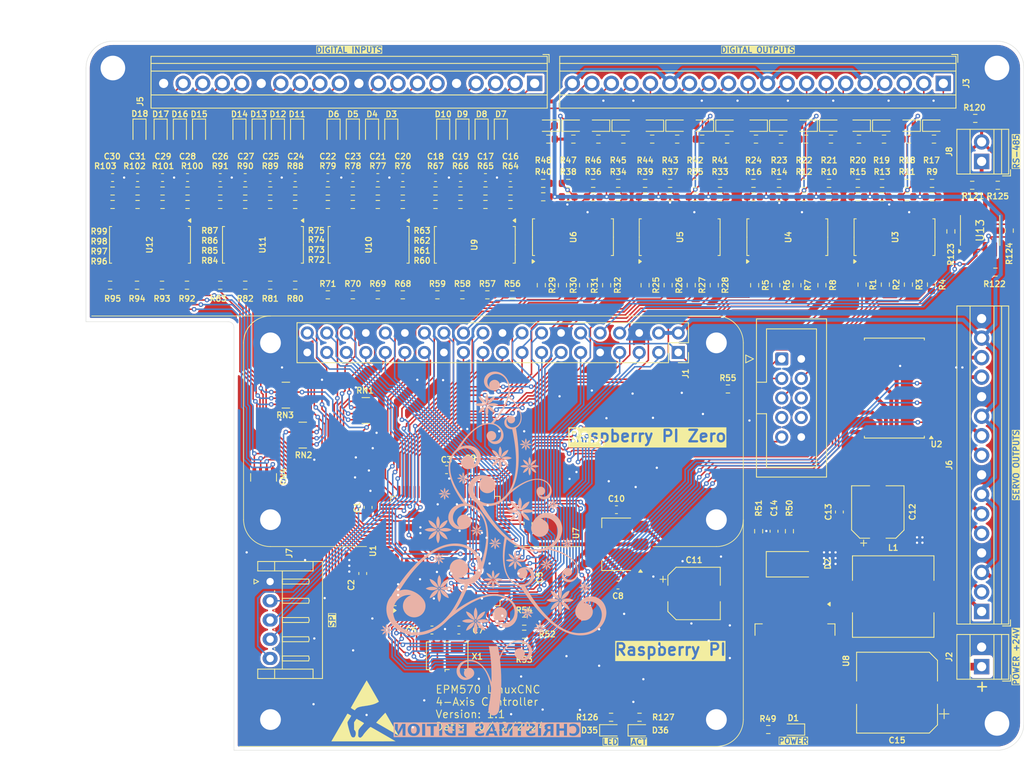
<source format=kicad_pcb>
(kicad_pcb (version 20240108) (generator "pcbnew") (generator_version "8.0")
  (layers (0 "F.Cu" signal) (31 "B.Cu" signal) (34 "B.Paste" user) (35 "F.Paste" user) (36 "B.SilkS" user "B.Silkscreen") (37 "F.SilkS" user "F.Silkscreen") (38 "B.Mask" user) (39 "F.Mask" user) (44 "Edge.Cuts" user))
  (net 0 "")
  (net 1 "GND")
  (net 2 "+3.3V")
  (net 3 "+5V")
  (net 4 "Net-(U8-~{ON}{slash}OFF)")
  (net 5 "Net-(C14-Pad1)")
  (net 6 "+24V")
  (net 7 "/Digital Inputs/DIGITAL_INPUT_0_IN")
  (net 8 "/Digital Inputs/DIGITAL_INPUT_1_IN")
  (net 9 "/Digital Inputs/DIGITAL_INPUT_3_IN")
  (net 10 "/Digital Inputs/DIGITAL_INPUT_2_IN")
  (net 11 "/Digital Inputs/DIGITAL_INPUT_4_IN")
  (net 12 "/Digital Inputs/DIGITAL_INPUT_5_IN")
  (net 13 "/Digital Inputs/DIGITAL_INPUT_7_IN")
  (net 14 "/Digital Inputs/DIGITAL_INPUT_6_IN")
  (net 15 "/Digital Inputs/DIGITAL_INPUT_8_IN")
  (net 16 "/Digital Inputs/DIGITAL_INPUT_9_IN")
  (net 17 "/Digital Inputs/DIGITAL_INPUT_11_IN")
  (net 18 "/Digital Inputs/DIGITAL_INPUT_10_IN")
  (net 19 "/Digital Inputs/DIGITAL_INPUT_12_IN")
  (net 20 "/Digital Inputs/DIGITAL_INPUT_13_IN")
  (net 21 "/Digital Inputs/DIGITAL_INPUT_15_IN")
  (net 22 "/Digital Inputs/DIGITAL_INPUT_14_IN")
  (net 23 "Net-(D1-A)")
  (net 24 "Net-(D2-K)")
  (net 25 "/DATA_10")
  (net 26 "/DATA_3")
  (net 27 "/UART_TE")
  (net 28 "/DATA_0")
  (net 29 "/PULSE_BUFFER_LOCK")
  (net 30 "/DATA_2")
  (net 31 "/DATA_READY")
  (net 32 "/DATA_5")
  (net 33 "/DATA_11")
  (net 34 "/SPI_MOSI")
  (net 35 "/UART_TX")
  (net 36 "/DATA_9")
  (net 37 "/DATA_13")
  (net 38 "/PULSE_BUFFER_EMPTY")
  (net 39 "/DATA_4")
  (net 40 "/DATA_7")
  (net 41 "/DATA_8")
  (net 42 "/DATA_6")
  (net 43 "/DATA_1")
  (net 44 "/DATA_12")
  (net 45 "/DATA_RW")
  (net 46 "/DATA_ADDR")
  (net 47 "/DATA_15")
  (net 48 "/UART_RX")
  (net 49 "/DATA_14")
  (net 50 "/Digital output/DIGITAL_OUTPUT_6_OUT")
  (net 51 "/Digital output/DIGITAL_OUTPUT_13_OUT")
  (net 52 "/Digital output/DIGITAL_OUTPUT_0_OUT")
  (net 53 "/Digital output/DIGITAL_OUTPUT_15_OUT")
  (net 54 "/Digital output/DIGITAL_OUTPUT_5_OUT")
  (net 55 "/Digital output/DIGITAL_OUTPUT_3_OUT")
  (net 56 "/Digital output/DIGITAL_OUTPUT_14_OUT")
  (net 57 "/Digital output/DIGITAL_OUTPUT_11_OUT")
  (net 58 "/Digital output/DIGITAL_OUTPUT_1_OUT")
  (net 59 "/Digital output/DIGITAL_OUTPUT_8_OUT")
  (net 60 "/Digital output/DIGITAL_OUTPUT_12_OUT")
  (net 61 "/Digital output/DIGITAL_OUTPUT_10_OUT")
  (net 62 "/Digital output/DIGITAL_OUTPUT_4_OUT")
  (net 63 "/Digital output/DIGITAL_OUTPUT_2_OUT")
  (net 64 "/Digital output/DIGITAL_OUTPUT_7_OUT")
  (net 65 "/Digital output/DIGITAL_OUTPUT_9_OUT")
  (net 66 "/JTAG_TDI")
  (net 68 "/JTAG_TDO")
  (net 69 "/JTAG_TMS")
  (net 71 "/JTAG_TCK")
  (net 73 "Net-(R1-Pad1)")
  (net 74 "/DIGITAL_OUTPUT_0")
  (net 75 "/DIGITAL_OUTPUT_1")
  (net 76 "Net-(R2-Pad1)")
  (net 77 "Net-(R3-Pad1)")
  (net 78 "/DIGITAL_OUTPUT_2")
  (net 79 "Net-(R4-Pad1)")
  (net 80 "/DIGITAL_OUTPUT_3")
  (net 81 "Net-(R5-Pad1)")
  (net 82 "/DIGITAL_OUTPUT_4")
  (net 83 "/DIGITAL_OUTPUT_5")
  (net 84 "Net-(R6-Pad1)")
  (net 85 "/DIGITAL_OUTPUT_6")
  (net 86 "Net-(R7-Pad1)")
  (net 87 "/DIGITAL_OUTPUT_7")
  (net 88 "Net-(R8-Pad1)")
  (net 89 "Net-(D19-A)")
  (net 90 "Net-(D19-K)")
  (net 91 "Net-(D20-A)")
  (net 92 "Net-(D20-K)")
  (net 93 "Net-(D21-K)")
  (net 94 "Net-(D21-A)")
  (net 95 "Net-(D22-K)")
  (net 96 "Net-(D22-A)")
  (net 97 "Net-(R25-Pad1)")
  (net 98 "/DIGITAL_OUTPUT_8")
  (net 99 "Net-(R26-Pad1)")
  (net 100 "/DIGITAL_OUTPUT_9")
  (net 101 "Net-(R27-Pad1)")
  (net 102 "/DIGITAL_OUTPUT_10")
  (net 103 "/DIGITAL_OUTPUT_11")
  (net 104 "Net-(R28-Pad1)")
  (net 105 "/DIGITAL_OUTPUT_12")
  (net 106 "Net-(R29-Pad1)")
  (net 107 "Net-(R30-Pad1)")
  (net 108 "/DIGITAL_OUTPUT_13")
  (net 109 "Net-(R31-Pad1)")
  (net 110 "/DIGITAL_OUTPUT_14")
  (net 111 "Net-(R32-Pad1)")
  (net 112 "/DIGITAL_OUTPUT_15")
  (net 113 "Net-(D23-K)")
  (net 114 "Net-(D23-A)")
  (net 115 "Net-(D24-K)")
  (net 116 "Net-(D24-A)")
  (net 117 "Net-(D25-K)")
  (net 118 "Net-(D25-A)")
  (net 119 "Net-(D26-A)")
  (net 120 "Net-(D26-K)")
  (net 121 "/DIGITAL_INPUT_0")
  (net 122 "Net-(R56-Pad2)")
  (net 123 "/DIGITAL_INPUT_1")
  (net 124 "Net-(R57-Pad2)")
  (net 125 "/DIGITAL_INPUT_2")
  (net 126 "Net-(R58-Pad2)")
  (net 127 "Net-(R59-Pad2)")
  (net 128 "/DIGITAL_INPUT_3")
  (net 129 "Net-(R60-Pad1)")
  (net 130 "Net-(R61-Pad1)")
  (net 131 "Net-(R62-Pad1)")
  (net 132 "Net-(R63-Pad1)")
  (net 133 "/DIGITAL_INPUT_4")
  (net 134 "Net-(R68-Pad2)")
  (net 135 "Net-(R69-Pad2)")
  (net 136 "/DIGITAL_INPUT_5")
  (net 137 "/DIGITAL_INPUT_6")
  (net 138 "Net-(R70-Pad2)")
  (net 139 "/DIGITAL_INPUT_7")
  (net 140 "Net-(R71-Pad2)")
  (net 141 "Net-(R72-Pad1)")
  (net 142 "Net-(R73-Pad1)")
  (net 143 "Net-(R74-Pad1)")
  (net 144 "Net-(R75-Pad1)")
  (net 145 "/DIGITAL_INPUT_8")
  (net 146 "Net-(R80-Pad2)")
  (net 147 "Net-(R81-Pad2)")
  (net 148 "/DIGITAL_INPUT_9")
  (net 149 "Net-(R82-Pad2)")
  (net 150 "/DIGITAL_INPUT_10")
  (net 151 "Net-(R83-Pad2)")
  (net 152 "/DIGITAL_INPUT_11")
  (net 153 "Net-(R84-Pad1)")
  (net 154 "Net-(R85-Pad1)")
  (net 155 "Net-(R86-Pad1)")
  (net 156 "Net-(R87-Pad1)")
  (net 157 "Net-(R92-Pad2)")
  (net 158 "/DIGITAL_INPUT_12")
  (net 159 "Net-(R93-Pad2)")
  (net 160 "/DIGITAL_INPUT_13")
  (net 161 "Net-(R94-Pad2)")
  (net 162 "/DIGITAL_INPUT_14")
  (net 163 "/DIGITAL_INPUT_15")
  (net 164 "Net-(R95-Pad2)")
  (net 165 "Net-(R96-Pad1)")
  (net 166 "Net-(R97-Pad1)")
  (net 167 "Net-(R98-Pad1)")
  (net 168 "Net-(R99-Pad1)")
  (net 169 "/STEP_DIR_0")
  (net 170 "/CLK")
  (net 171 "/STEP_PULSE_3")
  (net 174 "/STEP_DIR_2")
  (net 175 "/LED_0")
  (net 176 "/STEP_DIR_1")
  (net 178 "/STEP_PULSE_2")
  (net 179 "/BTN_1")
  (net 180 "/STEP_DIR_3")
  (net 182 "/INPUT_INTERRUPT")
  (net 183 "/STEP_PULSE_0")
  (net 185 "/STEP_PULSE_1")
  (net 186 "/LED_1")
  (net 187 "/BTN_0")
  (net 189 "/STEP_DIR_0_OUT")
  (net 190 "/STEP_DIR_2_OUT")
  (net 191 "/STEP_PULSE_1_OUT")
  (net 192 "/STEP_PULSE_0_OUT")
  (net 193 "/STEP_PULSE_3_OUT")
  (net 194 "/STEP_DIR_1_OUT")
  (net 195 "/STEP_DIR_3_OUT")
  (net 196 "/STEP_PULSE_2_OUT")
  (net 197 "Net-(D7-A)")
  (net 198 "Net-(D8-A)")
  (net 199 "Net-(D10-A)")
  (net 200 "Net-(D9-A)")
  (net 201 "Net-(D3-A)")
  (net 202 "Net-(D4-A)")
  (net 203 "Net-(D6-A)")
  (net 204 "Net-(D5-A)")
  (net 205 "Net-(D11-A)")
  (net 206 "Net-(D12-A)")
  (net 207 "Net-(D14-A)")
  (net 208 "Net-(D13-A)")
  (net 209 "Net-(D15-A)")
  (net 210 "Net-(D16-A)")
  (net 211 "Net-(D18-A)")
  (net 212 "Net-(D17-A)")
  (net 213 "Net-(D27-A)")
  (net 214 "Net-(D27-K)")
  (net 215 "Net-(D28-K)")
  (net 216 "Net-(D28-A)")
  (net 217 "Net-(D29-K)")
  (net 218 "Net-(D29-A)")
  (net 219 "Net-(D30-K)")
  (net 220 "Net-(D30-A)")
  (net 221 "Net-(D31-K)")
  (net 222 "Net-(D31-A)")
  (net 223 "Net-(D32-K)")
  (net 224 "Net-(D32-A)")
  (net 225 "Net-(D33-A)")
  (net 226 "Net-(D33-K)")
  (net 227 "Net-(D34-K)")
  (net 228 "Net-(D34-A)")
  (net 229 "Net-(J4-Pin_4)")
  (net 230 "Net-(J8-Pin_1)")
  (net 231 "Net-(J8-Pin_2)")
  (net 232 "/SPI_MISO")
  (net 233 "/SPI_CLK")
  (net 237 "Net-(D35-A)")
  (net 238 "Net-(D36-A)")
  (footprint "MountingHole:MountingHole_2.7mm_M2.5_ISO7380_Pad" (layer "F.Cu") (at 191.5 113)
    (property "Reference" "H4" (hide yes))
    (property "Value" "MountingHole_Pad" (hide yes))
  )
  (footprint "Resistor_SMD:R_0603_1608Metric" (layer "F.Cu") (at 112.636236 56.5)
    (property "Reference" "R95")
    (property "Value" "220")
  )
  (footprint "TerminalBlock:TerminalBlock_Xinya_XY308-2.54-2P_1x02_P2.54mm_Horizontal" (layer "F.Cu") (at 226 40.4 90)
    (property "Reference" "J8")
    (property "Value" "RS-485")
  )
  (footprint "Resistor_SMD:R_0603_1608Metric" (layer "F.Cu") (at 166.5 101.9 180)
    (property "Reference" "R52")
    (property "Value" "10K")
  )
  (footprint "Resistor_SMD:R_0603_1608Metric" (layer "F.Cu") (at 191.226372 56.5 -90)
    (property "Reference" "R28")
    (property "Value" "330")
  )
  (footprint "Resistor_SMD:R_0603_1608Metric" (layer "F.Cu") (at 182.226372 45 180)
    (property "Reference" "R39")
    (property "Value" "100K")
  )
  (footprint "Package_SO:SOIC-16_4.55x10.3mm_P1.27mm" (layer "F.Cu") (at 117.826236 51.25 -90)
    (property "Reference" "U12")
    (property "Value" "TLP291-4")
  )
  (footprint "Resistor_SMD:R_0603_1608Metric" (layer "F.Cu") (at 122.636236 56.5)
    (property "Reference" "R92")
    (property "Value" "220")
  )
  (footprint "MountingHole:MountingHole_3.2mm_M3_ISO7380_Pad" (layer "F.Cu") (at 228 28.25)
    (property "Reference" "H9" (hide yes))
    (property "Value" "MountingHole_Pad" (hide yes))
  )
  (footprint "Capacitor_SMD:C_0603_1608Metric" (layer "F.Cu") (at 146.2 85.4 90)
    (property "Reference" "C1")
    (property "Value" "0.1")
  )
  (footprint "Package_SO:SOIC-16_4.55x10.3mm_P1.27mm" (layer "F.Cu") (at 214.671372 50.25 90)
    (property "Reference" "U3")
    (property "Value" "TLP291-4")
  )
  (footprint "LED_SMD:LED_0603_1608Metric" (layer "F.Cu") (at 216.551372 35.75 180)
    (property "Reference" "D29" (hide yes))
    (property "Value" "LED" (hide yes))
  )
  (footprint "LED_SMD:LED_0603_1608Metric" (layer "F.Cu") (at 177.8 114.4)
    (property "Reference" "D35")
    (property "Value" "LED")
  )
  (footprint "Resistor_SMD:R_0603_1608Metric" (layer "F.Cu") (at 191.976372 45)
    (property "Reference" "R33")
    (property "Value" "100K")
  )
  (footprint "Resistor_SMD:R_0603_1608Metric" (layer "F.Cu") (at 188.726372 43.25)
    (property "Reference" "R42")
    (property "Value" "220")
  )
  (footprint "Resistor_SMD:R_0603_1608Metric" (layer "F.Cu") (at 116.211236 46 180)
    (property "Reference" "R98")
    (property "Value" "330")
  )
  (footprint "Resistor_SMD:R_0603_1608Metric" (layer "F.Cu") (at 119.386236 56.5)
    (property "Reference" "R93")
    (property "Value" "220")
  )
  (footprint "Resistor_SMD:R_0603_1608Metric" (layer "F.Cu") (at 213.051372 45)
    (property "Reference" "R13")
    (property "Value" "100K")
  )
  (footprint "Capacitor_SMD:C_0603_1608Metric" (layer "F.Cu") (at 147.461236 42.5)
    (property "Reference" "C21")
    (property "Value" "0.1")
  )
  (footprint "Resistor_SMD:R_0603_1608Metric" (layer "F.Cu") (at 140.961236 46 180)
    (property "Reference" "R75")
    (property "Value" "330")
  )
  (footprint "Resistor_SMD:R_0603_1608Metric" (layer "F.Cu") (at 209.901372 45 180)
    (property "Reference" "R15")
    (property "Value" "100K")
  )
  (footprint "Resistor_SMD:R_Array_Convex_4x0603" (layer "F.Cu") (at 137.7 76 180)
    (property "Reference" "RN2")
    (property "Value" "100K")
  )
  (footprint "Resistor_SMD:R_0603_1608Metric" (layer "F.Cu") (at 206.151372 45)
    (property "Reference" "R10")
    (property "Value" "100K")
  )
  (footprint "Capacitor_SMD:CP_Elec_6.3x7.7" (layer "F.Cu") (at 188.6 96.6)
    (property "Reference" "C11")
    (property "Value" "220uF/10V")
  )
  (footprint "Resistor_SMD:R_0603_1608Metric" (layer "F.Cu") (at 216.301372 45 180)
    (property "Reference" "R11")
    (property "Value" "100K")
  )
  (footprint "Resistor_SMD:R_0603_1608Metric" (layer "F.Cu") (at 133.461236 56.5)
    (property "Reference" "R81")
    (property "Value" "220")
  )
  (footprint "Capacitor_SMD:C_0603_1608Metric" (layer "F.Cu") (at 167 94.5 90)
    (property "Reference" "C5")
    (property "Value" "0.1")
  )
  (footprint "Package_SO:SOIC-8_3.9x4.9mm_P1.27mm" (layer "F.Cu") (at 225.805 49.375 90)
    (property "Reference" "U13")
    (property "Value" "MAX3485")
  )
  (footprint "Capacitor_SMD:C_0603_1608Metric" (layer "F.Cu") (at 158.211236 42.5 180)
    (property "Reference" "C19")
    (property "Value" "0.1")
  )
  (footprint "Resistor_SMD:R_0603_1608Metric" (layer "F.Cu") (at 199.901372 37.5 180)
    (property "Reference" "R109" (hide yes))
    (property "Value" "1K" (hide yes))
  )
  (footprint "Diode_SMD:D_SOD-323" (layer "F.Cu") (at 136.961236 36.5 -90)
    (property "Reference" "D11")
    (property "Value" "BAT43W-V")
  )
  (footprint "Resistor_SMD:R_0603_1608Metric" (layer "F.Cu") (at 183.151372 37.5)
    (property "Reference" "R116" (hide yes))
    (property "Value" "1K" (hide yes))
  )
  (footprint "LED_SMD:LED_0603_1608Metric" (layer "F.Cu") (at 219.801372 35.75)
    (property "Reference" "D30" (hide yes))
    (property "Value" "LED" (hide yes))
  )
  (footprint "Resistor_SMD:R_0603_1608Metric" (layer "F.Cu") (at 136.711236 46 180)
    (property "Reference" "R84")
    (property "Value" "330")
  )
  (footprint "Resistor_SMD:R_0603_1608Metric" (layer "F.Cu") (at 126.961236 44.25 180)
    (property "Reference" "R91")
    (property "Value" "100K")
  )
  (footprint "Resistor_SMD:R_0603_1608Metric" (layer "F.Cu") (at 122.711236 44.25 180)
    (property "Reference" "R100")
    (property "Value" "100K")
  )
  (footprint "LED_SMD:LED_0603_1608Metric" (layer "F.Cu") (at 189.651372 35.75 180)
    (property "Reference" "D33" (hide yes))
    (property "Value" "LED" (hide yes))
  )
  (footprint "Resistor_SMD:R_0603_1608Metric" (layer "F.Cu") (at 172.226372 45)
    (property "Reference" "R38")
    (property "Value" "100K")
  )
  (footprint "Capacitor_SMD:C_0603_1608Metric" (layer "F.Cu") (at 158 101.35 180)
    (property "Reference" "C7")
    (property "Value" "0.1")
  )
  (footprint "Diode_SMD:D_SOD-323" (layer "F.Cu") (at 121.711236 36.5 -90)
    (property "Reference" "D16")
    (property "Value" "BAT43W-V")
  )
  (footprint "Resistor_SMD:R_0603_1608Metric" (layer "F.Cu") (at 158.211236 46 180)
    (property "Reference" "R62")
    (property "Value" "330")
  )
  (footprint "Resistor_SMD:R_0603_1608Metric" (layer "F.Cu") (at 189.651372 37.5)
    (property "Reference" "R118" (hide yes))
    (property "Value" "1K" (hide yes))
  )
  (footprint "Resistor_SMD:R_0603_1608Metric" (layer "F.Cu") (at 122.711236 46 180)
    (property "Reference" "R96")
    (property "Value" "330")
  )
  (footprint "Diode_SMD:D_SOD-323" (layer "F.Cu") (at 160.961236 36.5 -90)
    (property "Reference" "D8")
    (property "Value" "BAT43W-V")
  )
  (footprint "Capacitor_SMD:C_0603_1608Metric" (layer "F.Cu") (at 119.461236 42.5)
    (property "Reference" "C29")
    (property "Value" "0.1")
  )
  (footprint "LED_SMD:LED_0603_1608Metric" (layer "F.Cu") (at 199.901372 35.75)
    (property "Reference" "D24" (hide yes))
    (property "Value" "LED" (hide yes))
  )
  (footprint "Resistor_SMD:R_0603_1608Metric" (layer "F.Cu") (at 119.461236 46 180)
    (property "Reference" "R97")
    (property "Value" "330")
  )
  (footprint "Resistor_SMD:R_0603_1608Metric" (layer "F.Cu") (at 150.711236 44.25 180)
    (property "Reference" "R76")
    (property "Value" "100K")
  )
  (footprint "Resistor_SMD:R_0603_1608Metric" (layer "F.Cu") (at 119.461236 44.25 180)
    (property "Reference" "R101")
    (property "Value" "100K")
  )
  (footprint "Resistor_SMD:R_0603_1608Metric" (layer "F.Cu") (at 166.5 103.6 180)
    (property "Reference" "R53")
    (property "Value" "10K")
  )
  (footprint "Resistor_SMD:R_0603_1608Metric" (layer "F.Cu") (at 185.476372 43.25 180)
    (property "Reference" "R43")
    (property "Value" "220")
  )
  (footprint "Resistor_SMD:R_0603_1608Metric" (layer "F.Cu") (at 147.461236 57.75)
    (property "Reference" "R69")
    (property "Value" "220")
  )
  (footprint "Oscillator:Oscillator_SMD_SeikoEpson_SG8002LB-4Pin_5.0x3.2mm" (layer "F.Cu") (at 156.48 104.7)
    (property "Reference" "X1")
    (property "Value" "SG-5032CBN (100Mhz)")
  )
  (footprint "Resistor_SMD:R_0603_1608Metric" (layer "F.Cu") (at 196.326372 43.25)
    (property "Reference" "R24")
    (property "Value" "220")
  )
  (footprint "Resistor_SMD:R_0603_1608Metric" (layer "F.Cu") (at 196.476372 56.5 -90)
    (property "Reference" "R5")
    (property "Value" "330")
  )
  (footprint "Diode_SMD:D_SMA" (layer "F.Cu") (at 201.5 92.8)
    (property "Reference" "D2")
    (property "Value" "SS23")
  )
  (footprint "Resistor_SMD:R_0603_1608Metric" (layer "F.Cu") (at 168.976372 43.25)
    (property "Reference" "R48")
    (property "Value" "220")
  )
  (footprint "Resistor_SMD:R_0603_1608Metric" (layer "F.Cu") (at 150.711236 57.75)
    (property "Reference" "R68")
    (property "Value" "220")
  )
  (footprint "Resistor_SMD:R_0603_1608Metric" (layer "F.Cu") (at 116.211236 44.25 180)
    (property "Reference" "R102")
    (property "Value" "100K")
  )
  (footprint "Resistor_SMD:R_0603_1608Metric" (layer "F.Cu") (at 144.211236 44.25 180)
    (property "Reference" "R78")
    (property "Value" "100K")
  )
  (footprint "Resistor_SMD:R_0603_1608Metric" (layer "F.Cu") (at 169.651372 37.5)
    (property "Reference" "R104" (hide yes))
    (property "Value" "1K" (hide yes))
  )
  (footprint "Package_TO_SOT_SMD:SOT-223-3_TabPin2" (layer "F.Cu") (at 178.5 90.2 180)
    (property "Reference" "U7")
    (property "Value" "AMS1117-3.3")
  )
  (footprint "Resistor_SMD:R_0603_1608Metric" (layer "F.Cu") (at 203.151372 37.5)
    (property "Reference" "R110" (hide yes))
    (property "Value" "1K" (hide yes))
  )
  (footprint "Package_SO:SOIC-16_4.55x10.3mm_P1.27mm" (layer "F.Cu") (at 200.726372 50.25 90)
    (property "Reference" "U4")
    (property "Value" "TLP291-4")
  )
  (footprint "LED_SMD:LED_0603_1608Metric" (layer "F.Cu") (at 179.401372 35.75)
    (property "Reference" "D22" (hide yes))
    (property "Value" "LED" (hide yes))
  )
  (footprint "Resistor_SMD:R_0603_1608Metric" (layer "F.Cu") (at 181.5 112.7)
    (property "Reference" "R127")
    (property "Value" "1K")
  )
  (footprint "Package_SO:Infineon_PG-DSO-20-32" (layer "F.Cu") (at 214.65 69.885 180)
    (property "Reference" "U2")
    (property "Value" "74HCT244")
  )
  (footprint "Capacitor_SMD:CP_Elec_10x10" (layer "F.Cu") (at 215 109.5 180)
    (property "Reference" "C15")
    (property "Value" "220uF/50V")
  )
  (footprint "Diode_SMD:D_SOD-323" (layer "F.Cu") (at 158.461236 36.5 -90)
    (property "Reference" "D9")
    (property "Value" "BAT43W-V")
  )
  (footprint "Capacitor_SMD:C_0603_1608Metric" (layer "F.Cu") (at 133.461236 42.5)
    (property "Reference" "C25")
    (property "Value" "0.1")
  )
  (footprint "Resistor_SMD:R_0603_1608Metric" (layer "F.Cu") (at 168.726372 56.5 -90)
    (property "Reference" "R29")
    (property "Value" "330")
  )
  (footprint "Capacitor_SMD:C_0603_1608Metric" (layer "F.Cu") (at 161.461236 42.5)
    (property "Reference" "C17")
    (property "Value" "0.1")
  )
  (footprint "Package_SO:SOIC-16_4.55x10.3mm_P1.27mm" (layer "F.Cu") (at 146.266236 51.25 -90)
    (property "Reference" "U10")
    (property "Value" "TLP291-4")
  )
  (footprint "Resistor_SMD:R_0603_1608Metric" (layer "F.Cu") (at 201 88.5 90)
    (property "Reference" "R50")
    (property "Value" "47K")
  )
  (footprint "Resistor_SMD:R_0603_1608Metric" (layer "F.Cu") (at 199.651372 43.25 180)
    (property "Reference" "R23")
    (property "Value" "220")
  )
  (footprint "Diode_SMD:D_SOD-323" (layer "F.Cu") (at 149.211236 36.5 -90)
    (property "Reference" "D3")
    (property "Value" "BAT43W-V")
  )
  (footprint "Capacitor_SMD:C_0603_1608Metric" (layer "F.Cu") (at 156.4 80.5)
    (property "Reference" "C3")
    (property "Value" "0.1")
  )
  (footprint "Resistor_SMD:R_0603_1608Metric" (layer "F.Cu") (at 185.226372 56.5 -90)
    (property "Reference" "R26")
    (property "Value" "330")
  )
  (footprint "Resistor_SMD:R_0603_1608Metric" (layer "F.Cu") (at 222 49.5 -90)
    (property "Reference" "R123")
    (property "Value" "10K")
  )
  (footprint "Diode_SMD:D_SOD-323" (layer "F.Cu") (at 163.461236 36.5 -90)
    (property "Reference" "D7")
    (property "Value" "BAT43W-V")
  )
  (footprint "Resistor_SMD:R_0603_1608Metric" (layer "F.Cu") (at 161.461236 46 180)
    (property "Reference" "R61")
    (property "Value" "330")
  )
  (footprint "Resistor_SMD:R_Array_Convex_4x0603" (layer "F.Cu") (at 132.6 81.5 -90)
    (property "Reference" "RN4")
    (property "Value" "100K")
  )
  (footprint "Resistor_SMD:R_Array_Convex_4x0603" (layer "F.Cu") (at 135.5 70.8)
    (property "Reference" "RN3")
    (property "Value" "100K")
  )
  (footprint "Resistor_SMD:R_0603_1608Metric" (layer "F.Cu") (at 188.226372 56.5 -90)
    (property "Reference" "R27")
    (property "Value" "330")
  )
  (footprint "Resistor_SMD:R_Array_Convex_4x0603" (layer "F.Cu") (at 145.9 72.8)
    (property "Reference" "RN1")
    (property "Value" "100K")
  )
  (footprint "Diode_SMD:D_SOD-323" (layer "F.Cu") (at 129.461236 36.5 -90)
    (property "Reference" "D14")
    (property "Value" "BAT43W-V")
  )
  (footprint "Resistor_SMD:R_0603_1608Metric" (layer "F.Cu") (at 158.461236 57.75)
    (property "Reference" "R58")
    (property "Value" "220")
  )
  (footprint "Resistor_SMD:R_0603_1608Metric" (layer "F.Cu") (at 227.8 54.8)
    (property "Reference" "R122")
    (property "Value" "10K")
  )
  (footprint "LED_SMD:LED_0603_1608Metric" (layer "F.Cu") (at 210.051372 35.75 180)
    (property "Reference" "D27" (hide yes))
    (property "Value" "LED" (hide yes))
  )
  (footprint "Package_SO:SOIC-16_4.55x10.3mm_P1.27mm" (layer "F.Cu") (at 132.516236 51.25 -90)
    (property "Reference" "U11")
    (property "Value" "TLP291-4")
  )
  (footprint "Resistor_SMD:R_0603_1608Metric" (layer "F.Cu") (at 182.226372 56.5 -90)
    (property "Reference" "R25")
    (property "Value" "330")
  )
  (footprint "Diode_SMD:D_SOD-323" (layer "F.Cu") (at 155.961236 36.5 -90)
    (property "Reference" "D10")
    (property "Value" "BAT43W-V")
  )
  (footprint "Resistor_SMD:R_0603_1608Metric" (layer "F.Cu") (at 216.301372 43.25)
    (property "Reference" "R18")
    (property "Value" "220")
  )
  (footprint "MountingHole:MountingHole_3.2mm_M3_ISO7380_Pad" (layer "F.Cu") (at 228 113.5)
    (property "Reference" "H10" (hide yes))
    (property "Value" "MountingHole_Pad" (hide yes))
  )
  (footprint "Resistor_SMD:R_0603_1608Metric" (layer "F.Cu") (at 213.301372 37.5 180)
    (property "Reference" "R113" (hide yes))
    (property "Value" "1K" (hide yes))
  )
  (footprint "Resistor_SMD:R_0603_1608Metric" (layer "F.Cu") (at 144.211236 46 180)
    (property "Reference" "R74")
    (property "Value" "330")
  )
  (footprint "Resistor_SMD:R_0603_1608Metric" (layer "F.Cu") (at 192.901372 37.5 180)
    (property "Reference" "R119" (hide yes))
    (property "Value" "1K" (hide yes))
  )
  (footprint "Capacitor_SMD:C_0603_1608Metric" (layer "F.Cu") (at 150.711236 42.5 180)
    (property "Reference" "C20")
    (property "Value" "0.1")
  )
  (footprint "LED_SMD:LED_0603_1608Metric" (layer "F.Cu") (at 181.5 114.4)
    (property "Reference" "D36")
    (property "Value" "ACT")
  )
  (footprint "Capacitor_SMD:C_0603_1608Metric" (layer "F.Cu") (at 116.211236 42.5 180)
    (property "Reference" "C31")
    (property "Value" "0.1")
  )
  (footprint "Resistor_SMD:R_0603_1608Metric" (layer "F.Cu") (at 206.151372 43.25 180)
    (property "Reference" "R21")
    (property "Value" "220")
  )
  (footprint "Package_SO:SOIC-16_4.55x10.3mm_P1.27mm" (layer "F.Cu") (at 160.076236 51.25 -90)
    (property "Reference" "U9")
    (property "Value" "TLP291-4")
  )
  (footprint "Resistor_SMD:R_0603_1608Metric" (layer "F.Cu") (at 206.401372 37.5 180)
    (property "Reference" "R111" (hide yes))
    (property "Value" "1K" (hide yes))
  )
  (footprint "Resistor_SMD:R_0603_1608Metric" (layer "F.Cu") (at 147.461236 44.25 180)
    (property "Reference" "R77")
    (property "Value" "100K")
  )
  (footprint "LED_SMD:LED_0603_1608Metric" (layer "F.Cu") (at 186.401372 35.75)
    (property "Reference" "D32" (hide yes))
    (property "Value" "LED" (hide yes))
  )
  (footprint "Resistor_SMD:R_0603_1608Metric" (layer "F.Cu") (at 191.976372 43.25 180)
    (property "Reference" "R41")
    (property "Value" "220")
  )
  (footprint "Resistor_SMD:R_0603_1608Metric" (layer "F.Cu") (at 216.551372 37.5)
    (property "Reference" "R114" (hide yes))
    (property "Value" "1K" (hide yes))
  )
  (footprint "Capacitor_SMD:C_0603_1608Metric" (layer "F.Cu") (at 145.5 94 90)
    (property "Reference" "C2")
    (property "Value" "0.1")
  )
  (footprint "Diode_SMD:D_SOD-323" (layer "F.Cu") (at 131.961236 36.5 -90)
    (property "Reference" "D13")
    (property "Value" "BAT43W-V")
  )
  (footprint "Resistor_SMD:R_0603_1608Metric" (layer "F.Cu") (at 116.136236 56.5)
    (property "Reference" "R94")
    (property "Value" "220")
  )
  (footprint "Resistor_SMD:R_0603_1608Metric" (layer "F.Cu") (at 199.226372 56.5 -90)
    (property "Reference" "R6")
    (property "Value" "330")
  )
  (footprint "Resistor_SMD:R_0603_1608Metric" (layer "F.Cu") (at 158.211236 44.25 180)
    (property "Reference" "R66")
    (property "Value" "100K")
  )
  (footprint "Capacitor_SMD:C_0603_1608Metric" (layer "F.Cu") (at 199 88.5 -90)
    (property "Reference" "C14")
    (property "Value" "0.1")
  )
  (footprint "Capacitor_SMD:C_0603_1608Metric" (layer "F.Cu") (at 136.711236 42.5 180)
    (property "Reference" "C24")
    (property "Value" "0.1")
  )
  (footprint "Capacitor_SMD:C_0603_1608Metric" (layer "F.Cu") (at 164.711236 42.5 180)
    (property "Reference" "C16")
    (property "Value" "0.1")
  )
  (footprint "LED_SMD:LED_0603_1608Metric" (layer "F.Cu") (at 169.651372 35.75 180)
    (property "Reference" "D19" (hide yes))
    (property "Value" "LED" (hide yes))
  )
  (footprint "Diode_SMD:D_SOD-323" (layer "F.Cu") (at 141.711236 36.5 -90)
    (property "Reference" "D6")
    (property "Value" "BAT43W-V")
  )
  (footprint "LED_SMD:LED_0603_1608Metric" (layer "F.Cu") (at 172.901372 35.75)
    (property "Reference" "D20" (hide yes))
    (property "Value" "LED" (hide yes))
  )
  (footprint "Resistor_SMD:R_0603_1608Metric" (layer "F.Cu") (at 177.226372 56.5 -90)
    (property "Reference" "R32")
    (property "Value" "330")
  )
  (footprint "Resistor_SMD:R_0603_1608Metric" (layer "F.Cu") (at 196.326372 45 180)
    (property "Reference" "R16")
    (property "Value" "100K")
  )
  (footprint "LED_SMD:LED_0603_1608Metric" (layer "F.Cu") (at 176.151372 35.75 180)
    (property "Reference" "D21" (hide yes))
    (property "Value" "LED" (hide yes))
  )
  (footprint "Resistor_SMD:R_0603_1608Metric" (layer "F.Cu") (at 155.211236 57.75)
    (property "Reference" "R59")
    (property "Value" "220")
  )
  (footprint "Resistor_SMD:R_0603_1608Metric" (layer "F.Cu") (at 178.726372 43.25 180)
    (property "Reference" "R45")
    (property "Value" "220")
  )
  (footprint "Resistor_SMD:R_0603_1608Metric" (layer "F.Cu") (at 133.461236 44.25 180)
    (property "Reference" "R89")
    (property "Value" "100K")
  )
  (footprint "Resistor_SMD:R_0603_1608Metric" (layer "F.Cu") (at 219.801372 37.5 180)
    (property "Reference" "R115" (hide yes))
    (property "Value" "1K" (hide yes))
  )
  (footprint "Resistor_SMD:R_0603_1608Metric" (layer "F.Cu") (at 112.961236 44.25 180)
    (property "Reference" "R103")
    (property "Value" "100K")
  )
  (footprint "Resistor_SMD:R_0603_1608Metric" (layer "F.Cu") (at 112.961236 46 180)
    (property "Reference" "R99")
    (property "Value" "330")
  )
  (footprint "Resistor_SMD:R_0603_1608Metric" (layer "F.Cu") (at 164.961236 57.75)
    (property "Reference" "R56")
    (property "Value" "220")
  )
  (footprint "Diode_SMD:D_SOD-323" (layer "F.Cu") (at 134.461236 36.5 -90)
    (property "Reference" "D12")
    (property "Value" "BAT43W-V")
  )
  (footprint "MountingHole:MountingHole_3.2mm_M3_ISO7380_Pad" (layer "F.Cu") (at 113 28.25)
    (property "Reference" "H8" (hide yes))
    (property "Value" "MountingHole_Pad" (hide yes))
  )
  (footprint "Diode_SMD:D_SOD-323" (layer "F.Cu") (at 116.461236 36.5 -90)
    (property "Reference" "D18")
    (property "Value" "BAT43W-V")
  )
  (footprint "LED_SMD:LED_0603_1608Metric" (layer "F.Cu") (at 192.901372 35.75)
    (property "Reference" "D34" (hide yes))
    (property "Value" "LED" (hide yes))
  )
  (footprint "Capacitor_SMD:C_0603_1608Metric" (layer "F.Cu") (at 154.961236 42.5)
    (property "Reference" "C18")
    (property "Value" "0.1")
  )
  (footprint "Capacitor_SMD:C_0603_1608Metric" (layer "F.Cu") (at 126.961236 42.5)
    (property "Reference" "C26")
    (property "Value" "0.1")
  )
  (footprint "Resistor_SMD:R_0603_1608Metric" (layer "F.Cu") (at 210.446372 56.425 -90)
    (property "Reference" "R1")
    (property "Value" "330")
  )
  (footprint "Resistor_SMD:R_0603_1608Metric" (layer "F.Cu") (at 188.726372 45 180)
    (property "Reference" "R35")
    (property "Value" "100K")
  )
  (footprint "LED_SMD:LED_0603_1608Metric" (layer "F.Cu") (at 213.301372 35.75)
    (property "Reference" "D28" (hide yes))
    (property "Value" "LED" (hide yes))
  )
  (footprint "Package_SO:SOIC-16_4.55x10.3mm_P1.27mm" (layer "F.Cu") (at 172.841372 50.25 90)
    (property "Reference" "U6")
    (property "Value" "TLP291-4")
  )
  (footprint "Capacitor_SMD:C_0603_1608Metric" (layer "F.Cu") (at 144.211236 42.5 180)
    (property "Reference" "C23")
    (property "Value" "0.1")
  )
  (footprint "Resistor_SMD:R_0603_1608Metric" (layer "F.Cu") (at 171.476372 56.5 -90)
    (property "Reference" "R30")
    (property "Value" "330")
  )
  (footprint "Resistor_SMD:R_0603_1608Metric" (layer "F.Cu") (at 130.211236 56.5)
    (property "Reference" "R82")
    (property "Value" "220")
  )
  (footprint "Resistor_SMD:R_0603_1608Metric" (layer "F.Cu") (at 177.8 112.7)
    (property "Reference" "R126")
    (property "Value" "1K")
  )
  (footprint "Resistor_SMD:R_0603_1608Metric" (layer "F.Cu") (at 193 70)
    (property "Reference" "R55")
    (property "Value" "100")
  )
  (footprint "Resistor_SMD:R_0603_1608Metric" (layer "F.Cu") (at 229.6 49.4 -90)
    (property "Reference" "R124")
    (property "Value" "10K")
  )
  (footprint "Resistor_SMD:R_0603_1608Metric" (layer "F.Cu") (at 161.711236 57.75)
    (property "Reference" "R57")
    (property "Value" "220")
  )
  (footprint "LED_SMD:LED_0603_1608Metric" (layer "F.Cu") (at 183.151372 35.75 180)
    (property "Reference" "D31" (hide yes))
    (property "Value" "LED" (hide yes))
  )
  (footprint "Resistor_SMD:R_0603_1608Metric" (layer "F.Cu") (at 197 88.5 90)
    (property "Reference" "R51")
    (property "Value" "47K")
  )
  (footprint "Resistor_SMD:R_0603_1608Metric" (layer "F.Cu") (at 209.901372 43.25)
    (property "Reference" "R20")
    (property "Value" "220")
  )
  (footprint "Resistor_SMD:R_0603_1608Metric" (layer "F.Cu") (at 179.401372 37.5 180)
    (property "Reference" "R107" (hide yes))
    (property "Value" "1K" (hide yes))
  )
  (footprint "TerminalBlock:TerminalBlock_Xinya_XY308-2.54-16P_1x16_P2.54mm_Horizontal" (layer "F.Cu") (at 226 98.94 90)
    (property "Reference" "J6")
    (property "Value" "SERVO OUTPUTS")
  )
  (footprint "Capacitor_SMD:C_0603_1608Metric" (layer "F.Cu") (at 140.961236 42.5)
    (property "Reference" "C22")
    (property "Value" "0.1")
  )
  (footprint "Resistor_SMD:R_0603_1608Metric" (layer "F.Cu") (at 216.476372 56.425 -90)
    (property "Reference" "R3")
    (property "Value" "330")
  )
  (footprint "Resistor_SMD:R_0603_1608Metric" (layer "F.Cu") (at 219.551372 43.25 180)
    (property "Reference" "R17")
    (property "Value" "220")
  )
  (footprint "Capacitor_SMD:C_0603_1608Metric" (layer "F.Cu") (at 207.5 86 90)
    (property "Reference" "C13")
    (property "Value" "0.1")
  )
  (footprint "MountingHole:MountingHole_2.7mm_M2.5_ISO7380_Pad" (layer "F.Cu") (at 133.5 87)
    (property "Reference" "H6" (hide yes))
    (property "Value" "MountingHole_Pad" (hide yes))
  )
  (footprint "Resistor_SMD:R_0603_1608Metric" (layer "F.Cu") (at 182.226372 43.25)
    (property "Reference" "R44")
    (property "Value" "220")
  )
  (footprint "Resistor_SMD:R_0603_1608Metric" (layer "F.Cu") (at 175.476372 45 180)
    (property "Reference" "R36")
    (property "Value" "100K")
  )
  (footprint "Resistor_SMD:R_0603_1608Metric" (layer "F.Cu") (at 161.461236 44.25 180)
    (property "Reference" "R65")
    (property "Value" "100K")
  )
  (footprint "Resistor_SMD:R_0603_1608Metric" (layer "F.Cu") (at 225.175 34.8 180)
    (property "Reference" "R120")
    (property "Value" "10K")
  )
  (footprint "Connector_PinSocket_2.54mm:PinSocket_2x20_P2.54mm_Vertical" (layer "F.Cu") (at 186.54 65.25 -90)
    (property "Reference" "J1")
    (property "Value" "PI Connector")
  )
  (footprint "Capacitor_SMD:C_0603_1608Metric" (layer "F.Cu") (at 130.211236 42.5 180)
    (property "Reference" "C27")
    (property "Value" "0.1")
  )
  (footprint "Resistor_SMD:R_0603_1608Metric" (layer "F.Cu") (at 213.051372 43.25 180)
    (property "Reference" "R19")
    (property "Value" "220")
  )
  (footprint "Resistor_SMD:R_0603_1608Metric" (layer "F.Cu") (at 201.976372 56.5 -90)
    (property "Reference" "R7")
    (property "Value" "330")
  )
  (footprint "Resistor_SMD:R_0603_1608Metric" (layer "F.Cu") (at 224.775 43.5)
    (property "Reference" "R121")
    (property "Value" "10K")
  )
  (footprint "Resistor_SMD:R_0603_1608Metric" (layer "F.Cu") (at 164.711236 44.25 180)
    (property "Reference" "R64")
    (property "Value" "100K")
  )
  (footprint "Resistor_SMD:R_0603_1608Metric" (layer "F.Cu") (at 178.726372 45)
    (property "Reference" "R34")
    (property "Value" "100K")
  )
  (footprint "Package_TO_SOT_SMD:TO-263-5_TabPin3" (layer "F.Cu") (at 201.725 105.375 -90)
    (property "Reference" "U8")
    (property "Value" "LM2596S-5")
  )
  (footprint "Resistor_SMD:R_0603_1608Metric" (layer "F.Cu") (at 205.226372 56.5 -90)
    (property "Reference" "R8")
    (property "Value" "330")
  )
  (footprint "Package_SO:SOIC-16_4.55x10.3mm_P1.27mm" (layer "F.Cu") (at 186.726372 50.25 90)
    (property "Reference" "U5")
    (property "Value" "TLP291-4")
  )
  (footprint "Resistor_SMD:R_0603_1608Metric" (layer "F.Cu") (at 136.711236 44.25 180)
    (property "Reference" "R88")
    (property "Value" "100K")
  )
  (footprint "Resistor_SMD:R_0603_1608Metric" (layer "F.Cu") (at 144.211236 57.75)
    (property "Reference" "R70")
    (property "Value" "220")
  )
  (footprint "LED_SMD:LED_0603_1608Metric" (layer "F.Cu") (at 206.401372 35.75)
    (property "Reference" "D26" (hide yes))
    (property "Value" "LED" (hide yes))
  )
  (footprint "Symbol:ESD-Logo_8.9x8mm_SilkScreen" (layer "F.Cu") (at 145.8 111.85)
    (property "Reference" "REF**" (hide yes))
    (property "Value" "ESD-Logo_8.9x8mm_SilkScreen" (hide yes))
  )
  (footprint "Resistor_SMD:R_0603_1608Metric" (layer "F.Cu") (at 154.961236 46 180)
    (property "Reference" "R63")
    (property "Value" "330")
  )
  (footprint "MountingHole:MountingHole_2.7mm_M2.5_ISO7380_Pad" (layer "F.Cu") (at 191.5 64)
    (property "Reference" "H2" (hide yes))
    (property "Value" "MountingHole_Pad" (hide yes))
  )
  (footprint "Resistor_SMD:R_0603_1608Metric" (layer "F.Cu") (at 174.226372 56.5 -90)
    (property "Reference" "R31")
    (property "Value" "330")
  )
  (footprint "Resistor_SMD:R_0603_1608Metric" (layer "F.Cu") (at 202.901372 43.25)
    (property "Reference" "R22")
    (property "Value" "220")
  )
  (footprint "Capacitor_SMD:C_0603_1608Metric" (layer "F.Cu") (at 167 87.5 90)
    (property "Reference" "C4")
    (property "Value" "0.1")
  )
  (footprint "Capacitor_SMD:C_0603_1608Metric" (layer "F.Cu") (at 112.961236 42.5)
    (property "Reference" "C30")
    (property "Value" "0.1")
  )
  (footprint "Resistor_SMD:R_0603_1608Metric" (layer "F.Cu") (at 202.901372 45 180)
    (property "Reference" "R12")
    (property "Value" "100K")
  )
  (footprint "Diode_SMD:D_SOD-323" (layer "F.Cu") (at 144.211236 36.5 -90)
    (property "Reference" "D5")
    (property "Value" "BAT43W-V")
  )
  (footprint "MountingHole:MountingHole_2.7mm_M2.5_ISO7380_Pad" (layer "F.Cu") (at 133.5 64)
    (property "Reference" "H1" (hide yes))
    (property "Value" "MountingHole_Pad" (hide yes))
  )
  (footprint "LED_SMD:LED_0603_1608Metric" (layer "F.Cu") (at 196.651372 35.75 180)
    (property "Reference" "D23" (hide yes))
    (property "Value" "LED" (hide yes))
  )
  (footprint "Resistor_SMD:R_0603_1608Metric" (layer "F.Cu") (at 126.961236 46 180)
    (property "Reference" "R87")
    (property "Value" "330")
  )
  (footprint "Resistor_SMD:R_0603_1608Metric" (layer "F.Cu") (at 228.1 43.5 180)
    (property "Reference" "R125")
    (property "Value" "150")
  )
  (footprint "Package_QFP:LQFP-100_14x14mm_P0.5mm" (layer "F.Cu") (at 156.25 91.075 90)
    (property "Reference" "U1")
    (property "Value" "EPM570T100")
  )
  (footprint "Resistor_SMD:R_0603_1608Metric" (layer "F.Cu") (at 136.711236 56.5)
    (property "Reference" "R80")
    (property "Value" "220")
  )
  (footprint "Resistor_SMD:R_0603_1608Metric" (layer "F.Cu") (at 219.476372 56.425 -90)
    (property "Reference" "R4")
    (property "Value" "330")
  )
  (footprint "Resistor_SMD:R_0603_1608Metric" (layer "F.Cu") (at 150.711236 46 180)
    (property "Reference" "R72")
    (property "Value" "330")
  )
  (footprint "Diode_SMD:D_SOD-323" (layer "F.Cu") (at 119.211236 36.5 -90)
    (property "Reference" "D17")
    (property "Value" "BAT43W-V")
  )
  (footprint "Resistor_SMD:R_0603_1608Metric" (layer "F.Cu") (at 166.5 100.2)
    (property "Reference" "R54")
    (property "Value" "10K")
  )
  (footprint "MountingHole:MountingHole_2.7mm_M2.5_ISO7380_Pad" (layer "F.Cu") (at 191.5 87)
    (property "Reference" "H3" (hide yes))
    (property "Value" "MountingHole_Pad" (hide yes))
  )
  (footprint "Resistor_SMD:R_0603_1608Metric" (layer "F.Cu") (at 186.401372 37.5 180)
    (property "Reference" "R117" (hide yes))
    (property "Value" "1K" (hide yes))
  )
  (footprint "Diode_SMD:D_SOD-323" (layer "F.Cu") (at 146.711236 36.5 -90)
    (property "Reference" "D4")
    (property "Value" "BAT43W-V")
  )
  (footprint "LED_SMD:LED_0603_1608Metric" (layer "F.Cu") (at 201.5 114.3 180)
    (property "Reference" "D1")
    (property "Value" "POWER")
  )
  (footprint "Resistor_SMD:R_0603_1608Metric" (layer "F.Cu") (at 198.25 114.3)
    (property "Reference" "R49")
    (property "Value" "1K")
  )
  (footprint "Resistor_SMD:R_0603_1608Metric" (layer "F.Cu") (at 176.151372 37.5)
    (property "Reference" "R106" (hide yes))
    (property "Value" "1K" (hide yes))
  )
  (footprint "Capacitor_SMD:C_0603_1608Metric" (layer "F.Cu") (at 154.5 101.35)
    (property "Reference" "C6")
    (property "Value" "0.1")
  )
  (footprint "TerminalBlock:TerminalBlock_Xinya_XY308-2.54-2P_1x02_P2.54mm_Horizontal" (layer "F.Cu") (at 226 106.115 90)
    (property "Reference" "J2")
    (property "Value" "POWER +24V")
  )
  (footprint "Resistor_SMD:R_0603_1608Metric" (layer "F.Cu") (at 172.226372 43.25 180)
    (property "Reference" "R47")
    (property "Value" "220")
  )
  (footprint "Resistor_SMD:R_0603_1608Metric" (layer "F.Cu") (at 213.476372 56.425 -90)
    (property "Reference" "R2")
    (property "Value" "330")
  )
  (footprint "Capacitor_SMD:CP_Elec_6.3x7.7" (layer "F.Cu") (at 212.5 86 90)
    (property "Reference" "C12")
    (property "Value" "220uF/10V")
  )
  (footprint "Resistor_SMD:R_0603_1608Metric" (layer "F.Cu") (at 168.976372 45 180)
    (property "Reference" "R40")
    (property "Value" "100K")
  )
  (footprint "Resistor_SMD:R_0603_1608Metric" (layer "F.Cu") (at 147.461236 46 180)
    (property "Reference" "R73")
    (property "Value" "330")
  )
  (footprint "Resistor_SMD:R_0603_1608Metric" (layer "F.Cu") (at 164.711236 46 180)
    (property "Reference" "R60")
    (property "Value" "330")
  )
  (footprint "Connector_IDC:IDC-Header_2x05_P2.54mm_Vertical" (layer "F.Cu") (at 200 66.09)
    (property "Reference" "J4" (hide yes))
    (property "Value" "JTAG")
  )
  (footprint "Resistor_SMD:R_0603_1608Metric" (layer "F.Cu") (at 130.211236 44.25 180)
    (property "Reference" "R90")
    (property "Value" "100K")
  )
  (footprint "Connector_JST:JST_EH_S5B-EH_1x05_P2.50mm_Horizontal" (layer "F.Cu") (at 133.45 95.05 -90)
    (property "Reference" "J7")
    (property "Value" "SPI")
  )
  (footprint "Capacitor_SMD:C_0603_1608Metric" (layer "F.Cu") (at 178.5 85.7)
    (property "Reference" "C10")
    (property "Value" "0.1")
  )
  (footprint "TerminalBlock:TerminalBlock_Xinya_XY308-2.54-20P_1x20_P2.54mm_Horizontal" (layer "F.Cu") (at 167.86 30.25 180)
    (property "Reference" "J5")
    (property "Value" "DIGITAL INPUTS")
  )
  (footprint "Capacitor_SMD:C_0603_1608Metric" (layer "F.Cu") (at 122.711236 42.5 180)
    (property "Reference" "C28")
    (property "Value" "0.1")
  )
  (footprint "Capacitor_SMD:C_0603_1608Metric" (layer "F.Cu") (at 178.7 95.5 180)
    (property "Reference" "C8")
    (property "Value" "0.1")
  )
  (footprint "Capacitor_SMD:C_0603_1608Metric" (layer "F.Cu") (at 159.5 80.5 180)
    (property "Reference" "C9")
    (property "Value" "0.1")
  )
  (footprint "Inductor_SMD:L_10.4x10.4_H4.8" (layer "F.Cu") (at 214.5 97)
    (property "Reference" "L1")
    (property "Value" "33uH")
  )
  (footprint "Resistor_SMD:R_0603_1608Metric" (layer "F.Cu") (at 130.211236 46 180)
    (property "Reference" "R86")
    (property "Value" "330")
  )
  (footprint "Resistor_SMD:R_0603_1608Metric" (layer "F.Cu") (at 219.551372 45)
    (property "Reference" "R9")
    (property "Value" "100K")
  )
  (footprint "Resistor_SMD:R_0603_1608Metric" (layer "F.Cu") (at 140.961236 44.25 180)
    (property "Reference" "R79")
    (property "Value" "100K")
  )
  (footprint "LED_SMD:LED_0603_1608Metric" (layer "F.Cu") (at 203.151372 35.75 180)
    (property "Reference" "D25" (hide yes))
    (property "Value" "LED" (hide yes))
  )
  (footprint "Resistor_SMD:R_0603_1608Metric" (layer "F.Cu") (at 210.051372 37.5)
    (property "Reference" "R112" (hide yes))
    (property "Value" "1K" (hide yes))
  )
  (footprint "Resistor_SMD:R_0603_1608Metric" (layer "F.Cu") (at 185.476372 45)
    (property "Reference" "R37")
    (property "Value" "100K")
  )
  (footprint "Resistor_SMD:R_0603_1608Metric" (layer "F.Cu") (at 126.961236 56.5)
    (property "Reference" "R83")
    (property "Value" "220")
  )
  (footprint "Resistor_SMD:R_0603_1608Metric" (layer "F.Cu") (at 133.461236 46 180)
    (property "Reference" "R85")
    (property "Value" "330")
  )
  (footprint "Diode_SMD:D_SOD-323" (layer "F.Cu") (at 124.211236 36.5 -90)
    (property "Reference" "D15")
    (property "Value" "BAT43W-V")
  )
  (footprint "Resistor_SMD:R_0603_1608Metric" (layer "F.Cu") (at 140.961236 57.75)
    (property "Reference" "R71")
    (property "Value" "220")
  )
  (footprint "Resistor_SMD:R_0603_1608Metric" (layer "F.Cu") (at 175.476372 43.25)
    (property "Reference" "R46")
    (property "Value" "220")
  )
  (footprint "Resistor_SMD:R_0603_1608Metric" (layer "F.Cu") (at 154.961236 44.25 180)
    (property "Reference" "R67")
    (property "Value" "100K")
  )
  (footprint "Resistor_SMD:R_0603_1608Metric" (layer "F.Cu") (at 172.901372 37.5 180)
    (property "Reference" "R105" (hide yes))
    (property "Value" "1K" (hide yes))
  )
  (footprint "TerminalBlock:TerminalBlock_Xinya_XY308-2.54-20P_1x20_P2.54mm_Horizontal" (layer "F.Cu") (at 221.02 30.25 180)
    (property "Reference" "J3")
    (property "Value" "DIGITAL OUTPUTS")
  )
  (footprint "Resistor_SMD:R_0603_1608Metric" (layer "F.Cu") (at 199.651372 45)
    (property "Reference" "R14")
    (property "Value" "100K")
  )
  (footprint "MountingHole:MountingHole_2.7mm_M2.5_ISO7380_Pad" (layer "F.Cu") (at 133.5 113)
    (property "Reference" "H5" (hide yes))
    (property "Value" "MountingHole_Pad" (hide yes))
  )
  (footprint "Resistor_SMD:R_0603_1608Metric" (layer "F.Cu") (at 196.651372 37.5)
    (property "Reference" "R108" (hide yes))
    (property "Value" "1K" (hide yes))
  )
  (footprint "Christmas Symbols:Christmas Tree" (layer "B.Cu") (at 162.558859 90.267733 180)
    (property "Reference" "REF**" (hide yes))
    (property "Value" "Christmas Tree" (hide yes))
  )
  (gr_line (start 173.75 90.5) (end 165.25 90.5) (stroke (width 0.1)) (layer "F.SilkS"))
  (gr_arc (start 195 87) (mid 193.974874 89.474874) (end 191.5 90.5) (stroke (width 0.1)) (layer "F.SilkS"))
  (gr_line (start 191.5 116.5) (end 129.5 116.5) (stroke (width 0.1)) (layer "F.SilkS"))
  (gr_arc (start 130 64) (mid 131.025126 61.525126) (end 133.5 60.5) (stroke (width 0.1)) (layer "F.SilkS"))
  (gr_arc (start 191.5 60.5) (mid 193.974874 61.525126) (end 195 64) (stroke (width 0.1)) (layer "F.SilkS"))
  (gr_line (start 195 64) (end 195 113) (stroke (width 0.1)) (layer "F.SilkS"))
  (gr_line (start 130 87) (end 130 64) (stroke (width 0.1)) (layer "F.SilkS"))
  (gr_arc (start 133.5 90.5) (mid 131.025126 89.474874) (end 130 87) (stroke (width 0.1)) (layer "F.SilkS"))
  (gr_arc (start 195 113) (mid 193.974874 115.474874) (end 191.5 116.5) (stroke (width 0.1)) (layer "F.SilkS"))
  (gr_line (start 133.5 90.5) (end 146 90.5) (stroke (width 0.1)) (layer "F.SilkS"))
  (gr_line (start 191.5 90.5) (end 183.25 90.5) (stroke (width 0.1)) (layer "F.SilkS"))
  (gr_line (start 110.25 60.5) (end 191.5 60.5) (stroke (width 0.1)) (layer "F.SilkS"))
  (gr_line (start 113 24.75) (end 228 24.75) (stroke (width 0.05)) (layer "Edge.Cuts"))
  (gr_arc (start 231.5 113.5) (mid 230.474874 115.974874) (end 228 117) (stroke (width 0.05)) (layer "Edge.Cuts"))
  (gr_line (start 109.5 28.25) (end 109.5 61.25) (stroke (width 0.05)) (layer "Edge.Cuts"))
  (gr_line (start 128.75 117) (end 228 117) (stroke (width 0.05)) (layer "Edge.Cuts"))
  (gr_line (start 128.75 62) (end 128.75 117) (stroke (width 0.05)) (layer "Edge.Cuts"))
  (gr_line (start 231.5 28.25) (end 231.5 113.5) (stroke (width 0.05)) (layer "Edge.Cuts"))
  (gr_arc (start 228 24.75) (mid 230.474874 25.775126) (end 231.5 28.25) (stroke (width 0.05)) (layer "Edge.Cuts"))
  (gr_line (start 109.5 61.25) (end 128 61.25) (stroke (width 0.05)) (layer "Edge.Cuts"))
  (gr_arc (start 109.5 28.25) (mid 110.525126 25.775126) (end 113 24.75) (stroke (width 0.05)) (layer "Edge.Cuts"))
  (gr_arc (start 128 61.25) (mid 128.53033 61.46967) (end 128.75 62) (stroke (width 0.05)) (layer "Edge.Cuts"))
  (gr_text "CHRISTMAS EDITION" (at 173.8 115.35 0) (layer "B.SilkS" knockout) (effects (font (size 1.5 1.5) (thickness 0.3) (bold yes)) (justify left bottom mirror)))
  (gr_text "EPM570 LinuxCNC\n4-Axis Controller\nVersion: 1.1\nDate: 10/12/2024" (at 154.9 114.5 0) (layer "F.SilkS") (effects (font (size 1 1) (thickness 0.125)) (justify left bottom)))
  (gr_text "Raspberry PI Zero" (at 172 77 0) (layer "F.SilkS" knockout) (effects (font (size 1.5 1.5) (thickness 0.3) (bold yes)) (justify left bottom)))
  (gr_text "Raspberry PI" (at 178.1 103.9 0) (layer "F.SilkS" knockout) (effects (font (size 1.5 1.5) (thickness 0.3) (bold yes)) (justify left)))
  (gr_text "+" (at 225 109.5 0) (layer "F.SilkS") (effects (font (size 1.5 1.5) (thickness 0.2) (bold yes)) (justify left bottom)))
  (segment (start 171.906371 45.9) (end 169.966373 45.9) (width 0.2) (layer "F.Cu") (net 1))
  (segment (start 174.746372 52.700001) (end 174.296371 52.25) (width 0.2) (layer "F.Cu") (net 1))
  (segment (start 197.551372 46.200001) (end 197.551372 47) (width 0.2) (layer "F.Cu") (net 1))
  (segment (start 211.996373 52.2) (end 213.536371 52.2) (width 0.2) (layer "F.Cu") (net 1))
  (segment (start 211.796373 45.9) (end 213.876372 45.9) (width 0.2) (layer "F.Cu") (net 1))
  (segment (start 148.575 93.575) (end 149.675 93.575) (width 0.2) (layer "F.Cu") (net 1))
  (segment (start 183.551372 53.5) (end 183.551372 52.700001) (width 0.2) (layer "F.Cu") (net 1))
  (segment (start 120.236236 42.5) (end 120.711236 42.5) (width 0.2) (layer "F.Cu") (net 1))
  (segment (start 149.675 93.575) (end 150.05 93.2) (width 0.2) (layer "F.Cu") (net 1))
  (segment (start 217.076373 52.2) (end 218.426372 52.2) (width 0.2) (layer "F.Cu") (net 1))
  (segment (start 165.675 94.075) (end 165.75 94) (width 0.2) (layer "F.Cu") (net 1))
  (segment (start 134.236236 42.5) (end 134.961236 42.5) (width 0.2) (layer "F.Cu") (net 1))
  (segment (start 167 86.725) (end 166.65 87.075) (width 0.2) (layer "F.Cu") (net 1))
  (segment (start 162.236236 42.5) (end 162.961236 42.5) (width 0.2) (layer "F.Cu") (net 1))
  (segment (start 177.286372 52.700001) (end 176.836371 52.25) (width 0.2) (layer "F.Cu") (net 1))
  (segment (start 198.051373 52.2) (end 199.591371 52.2) (width 0.2) (layer "F.Cu") (net 1))
  (segment (start 213.976372 46) (end 214.036372 46.06) (width 0.2) (layer "F.Cu") (net 1))
  (segment (start 149.825 92.075) (end 150 92.25) (width 0.2) (layer "F.Cu") (net 1))
  (segment (start 199.9 90.4) (end 202.3 92.8) (width 0.2) (layer "F.Cu") (net 1))
  (segment (start 166.65 87.075) (end 163.925 87.075) (width 0.2) (layer "F.Cu") (net 1))
  (segment (start 200.091372 46.200001) (end 199.683872 45.792501) (width 0.2) (layer "F.Cu") (net 1))
  (segment (start 211.496372 47) (end 211.496372 46.200001) (width 0.2) (layer "F.Cu") (net 1))
  (segment (start 201.725 97.725) (end 201.725 101.675) (width 0.5) (layer "F.Cu") (net 1))
  (segment (start 205.171372 52.700001) (end 205.171372 53.5) (width 0.2) (layer "F.Cu") (net 1))
  (segment (start 172.116371 46.110001) (end 172.116371 46.11) (width 0.2) (layer "F.Cu") (net 1))
  (segment (start 148.961236 42.5) (end 149.936236 42.5) (width 0.2) (layer "F.Cu") (net 1))
  (segment (start 219.116372 52.89) (end 219.116372 53.5) (width 0.2) (layer "F.Cu") (net 1))
  (segment (start 197.551372 53.5) (end 197.551372 52.700001) (width 0.2) (layer "F.Cu") (net 1))
  (segment (start 204.671371 52.2) (end 205.171372 52.700001) (width 0.2) (layer "F.Cu") (net 1))
  (segment (start 197.551372 52.700001) (end 198.051373 52.2) (width 0.2) (layer "F.Cu") (net 1))
  (segment (start 155.736236 42.5) (end 156.711236 42.5) (width 0.2) (layer "F.Cu") (net 1))
  (segment (start 172.116372 46.110001) (end 172.116371 46.110001) (width 0.2) (layer "F.Cu") (net 1))
  (segment (start 199.561912 88.475) (end 199.9 88.813088) (width 0.2) (layer "F.Cu") (net 1))
  (segment (start 172.116371 46.11) (end 171.906371 45.9) (width 0.2) (layer "F.Cu") (net 1))
  (segment (start 114.461236 42.5) (end 115.436236 42.5) (width 0.2) (layer "F.Cu") (net 1))
  (segment (start 174.296371 52.25) (end 172.656373 52.25) (width 0.2) (layer "F.Cu") (net 1))
  (segment (start 198 88.475) (end 199.561912 88.475) (width 0.2) (layer "F.Cu") (net 1))
  (segment (start 201.725 101.675) (end 198.95 104.45) (width 0.5) (layer "F.Cu") (net 1))
  (segment (start 162.825 91.874262) (end 162.825 91.84259) (width 0.2) (layer "F.Cu") (net 1))
  (segment (start 128.461236 42.5) (end 129.436236 42.5) (width 0.2) (layer "F.Cu") (net 1))
  (segment (start 146.975 85.925) (end 146.975 85.4) (width 0.2) (layer "F.Cu") (net 1))
  (segment (start 214.036372 46.06) (end 214.036372 47) (width 0.2) (layer "F.Cu") (net 1))
  (segment (start 186.091372 53.5) (end 186.091372 52.700001) (width 0.2) (layer "F.Cu") (net 1))
  (segment (start 169.966373 45.9) (end 169.666372 46.200001) (width 0.2) (layer "F.Cu") (net 1))
  (segment (start 199.683871 45.792501) (end 199.683871 45.7925) (width 0.2) (layer "F.Cu") (net 1))
  (segment (start 213.536371 52.2) (end 214.036372 52.700001) (width 0.2) (layer "F.Cu") (net 1))
  (segment (start 200.091372 47) (end 200.091372 46.200001) (width 0.2) (layer "F.Cu") (net 1))
  (segment (start 214.036372 52.700001) (end 214.536373 52.2) (width 0.2) (layer "F.Cu") (net 1))
  (segment (start 183.826372 45.9) (end 183.551372 46.175) (width 0.2) (layer "F.Cu") (net 1))
  (segment (start 190.671371 52.2) (end 191.171372 52.700001) (width 0.2) (layer "F.Cu") (net 1))
  (segment (start 127.736236 42.5) (end 128.461236 42.5) (width 0.2) (layer "F.Cu") (net 1))
  (segment (start 163.09259 87.075) (end 163.925 87.075) (width 0.2) (layer "F.Cu") (net 1))
  (segment (start 162.825 93.80741) (end 163.09259 94.075) (width 0.2) (layer "F.Cu") (net 1))
  (segment (start 113.736236 42.5) (end 114.461236 42.5) (width 0.2) (layer "F.Cu") (net 1))
  (segment (start 147.625 86.575) (end 146.975 85.925) (width 0.2) (layer "F.Cu") (net 1))
  (segment (start 213.876372 45.9) (end 213.976372 46) (width 0.2) (layer "F.Cu") (net 1))
  (segment (start 162.75 97.5) (end 161.25 97.5) (width 0.2) (layer "F.Cu") (net 1))
  (segment (start 177.286372 53.5) (end 177.286372 52.700001) (width 0.2) (layer "F.Cu") (net 1))
  (segment (start 186.091372 46.200001) (end 185.791371 45.9) (width 0.2) (layer "F.Cu") (net 1))
  (segment (start 161.999265 92.699997) (end 162.825 91.874262) (width 0.2) (layer "F.Cu") (net 1))
  (segment (start 175.196373 52.25) (end 174.746372 52.700001) (width 0.2) (layer "F.Cu") (net 1))
  (segment (start 189.131373 52.2) (end 190.671371 52.2) (width 0.2) (layer "F.Cu") (net 1))
  (segment (start 183.551372 46.175) (end 183.551372 47) (width 0.2) (layer "F.Cu") (net 1))
  (segment (start 156.711236 42.5) (end 157.436236 42.5) (width 0.2) (layer "F.Cu") (net 1))
  (segment (start 171.756371 52.25) (end 172.206372 52.700001) (width 0.2) (layer "F.Cu") (net 1))
  (segment (start 199.591371 52.2) (end 200.091372 52.700001) (width 0.2) (layer "F.Cu") (net 1))
  (segment (start 186.591373 52.2) (end 188.131371 52.2) (width 0.2) (layer "F.Cu") (net 1))
  (segment (start 170.116373 52.25) (end 171.756371 52.25) (width 0.2) (layer "F.Cu") (net 1))
  (segment (start 134.961236 42.5) (end 135.936236 42.5) (width 0.2) (layer "F.Cu") (net 1))
  (segment (start 214.036372 53.5) (end 214.036372 52.700001) (width 0.2) (layer "F.Cu") (net 1))
  (segment (start 218.426372 52.2) (end 219.116372 52.89) (width 0.2) (layer "F.Cu") (net 1))
  (segment (start 186.091372 52.700001) (end 186.591373 52.2) (width 0.2) (layer "F.Cu") (net 1))
  (segment (start 197 87.675) (end 197.8 88.475) (width 0.2) (layer "F.Cu") (net 1))
  (segment (start 202.631372 52.700001) (end 203.131373 52.2) (width 0.2) (layer "F.Cu") (net 1))
  (segment (start 202.631372 53.5) (end 202.631372 52.700001) (width 0.2) (layer "F.Cu") (net 1))
  (segment (start 148.575 92.075) (end 149.825 92.075) (width 0.2) (layer "F.Cu") (net 1))
  (segment (start 216.576372 52.700001) (end 217.076373 52.2) (width 0.2) (layer "F.Cu") (net 1))
  (segment (start 202.131371 52.2) (end 202.631372 52.700001) (width 0.2) (layer "F.Cu") (net 1))
  (segment (start 148.575 93.575) (end 147.05 93.575) (width 0.2) (layer "F.Cu") (net 1))
  (segment (start 214.536373 52.2) (end 216.176372 52.2) (width 0.2) (layer "F.Cu") (net 1))
  (segment (start 186.091372 47) (end 186.091372 46.200001) (width 0.2) (layer "F.Cu") (net 1))
  (segment (start 197.8 88.475) (end 198 88.475) (width 0.2) (layer "F.Cu") (net 1))
  (segment (start 142.711236 42.5) (end 143.436236 42.5) (width 0.2) (layer "F.Cu") (net 1))
  (segment (start 162.825 91.84259) (end 163.09259 91.575) (width 0.2) (layer "F.Cu") (net 1))
  (segment (start 200.091372 53.5) (end 200.091372 52.700001) (width 0.2) (layer "F.Cu") (net 1))
  (segment (start 163.09259 91.575) (end 163.925 91.575) (width 0.2) (layer "F.Cu") (net 1))
  (segment (start 191.171372 52.700001) (end 191.171372 53.5) (width 0.2) (layer "F.Cu") (net 1))
  (segment (start 216.576372 53.5) (end 216.576372 52.700001) (width 0.2) (layer "F.Cu") (net 1))
  (segment (start 161.75 85.73241) (end 163.09259 87.075) (width 0.2) (layer "F.Cu") (net 1))
  (segment (start 120.711236 42.5) (end 121.936236 42.5) (width 0.2) (layer "F.Cu") (net 1))
  (segment (start 188.631372 52.700001) (end 189.131373 52.2) (width 0.2) (layer "F.Cu") (net 1))
  (segment (start 203.131373 52.2) (end 204.671371 52.2) (width 0.2) (layer "F.Cu") (net 1))
  (segment (start 197.976373 45.775) (end 197.551372 46.200001) (width 0.2) (layer "F.Cu") (net 1))
  (segment (start 185.591371 52.2) (end 186.091372 52.700001) (width 0.2) (layer "F.Cu") (net 1))
  (segment (start 154.75 98.75) (end 155.25 98.75) (width 0.2) (layer "F.Cu") (net 1))
  (segment (start 172.206372 46.200001) (end 172.116372 46.110001) (width 0.2) (layer "F.Cu") (net 1))
  (segment (start 174.746372 52.700001) (end 174.746372 53.5) (width 0.2) (layer "F.Cu") (net 1))
  (segment (start 161.999265 92.699997) (end 162.825 93.525732) (width 0.2) (layer "F.Cu") (net 1))
  (segment (start 157.75 83.4) (end 157.75 85) (width 0.2) (layer "F.Cu") (net 1))
  (segment (start 146.975 85.4) (end 146.2 84.625) (width 0.2) (layer "F.Cu") (net 1))
  (segment (start 172.656373 52.25) (end 172.206372 52.700001) (width 0.2) (layer "F.Cu") (net 1))
  (segment (start 172.206372 52.700001) (end 172.206372 53.5) (width 0.2) (layer "F.Cu") (net 1))
  (segment (start 211.496372 52.700001) (end 211.996373 52.2) (width 0.2) (layer "F.Cu") (net 1))
  (segment (start 169.666372 53.5) (end 169.666372 52.700001) (width 0.2) (layer "F.Cu") (net 1))
  (segment (start 199.666371 45.775) (end 197.976373 45.775) (width 0.2) (layer "F.Cu") (net 1))
  (segment (start 141.736236 42.5) (end 142.711236 42.5) (width 0.2) (layer "F.Cu") (net 1))
  (segment (start 163.09259 94.075) (end 163.925 94.075) (width 0.2) (layer "F.Cu") (net 1))
  (segment (start 147.05 93.575) (end 146.925 93.7) (width 0.2) (layer "F.Cu") (net 1))
  (segment (start 161.25 97.5) (end 161 97.25) (width 0.2) (layer "F.Cu") (net 1))
  (segment (start 216.176372 52.2) (end 216.576372 52.6) (width 0.2) (layer "F.Cu") (net 1))
  (segment (start 148.575 86.575) (end 147.625 86.575) (width 0.2) (layer "F.Cu") (net 1))
  (segment (start 163.925 94.075) (end 165.675 94.075) (width 0.2) (layer "F.Cu") (net 1))
  (segment (start 184.051373 52.2) (end 185.591371 52.2) (width 0.2) (layer "F.Cu") (net 1))
  (segment (start 211.496372 46.200001) (end 211.796373 45.9) (width 0.2) (layer "F.Cu") (net 1))
  (segment (start 161.75 85.15) (end 161.75 85.73241) (width 0.2) (layer "F.Cu") (net 1))
  (segment (start 176.836371 52.25) (end 175.196373 52.25) (width 0.2) (layer "F.Cu") (net 1))
  (segment (start 199.683872 45.792501) (end 199.683871 45.792501) (width 0.2) (layer "F.Cu") (net 1))
  (segment (start 202.3 92.8) (end 203.5 92.8) (width 0.2) (layer "F.Cu") (net 1))
  (segment (start 172.206372 47) (end 172.206372 46.200001) (width 0.2) (layer "F.Cu") (net 1))
  (segment (start 199.9 88.813088) (end 199.9 90.4) (width 0.2) (layer "F.Cu") (net 1))
  (segment (start 169.666372 52.700001) (end 170.116373 52.25) (width 0.2) (layer "F.Cu") (net 1))
  (segment (start 200.591373 52.2) (end 202.131371 52.2) (width 0.2) (layer "F.Cu") (net 1))
  (segment (start 216.576372 52.6) (end 216.576372 53.5) (width 0.2) (layer "F.Cu") (net 1))
  (segment (start 154.75 97.25) (end 154.75 98.75) (width 0.2) (layer "F.Cu") (net 1))
  (segment (start 183.551372 52.700001) (end 184.051373 52.2) (width 0.2) (layer "F.Cu") (net 1))
  (segment (start 150.05 93.2) (end 150.05 92.3) (width 0.2) (layer "F.Cu") (net 1))
  (segment (start 155.25 98.75) (end 155.25 101.325) (width 0.2) (layer "F.Cu") (net 1))
  (segment (start 155.25 101.325) (end 155.275 101.35) (width 0.2) (layer "F.Cu") (net 1))
  (segment (start 150.05 92.3) (end 150 92.25) (width 0.2) (layer "F.Cu") (net 1))
  (segment (start 163 97.75) (end 162.75 97.5) (width 0.2) (layer "F.Cu") (net 1))
  (segment (start 188.131371 52.2) (end 188.631372 52.700001) (width 0.2) (layer "F.Cu") (net 1))
  (segment (start 211.496372 53.5) (end 211.496372 52.700001) (width 0.2) (layer "F.Cu") (net 1))
  (segment (start 162.961236 42.5) (end 163.936236 42.5) (width 0.2) (layer "F.Cu") (net 1))
  (segment (start 188.631372 53.5) (end 188.631372 52.700001) (width 0.2) (layer "F.Cu") (net 1))
  (segment (start 169.666372 46.200001) (end 169.666372 47) (width 0.2) (layer "F.Cu") (net 1))
  (segment (start 162.825 93.525732) (end 162.825 93.80741) (width 0.2) (layer "F.Cu") (net 1))
  (segment (start 199.683871 45.7925) (end 199.666371 45.775) (width 0.2) (layer "F.Cu") (net 1))
  (segment (start 185.791371 45.9) (end 183.826372 45.9) (width 0.2) (layer "F.Cu") (net 1))
  (segment (start 200.091372 52.700001) (end 200.591373 52.2) (width 0.2) (layer "F.Cu") (net 1))
  (segment (start 155.25 83.4) (end 155.25 85) (width 0.2) (layer "F.Cu") (net 1))
  (segment (start 148.236236 42.5) (end 148.961236 42.5) (width 0.2) (layer "F.Cu") (net 1))
  (via (at 187.1 92.4) (size 0.6) (drill 0.3) (layers "F.Cu" "B.Cu") (net 1))
  (via (at 179.5 99.25) (size 0.6) (drill 0.3) (layers "F.Cu" "B.Cu") (net 1))
  (via (at 206.25 92) (size 0.6) (drill 0.3) (layers "F.Cu" "B.Cu") (net 1))
  (via (at 150.1 96.8) (size 0.6) (drill 0.3) (layers "F.Cu" "B.Cu") (net 1))
  (via (at 140.55 97.2) (size 0.6) (drill 0.3) (layers "F.Cu" "B.Cu") (net 1))
  (via (at 193.25 100.75) (size 0.6) (drill 0.3) (layers "F.Cu" "B.Cu") (net 1))
  (via (at 216.576372 47) (size 0.6) (drill 0.3) (layers "F.Cu" "B.Cu") (net 1))
  (via (at 166.1 107.4) (size 0.6) (drill 0.3) (layers "F.Cu" "B.Cu") (net 1))
  (via (at 189.6 32.5) (size 0.6) (drill 0.3) (layers "F.Cu" "B.Cu") (net 1))
  (via (at 218.3 90) (size 0.6) (drill 0.3) (layers "F.Cu" "B.Cu") (net 1))
  (via (at 183.75 80.25) (size 0.6) (drill 0.3) (layers "F.Cu" "B.Cu") (net 1))
  (via (at 155.95 68.85) (size 0.6) (drill 0.3) (layers "F.Cu" "B.Cu") (net 1))
  (via (at 182 107.75) (size 0.6) (drill 0.3) (layers "F.Cu" "B.Cu") (net 1))
  (via (at 183.3 94.4) (size 0.6) (drill 0.3) (layers "F.Cu" "B.Cu") (net 1))
  (via (at 162.961236 42.5) (size 0.6) (drill 0.3) (layers "F.Cu" "B.Cu") (net 1))
  (via (at 213.976372 46) (size 0.6) (drill 0.3) (layers "F.Cu" "B.Cu") (net 1))
  (via (at 139.2 102.45) (size 0.6) (drill 0.3) (layers "F.Cu" "B.Cu") (net 1))
  (via (at 205.5 92) (size 0.6) (drill 0.3) (layers "F.Cu" "B.Cu") (net 1))
  (via (at 172.116371 46) (size 0.6) (drill 0.3) (layers "F.Cu" "B.Cu") (net 1))
  (via (at 223.5 67.2) (size 0.6) (drill 0.3) (layers "F.Cu" "B.Cu") (net 1))
  (via (at 161 97.25) (size 0.6) (drill 0.3) (layers "F.Cu" "B.Cu") (net 1))
  (via (at 199.683871 45.792501) (size 0.6) (drill 0.3) (layers "F.Cu" "B.Cu") (net 1))
  (via (at 134.961236 42.5) (size 0.6) (drill 0.3) (layers "F.Cu" "B.Cu") (net 1))
  (via (at 193.25 105) (size 0.6) (drill 0.3) (layers "F.Cu" "B.Cu") (net 1))
  (via (at 174.746372 47) (size 0.6) (drill 0.3) (layers "F.Cu" "B.Cu") (net 1))
  (via (at 177.2 73.8) (size 0.6) (drill 0.3) (layers "F.Cu" "B.Cu") (net 1))
  (via (at 185.476372 45.75) (size 0.6) (drill 0.3) (layers "F.Cu" "B.Cu") (net 1))
  (via (at 155.15 93.8) (size 0.6) (drill 0.3) (layers "F.Cu" "B.Cu") (net 1))
  (via (at 146.5 83.25) (size 0.6) (drill 0.3) (layers "F.Cu" "B.Cu") (net 1))
  (via (at 165.75 94) (size 0.6) (drill 0.3) (layers "F.Cu" "B.Cu") (net 1))
  (via (at 144.25 104) (size 0.6) (drill 0.3) (layers "F.Cu" "B.Cu") (net 1))
  (via (at 160.6 107.7) (size 0.6) (drill 0.3) (layers "F.Cu" "B.Cu") (net 1))
  (via (at 163.25 75.5) (size 0.6) (drill 0.3) (layers "F.Cu" "B.Cu") (net 1))
  (via (at 150.1 95.4) (size 0.6) (drill 0.3) (layers "F.Cu" "B.Cu") (net 1))
  (via (at 198 88.475) (size 0.6) (drill 0.3) (layers "F.Cu" "B.Cu") (net 1))
  (via (at 207 92) (size 0.6) (drill 0.3) (layers "F.Cu" "B.Cu") (net 1))
  (via (at 142.711236 42.5) (size 0.6) (drill 0.3) (layers "F.Cu" "B.Cu") (net 1))
  (via (at 164.8 112.3) (size 0.6) (drill 0.3) (layers "F.Cu" "B.Cu") (net 1))
  (via (at 168.9 111.7) (size 0.6) (drill 0.3) (layers "F.Cu" "B.Cu") (net 1))
  (via (at 157.75 85) (size 0.6) (drill 0.3) (layers "F.Cu" "B.Cu") (net 1))
  (via (at 144.6 69.8) (size 0.6) (drill 0.3) (layers "F.Cu" "B.Cu") (net 1))
  (via (at 156.75 81.65) (size 0.6) (drill 0.3) (layers "F.Cu" "B.Cu") (net 1))
  (via (at 143.75 93.75) (size 0.6) (drill 0.3) (layers "F.Cu" "B.Cu") (net 1))
  (via (at 183.25 73.75) (size 0.6) (drill 0.3) (layers "F.Cu" "B.Cu") (net 1))
  (via (at 188.25 100.5) (size 0.6) (drill 0.3) (layers "F.Cu" "B.Cu") (net 1))
  (via (at 166.5 75.5) (size 0.6) (drill 0.3) (layers "F.Cu" "B.Cu") (net 1))
  (via (at 159.1 75.2) (size 0.6) (drill 0.3) (layers "F.Cu" "B.Cu") (net 1))
  (via (at 215.4 67) (size 0.6) (drill 0.3) (layers "F.Cu" "B.Cu") (net 1))
  (via (at 189.75 73.25) (size 0.6) (drill 0.3) (layers "F.Cu" "B.Cu") (net 1))
  (via (at 218.3 89.3) (size 0.6) (drill 0.3) (layers "F.Cu" "B.Cu") (net 1))
  (via (at 180.7 110.7) (size 0.6) (drill 0.3) (layers "F.Cu" "B.Cu") (net 1))
  (via (at 143.75 92.25) (size 0.6) (drill 0.3) (layers "F.Cu" "B.Cu") (net 1))
  (via (at 138 92.25) (size 0.6) (drill 0.3) (layers "F.Cu" "B.Cu") (net 1))
  (via (at 153 88.75) (size 0.6) (drill 0.3) (layers "F.Cu" "B.Cu") (net 1))
  (via (at 134.8 74) (size 0.6) (drill 0.3) (layers "F.Cu" "B.Cu") (net 1))
  (via (at 144.5 81.5) (size 0.6) (drill 0.3) (layers "F.Cu" "B.Cu") (net 1))
  (via (at 152.6 68.8) (size 0.6) (drill 0.3) (layers "F.Cu" "B.Cu") (net 1))
  (via (at 175.3 70.2) (size 0.6) (drill 0.3) (layers "F.Cu" "B.Cu") (net 1))
  (via (at 205.5 92.75) (size 0.6) (drill 0.3) (layers "F.Cu" "B.Cu") (net 1))
  (via (at 187 70.5) (size 0.6) (drill 0.3) (layers "F.Cu" "B.Cu") (net 1))
  (via (at 128.461236 42.5) (size 0.6) (drill 0.3) (layers "F.Cu" "B.Cu") (net 1))
  (via (at 114.461236 42.5) (size 0.6) (drill 0.3) (layers "F.Cu" "B.Cu") (net 1))
  (via (at 144.6 78.9) (size 0.6) (drill 0.3) (layers "F.Cu" "B.Cu") (net 1))
  (via (at 173.3 80.8) (size 0.6) (drill 0.3) (layers "F.Cu" "B.Cu") (net 1))
  (via (at 152 114) (size 0.6) (drill 0.3) (layers "F.Cu" "B.Cu") (net 1))
  (via (at 153 88) (size 0.6) (drill 0.3) (layers "F.Cu" "B.Cu") (net 1))
  (via (at 213.9 32.5) (size 0.6) (drill 0.3) (layers "F.Cu" "B.Cu") (net 1))
  (via (at 120.961236 42.5) (size 0.6) (drill 0.3) (layers "F.Cu" "B.Cu") (net 1))
  (via (at 152.95 94.75) (size 0.6) (drill 0.3) (layers "F.Cu" "B.Cu") (net 1))
  (via (at 207 91.25) (size 0.6) (drill 0.3) (layers "F.Cu" "B.Cu") (net 1))
  (via (at 207 92.75) (size 0.6) (drill 0.3) (layers "F.Cu" "B.Cu") (net 1))
  (via (at 217.6 90) (size 0.6) (drill 0.3) (layers "F.Cu" "B.Cu") (net 1))
  (via (at 205.5 91.25) (size 0.6) (drill 0.3) (layers "F.Cu" "B.Cu") (net 1))
  (via (at 172.4 81.7) (size 0.6) (drill 0.3) (layers "F.Cu" "B.Cu") (net 1))
  (via (at 153.5 110.5) (size 0.6) (drill 0.3) (layers "F.Cu" "B.Cu") (net 1))
  (via (at 161.75 85.15) (size 0.6) (drill 0.3) (layers "F.Cu" "B.Cu") (net 1))
  (via (at 202.631372 47) (size 0.6) (drill 0.3) (layers "F.Cu" "B.Cu") (net 1))
  (via (at 155.25 85) (size 0.6) (drill 0.3) (layers "F.Cu" "B.Cu") (net 1))
  (via (at 200.8 32.5) (size 0.6) (drill 0.3) (layers "F.Cu" "B.Cu") (net 1))
  (via (at 154.75 97.25) (size 0.6) (drill 0.3) (layers "F.Cu" "B.Cu") (net 1))
  (via (at 156.711236 42.5) (size 0.6) (drill 0.3) (layers "F.Cu" "B.Cu") (net 1))
  (via (at 195.8 74.1) (size 0.6) (drill 0.3) (layers "F.Cu" "B.Cu") (net 1))
  (via (at 150.1 96.1) (size 0.6) (drill 0.3) (layers "F.Cu" "B.Cu") (net 1))
  (via (at 181 82.75) (size 0.6) (drill 0.3) (layers "F.Cu" "B.Cu") (net 1))
  (via (at 161.6 89.35) (size 0.6) (drill 0.3) (layers "F.Cu" "B.Cu") (net 1))
  (via (at 176.25 101.25) (size 0.6) (drill 0.3) (layers "F.Cu" "B.Cu") (net 1))
  (via (at 161.999265 92.699997) (size 0.6) (drill 0.3) (layers "F.Cu" "B.Cu") (net 1))
  (via (at 146 112.4) (size 0.6) (drill 0.3) (layers "F.Cu" "B.Cu") (net 1))
  (via (at 176.8 32.5) (size 0.6) (drill 0.3) (layers "F.Cu" "B.Cu") (net 1))
  (via (at 176.25 106) (size 0.6) (drill 0.3) (layers "F.Cu" "B.Cu") (net 1))
  (via (at 222.7 67.2) (size 0.6) (drill 0.3) (layers "F.Cu" "B.Cu") (net 1))
  (via (at 148.961236 42.5) (size 0.6) (drill 0.3) (layers "F.Cu" "B.Cu") (net 1))
  (via (at 206.7 32.5) (size 0.6) (drill 0.3) (layers "F.Cu" "B.Cu") (net 1))
  (via (at 206.25 91.25) (size 0.6) (drill 0.3) (layers "F.Cu" "B.Cu") (net 1))
  (via (at 171.1 70.95) (size 0.6) (drill 0.3) (layers "F.Cu" "B.Cu") (net 1))
  (via (at 147.3 75.7) (size 0.6) (drill 0.3) (layers "F.Cu" "B.Cu") (net 1))
  (via (at 180.6 70.6) (size 0.6) (drill 0.3) (layers "F.Cu" "B.Cu") (net 1))
  (via (at 158.1 88.45) (size 0.6) (drill 0.3) (layers "F.Cu" "B.Cu") (net 1))
  (via (at 190.5 102.75) (size 0.6) (drill 0.3) (layers "F.Cu" "B.Cu") (net 1))
  (via (at 194.25 32.5) (size 0.6) (drill 0.3) (layers "F.Cu" "B.Cu") (net 1))
  (via (at 184 103.5) (size 0.6) (drill 0.3) (layers "F.Cu" "B.Cu") (net 1))
  (via (at 139.1 111) (size 0.6) (drill 0.3) (layers "F.Cu" "B.Cu") (net 1))
  (via (at 188.631372 47) (size 0.6) (drill 0.3) (layers "F.Cu" "B.Cu") (net 1))
  (via (at 219.75 32.5) (size 0.6) (drill 0.3) (layers "F.Cu" "B.Cu") (net 1))
  (via (at 217.6 89.3) (size 0.6) (drill 0.3) (layers "F.Cu" "B.Cu") (net 1))
  (via (at 139.2 79.2) (size 0.6) (drill 0.3) (layers "F.Cu" "B.Cu") (net 1))
  (via (at 177.5 82) (size 0.6) (drill 0.3) (layers "F.Cu" "B.Cu") (net 1))
  (via (at 168.5 100.25) (size 0.6) (drill 0.3) (layers "F.Cu" "B.Cu") (net 1))
  (via (at 146.8 77.7) (size 0.6) (drill 0.3) (layers "F.Cu" "B.Cu") (net 1))
  (via (at 161 88.7) (size 0.6) (drill 0.3) (layers "F.Cu" "B.Cu") (net 1))
  (via (at 173.75 111.75) (size 0.6) (drill 0.3) (layers "F.Cu" "B.Cu") (net 1))
  (via (at 180.7 32.5) (size 0.6) (drill 0.3) (layers "F.Cu" "B.Cu") (net 1))
  (via (at 192.1 91.8) (size 0.6) (drill 0.3) (layers "F.Cu" "B.Cu") (net 1))
  (via (at 140.2 68.8) (size 0.6) (drill 0.3) (layers "F.Cu" "B.Cu") (net 1))
  (via (at 130.4 91.25) (size 0.6) (drill 0.3) (layers "F.Cu" "B.Cu") (net 1))
  (via (at 156.2 101.225) (size 0.6) (drill 0.3) (layers "F.Cu" "B.Cu") (net 1))
  (via (at 206.25 92.75) (size 0.6) (drill 0.3) (layers "F.Cu" "B.Cu") (net 1))
  (via (at 172 104.75) (size 0.6) (drill 0.3) (layers "F.Cu" "B.Cu") (net 1))
  (via (at 135 67.2) (size 0.6) (drill 0.3) (layers "F.Cu" "B.Cu") (net 1))
  (via (at 146.3 80.6) (size 0.6) (drill 0.3) (layers "F.Cu" "B.Cu") (net 1))
  (via (at 146.75 99.85) (size 0.6) (drill 0.3) (layers "F.Cu" "B.Cu") (net 1))
  (via (at 143.75 93) (size 0.6) (drill 0.3) (layers "F.Cu" "B.Cu") (net 1))
  (segment (start 172.5 63.91) (end 172.5 69.55) (width 0.3) (layer "B.Cu") (net 1))
  (segment (start 157.26 63.207057) (end 157.26 62.212943) (width 0.3) (layer "B.Cu") (net 1))
  (segment (start 156.557057 61.51) (end 154.8 61.51) (width 0.3) (layer "B.Cu") (net 1))
  (segment (start 154.8 61.51) (end 152.18 61.51) (width 0.3) (layer "B.Cu") (net 1))
  (segment (start 156.06 65.25) (end 156.06 64.407057) (width 0.3) (layer "B.Cu") (net 1))
  (segment (start 159.8 63.207057) (end 159.047057 63.96) (width 0.3) (layer "B.Cu") (net 1))
  (segment (start 158.012943 63.96) (end 157.26 63.207057) (width 0.3) (layer "B.Cu") (net 1))
  (segment (start 152.18 61.51) (end 150.98 62.71) (width 0.3) (layer "B.Cu") (net 1))
  (segment (start 159.047057 63.96) (end 158.012943 63.96) (width 0.3) (layer "B.Cu") (net 1))
  (segment (start 162.48 61.51) (end 160.502943 61.51) (width 0.3) (layer "B.Cu") (net 1))
  (segment (start 176.38 64.62) (end 176.38 65.25) (width 0.2) (layer "B.Cu") (net 1))
  (segment (start 157.26 62.212943) (end 156.557057 61.51) (width 0.3) (layer "B.Cu") (net 1))
  (segment (start 163.68 62.71) (end 162.48 61.51) (width 0.3) (layer "B.Cu") (net 1))
  (segment (start 156.06 64.407057) (end 154.8 63.147057) (width 0.3) (layer "B.Cu") (net 1))
  (segment (start 160.502943 61.51) (end 159.8 62.212943) (width 0.3) (layer "B.Cu") (net 1))
  (segment (start 154.8 63.147057) (end 154.8 61.51) (width 0.3) (layer "B.Cu") (net 1))
  (segment (start 159.8 62.212943) (end 159.8 63.207057) (width 0.3) (layer "B.Cu") (net 1))
  (segment (start 171.3 62.71) (end 172.5 63.91) (width 0.3) (layer "B.Cu") (net 1))
  (segment (start 171.3 62.71) (end 172.59 64) (width 0.3) (layer "B.Cu") (net 1))
  (segment (start 172.5 69.55) (end 171.1 70.95) (width 0.3) (layer "B.Cu") (net 1))
  (segment (start 148.575 87.075) (end 147.1 87.075) (width 0.2) (layer "F.Cu") (net 2))
  (segment (start 154.998529 96.65) (end 154.35 96.65) (width 0.2) (layer "F.Cu") (net 2))
  (segment (start 146 75) (end 146.8 74.2) (width 0.2) (layer "F.Cu") (net 2))
  (segment (start 179.475 95.5) (end 179.475 94.325) (width 0.5) (layer "F.Cu") (net 2))
  (segment (start 210.65 49.3) (end 216.992058 49.3) (width 0.2) (layer "F.Cu") (net 2))
  (segment (start 144.332843 85.767157) (end 144.85 85.25) (width 0.2) (layer "F.Cu") (net 2))
  (segment (start 222 48.675) (end 223.225 48.675) (width 0.2) (layer "F.Cu") (net 2))
  (segment (start 146.2 86.175) (end 144.740686 86.175) (width 0.2) (layer "F.Cu") (net 2))
  (segment (start 149.40741 91.075) (end 148.575 91.075) (width 0.2) (layer "F.Cu") (net 2))
  (segment (start 144.332843 85.767157) (end 143.4 84.834314) (width 0.2) (layer "F.Cu") (net 2))
  (segment (start 192.175 70) (end 192.175 69.425) (width 0.2) (layer "F.Cu") (net 2))
  (segment (start 147.398529 94.075) (end 147.173529 94.3) (width 0.2) (layer "F.Cu") (net 2))
  (segment (start 153.2 97) (end 154 97) (width 0.2) (layer "F.Cu") (net 2))
  (segment (start 148.575 94.075) (end 147.398529 94.075) (width 0.2) (layer "F.Cu") (net 2))
  (segment (start 165.191724 94.575) (end 165.916724 95.3) (width 0.2) (layer "F.Cu") (net 2))
  (segment (start 166.975 95.3) (end 167 95.275) (width 0.2) (layer "F.Cu") (net 2))
  (segment (start 143.4 77.6) (end 146 75) (width 0.2) (layer "F.Cu") (net 2))
  (segment (start 163.925 87.575) (end 166.3 87.575) (width 0.2) (layer "F.Cu") (net 2))
  (segment (start 167.525 95.275) (end 167 95.275) (width 0.2) (layer "F.Cu") (net 2))
  (segment (start 197.5 64.1) (end 200.8 64.1) (width 0.2) (layer "F.Cu") (net 2))
  (segment (start 186.54 65.25) (end 191.29 70) (width 0.2) (layer "F.Cu") (net 2))
  (segment (start 146.8 74.2) (end 146.8 71.6) (width 0.2) (layer "F.Cu") (net 2))
  (segment (start 135.5 75.6) (end 136.8 75.6) (width 0.2) (layer "F.Cu") (net 2))
  (segment (start 154 97) (end 154 97.66759) (width 0.2) (layer "F.Cu") (net 2))
  (segment (start 149.50741 87.175) (end 149.40741 87.075) (width 0.2) (layer "F.Cu") (net 2))
  (segment (start 147.1 87.075) (end 146.2 86.175) (width 0.2) (layer "F.Cu") (net 2))
  (segment (start 167.9 91.89853) (end 167.9 91.9) (width 0.2) (layer "F.Cu") (net 2))
  (segment (start 191.29 70) (end 192.175 70) (width 0.2) (layer "F.Cu") (net 2))
  (segment (start 154.125 87.175) (end 149.75 87.175) (width 0.2) (layer "F.Cu") (net 2))
  (segment (start 154.25 100.475) (end 153.725 101) (width 0.2) (layer "F.Cu") (net 2))
  (segment (start 223.95 46.85) (end 223.9 46.9) (width 0.5) (layer "F.Cu") (net 2))
  (segment (start 192.175 69.425) (end 197.5 64.1) (width 0.2) (layer "F.Cu") (net 2))
  (segment (start 165.3 90.575) (end 166.57647 90.575) (width 0.2) (layer "F.Cu") (net 2))
  (segment (start 163.2 71.7) (end 166.22 68.68) (width 0.2) (layer "F.Cu") (net 2))
  (segment (start 144.85 85.25) (end 144.95 85.25) (width 0.2) (layer "F.Cu") (net 2))
  (segment (start 223.95 43.5) (end 223.95 46.85) (width 0.5) (layer "F.Cu") (net 2))
  (segment (start 156.25 85.05) (end 156.25 83.4) (width 0.2) (layer "F.Cu") (net 2))
  (segment (start 163.925 94.575) (end 165.191724 94.575) (width 0.2) (layer "F.Cu") (net 2))
  (segment (start 161.348528 72.3) (end 161.948528 71.7) (width 0.2) (layer "F.Cu") (net 2))
  (segment (start 154 97.66759) (end 154.25 97.91759) (width 0.2) (layer "F.Cu") (net 2))
  (segment (start 181.65 90.2) (end 175.35 90.2) (width 0.5) (layer "F.Cu") (net 2))
  (segment (start 177.725 85.7) (end 177.725 87.825) (width 0.5) (layer "F.Cu") (net 2))
  (segment (start 163.024015 80.5) (end 160.275 80.5) (width 0.2) (layer "F.Cu") (net 2))
  (segment (start 167 90.575) (end 167.375 90.2) (width 0.5) (layer "F.Cu") (net 2))
  (segment (start 150.275 94.075) (end 148.575 94.075) (width 0.2) (layer "F.Cu") (net 2))
  (segment (start 207.9 52.05) (end 210.65 49.3) (width 0.2) (layer "F.Cu") (net 2))
  (segment (start 156.25 85.05) (end 154.125 87.175) (width 0.2) (layer "F.Cu") (net 2))
  (segment (start 167.9 91.9) (end 168 92) (width 0.2) (layer "F.Cu") (net 2))
  (segment (start 221.975 48.7) (end 222 48.675) (width 0.2) (layer "F.Cu") (net 2))
  (segment (start 136.4 69.6) (end 136.4 72) (width 0.2) (layer "F.Cu") (net 2))
  (segment (start 165.3 90.575) (end 167 90.575) (width 0.5) (layer "F.Cu") (net 2))
  (segment (start 200.8 64.1) (end 207.9 57) (width 0.2) (layer "F.Cu") (net 2))
  (segment (start 158.05 102.2) (end 156.26 102.2) (width 0.2) (layer "F.Cu") (net 2))
  (segment (start 165.916724 95.3) (end 166.975 95.3) (width 0.2) (layer "F.Cu") (net 2))
  (segment (start 167.375 90.2) (end 175.35 90.2) (width 0.5) (layer "F.Cu") (net 2))
  (segment (start 166.3 87.575) (end 167 88.275) (width 0.2) (layer "F.Cu") (net 2))
  (segment (start 158.908795 84.891205) (end 158.2 85.6) (width 0.2) (layer "F.Cu") (net 2))
  (segment (start 163.824015 79.7) (end 163.024015 80.5) (width 0.2) (layer "F.Cu") (net 2))
  (segment (start 163.925 90.575) (end 165.3 90.575) (width 0.2) (layer "F.Cu") (net 2))
  (segment (start 136.8 72.8) (end 136.8 77.2) (width 0.2) (layer "F.Cu") (net 2))
  (segment (start 154.25 97.91759) (end 154.25 98.75) (width 0.2) (layer "F.Cu") (net 2))
  (segment (start 161.948528 71.7) (end 163.2 71.7) (width 0.2) (layer "F.Cu") (net 2))
  (segment (start 167 89.825) (end 167 88.275) (width 0.2) (layer "F.Cu") (net 2))
  (segment (start 168 94.8) (end 167.525 95.275) (width 0.2) (layer "F.Cu") (net 2))
  (segment (start 156.4 79.725) (end 155.625 80.5) (width 0.2) (layer "F.Cu") (net 2))
  (segment (start 175.35 90.2) (end 171.15 94.4) (width 0.5) (layer "F.Cu") (net 2))
  (segment (start 150.6 93.75) (end 150.275 94.075) (width 0.2) (layer "F.Cu") (net 2))
  (segment (start 179.475 94.325) (end 175.35 90.2) (width 0.5) (layer "F.Cu") (net 2))
  (segment (start 149.75 87.175) (end 149.75 90.73241) (width 0.2) (layer "F.Cu") (net 2))
  (segment (start 158.25 83.4) (end 158.25 84.23241) (width 0.2) (layer "F.Cu") (net 2))
  (segment (start 144.740686 86.175) (end 144.332843 85.767157) (width 0.2) (layer "F.Cu") (net 2))
  (segment (start 150.6 91.58241) (end 150.6 93.75) (width 0.2) (layer "F.Cu") (net 2))
  (segment (start 168 92) (end 168 94.8) (width 0.2) (layer "F.Cu") (net 2))
  (segment (start 171.15 100.15) (end 169.4 101.9) (width 0.5) (layer "F.Cu") (net 2))
  (segment (start 136.4 72.4) (end 136.8 72.8) (width 0.2) (layer "F.Cu") (net 2))
  (segment (start 169.4 101.9) (end 167.325 101.9) (width 0.5) (layer "F.Cu") (net 2))
  (segment (start 153.725 101) (end 153.725 101.765) (width 0.2) (layer "F.Cu") (net 2))
  (segment (start 156.25 97.901471) (end 154.998529 96.65) (width 0.2) (layer "F.Cu") (net 2))
  (segment (start 149.40741 87.075) (end 148.575 87.075) (width 0.2) (layer "F.Cu") (net 2))
  (segment (start 156.8 85.6) (end 156.25 85.05) (width 0.2) (layer "F.Cu") (net 2))
  (segment (start 145.975 94.3) (end 145.5 94.775) (width 0.2) (layer "F.Cu") (net 2))
  (segment (start 217.592058 48.7) (end 221.975 48.7) (width 0.2) (layer "F.Cu") (net 2))
  (segment (start 136.4 72) (end 136.4 72.4) (width 0.2) (layer "F.Cu") (net 2))
  (segment (start 150.275 94.075) (end 153.2 97) (width 0.2) (layer "F.Cu") (net 2))
  (segment (start 167.375 90.2) (end 167 89.825) (width 0.2) (layer "F.Cu") (net 2))
  (segment (start 224.475 48.575) (end 229.6 48.575) (width 0.2) (layer "F.Cu") (net 2))
  (segment (start 158.908795 84.891205) (end 161.59259 87.575) (width 0.2) (layer "F.Cu") (net 2))
  (segment (start 155.625 81.94259) (end 156.25 82.56759) (width 0.2) (layer "F.Cu") (net 2))
  (segment (start 171.15 94.4) (end 171.15 100.15) (width 0.5) (layer "F.Cu") (net 2))
  (segment (start 166.22 68.68) (end 166.22 65.25) (width 0.2) (layer "F.Cu") (net 2))
  (segment (start 156.25 82.56759) (end 156.25 83.4) (width 0.2) (layer "F.Cu") (net 2))
  (segment (start 155.625 80.5) (end 155.625 81.94259) (width 0.2) (layer "F.Cu") (net 2))
  (segment (start 156.25 98.75) (end 156.25 97.901471) (width 0.2) (layer "F.Cu") (net 2))
  (segment (start 167.325 101.9) (end 167.325 103.6) (width 0.5) (layer "F.Cu") (net 2))
  (segment (start 147.173529 94.3) (end 145.975 94.3) (width 0.2) (layer "F.Cu") (net 2))
  (segment (start 143.4 84.834314) (end 143.4 77.6) (width 0.2) (layer "F.Cu") (net 2))
  (segment (start 179.475 95.5) (end 197.425 113.45) (width 0.2) (layer "F.Cu") (net 2))
  (segment (start 223.9 46.9) (end 223.9 48) (width 0.2) (layer "F.Cu") (net 2))
  (segment (start 160.275 80.5) (end 159.5 79.725) (width 0.2) (layer "F.Cu") (net 2))
  (segment (start 134.8 82.4) (end 135.2 82) (width 0.2) (layer "F.Cu") (net 2))
  (segment (start 223.225 48.675) (end 223.9 48) (width 0.2) (layer "F.Cu") (net 2))
  (segment (start 155.21 103.6) (end 155.21 105.8) (width 0.2) (layer "F.Cu") (net 2))
  (segment (start 149.75 90.73241) (end 149.40741 91.075) (width 0.2) (layer "F.Cu") (net 2))
  (segment (start 149.75 87.175) (end 149.50741 87.175) (width 0.2) (layer "F.Cu") (net 2))
  (segment (start 159.5 79.725) (end 156.4 79.725) (width 0.2) (layer "F.Cu") (net 2))
  (segment (start 153.725 101.765) (end 155.21 103.25) (width 0.2) (layer "F.Cu") (net 2))
  (segment (start 158.2 85.6) (end 156.8 85.6) (width 0.2) (layer "F.Cu") (net 2))
  (segment (start 137.6 70.4) (end 136.4 70.4) (width 0.2) (layer "F.Cu") (net 2))
  (segment (start 154.25 98.75) (end 154.25 100.475) (width 0.2) (layer "F.Cu") (net 2))
  (segment (start 177.725 87.825) (end 175.35 90.2) (width 0.5) (layer "F.Cu") (net 2))
  (segment (start 161.59259 87.575) (end 163.925 87.575) (width 0.2) (layer "F.Cu") (net 2))
  (segment (start 158.25 84.23241) (end 158.908795 84.891205) (width 0.2) (layer "F.Cu") (net 2))
  (segment (start 154.35 96.65) (end 154 97) (width 0.2) (layer "F.Cu") (net 2))
  (segment (start 223.9 48) (end 224.475 48.575) (width 0.2) (layer "F.Cu") (net 2))
  (segment (start 149.75 90.73241) (end 150.6 91.58241) (width 0.2) (layer "F.Cu") (net 2))
  (segment (start 216.992058 49.3) (end 217.592058 48.7) (width 0.2) (layer "F.Cu") (net 2))
  (segment (start 166.57647 90.575) (end 167.9 91.89853) (width 0.2) (layer "F.Cu") (net 2))
  (segment (start 131.4 82.4) (end 133.8 82.4) (width 0.2) (layer "F.Cu") (net 2))
  (segment (start 156.26 102.2) (end 155.21 103.25) (width 0.2) (layer "F.Cu") (net 2))
  (segment (start 158.775 101.475) (end 158.05 102.2) (width 0.2) (layer "F.Cu") (net 2))
  (segment (start 207.9 57) (end 207.9 52.05) (width 0.2) (layer "F.Cu") (net 2))
  (segment (start 133.8 82.4) (end 134.8 82.4) (width 0.2) (layer "F.Cu") (net 2))
  (segment (start 197.425 113.45) (end 197.425 114.3) (width 0.2) (layer "F.Cu") (net 2))
  (via (at 135.2 82) (size 0.6) (drill 0.3) (layers "F.Cu" "B.Cu") (net 2))
  (via (at 137.6 70.4) (size 0.6) (drill 0.3) (layers "F.Cu" "B.Cu") (net 2))
  (via (at 163.824015 79.7) (size 0.6) (drill 0.3) (layers "F.Cu" "B.Cu") (net 2))
  (via (at 135.5 75.6) (size 0.6) (drill 0.3) (layers "F.Cu" "B.Cu") (net 2))
  (via (at 146 75) (size 0.6) (drill 0.3) (layers "F.Cu" "B.Cu") (net 2))
  (via (at 144.95 85.25) (size 0.6) (drill 0.3) (layers "F.Cu" "B.Cu") (net 2))
  (via (at 161.348528 72.3) (size 0.6) (drill 0.3) (layers "F.Cu" "B.Cu") (net 2))
  (segment (start 131.85 97.2) (end 131.85 103.45) (width 0.2) (layer "B.Cu") (net 2))
  (segment (start 143.751471 75) (end 146 75) (width 0.2) (layer "B.Cu") (net 2))
  (segment (start 141.6 72.848529) (end 143.751471 75) (width 0.2) (layer "B.Cu") (net 2))
  (segment (start 161.4 72.351472) (end 161.348528 72.3) (width 0.2) (layer "B.Cu") (net 2))
  (segment (start 167.37 62.473654) (end 167.37 63.43) (width 0.2) (layer "B.Cu") (net 2))
  (segment (start 144.95 85.25) (end 144.95 87.902942) (width 0.2) (layer "B.Cu") (net 2))
  (segment (start 163.824015 79.7) (end 163.6 79.7) (width 0.2) (layer "B.Cu") (net 2))
  (segment (start 175.903654 64.1) (end 174.99 63.186346) (width 0.2) (layer "B.Cu") (net 2))
  (segment (start 137.6 70.4) (end 140.6 70.4) (width 0.2) (layer "B.Cu") (net 2))
  (segment (start 167.37 63.43) (end 166.22 64.58) (width 0.2) (layer "B.Cu") (net 2))
  (segment (start 140.6 70.4) (end 141.6 71.4) (width 0.2) (layer "B.Cu") (net 2))
  (segment (start 174.316346 61.56) (end 168.283654 61.56) (width 0.2) (layer "B.Cu") (net 2))
  (segment (start 174.99 62.233654) (end 174.316346 61.56) (width 0.2) (layer "B.Cu") (net 2))
  (segment (start 166.22 64.58) (end 166.22 65.25) (width 0.2) (layer "B.Cu") (net 2))
  (segment (start 131.85 103.45) (end 133.45 105.05) (width 0.2) (layer "B.Cu") (net 2))
  (segment (start 186.54 65.25) (end 185.39 64.1) (width 0.2) (layer "B.Cu") (net 2))
  (segment (start 163.6 79.7) (end 161.4 77.5) (width 0.2) (layer "B.Cu") (net 2))
  (segment (start 161.4 77.5) (end 161.4 72.351472) (width 0.2) (layer "B.Cu") (net 2))
  (segment (start 168.283654 61.56) (end 167.37 62.473654) (width 0.2) (layer "B.Cu") (net 2))
  (segment (start 136.452942 96.4) (end 132.65 96.4) (width 0.2) (layer "B.Cu") (net 2))
  (segment (start 141.6 71.4) (end 141.6 72.848529) (width 0.2) (layer "B.Cu") (net 2))
  (segment (start 132.65 96.4) (end 131.85 97.2) (width 0.2) (layer "B.Cu") (net 2))
  (segment (start 144.95 87.902942) (end 136.452942 96.4) (width 0.2) (layer "B.Cu") (net 2))
  (segment (start 135.2 75.9) (end 135.2 82) (width 0.2) (layer "B.Cu") (net 2))
  (segment (start 174.99 63.186346) (end 174.99 62.233654) (width 0.2) (layer "B.Cu") (net 2))
  (segment (start 185.39 64.1) (end 175.903654 64.1) (width 0.2) (layer "B.Cu") (net 2))
  (segment (start 135.5 75.6) (end 135.2 75.9) (width 0.2) (layer "B.Cu") (net 2))
  (segment (start 148.866236 48.845) (end 148.866236 47.02) (width 0.2) (layer "F.Cu") (net 3))
  (segment (start 112.136236 44.25) (end 112.136236 46) (width 0.2) (layer "F.Cu") (net 3))
  (segment (start 212.5 88.7) (end 214.4 86.8) (width 0.5) (layer "F.Cu") (net 3))
  (segment (start 182.15 87.9) (end 185.9 91.65) (width 0.4) (layer "F.Cu") (net 3))
  (segment (start 135.886236 44.25) (end 135.886236 46) (width 0.2) (layer "F.Cu") (net 3))
  (segment (start 177.226372 45) (end 177.201372 44.975) (width 0.2) (layer "F.Cu") (net 3))
  (segment (start 148.611236 49.1) (end 148.866236 48.845) (width 0.2) (layer "F.Cu") (net 3))
  (segment (start 160.016236 48.847528) (end 160.016236 46.62) (width 0.2) (layer "F.Cu") (net 3))
  (segment (start 134.743764 49.1) (end 141.498708 49.1) (width 0.2) (layer "F.Cu") (net 3))
  (segment (start 115.386236 44.25) (end 115.386236 46) (width 0.2) (layer "F.Cu") (net 3))
  (segment (start 143.786236 46.4) (end 143.386236 46) (width 0.2) (layer "F.Cu") (net 3))
  (segment (start 121.578708 46) (end 121.886236 46) (width 0.2) (layer "F.Cu") (net 3))
  (segment (start 228 100.75) (end 227.5 101.25) (width 0.5) (layer "F.Cu") (net 3))
  (segment (start 169.801372 45) (end 170.476372 45) (width 0.2) (layer "F.Cu") (net 3))
  (segment (start 170.476372 45) (end 170.501372 44.975) (width 0.2) (layer "F.Cu") (net 3))
  (segment (start 146.211236 48.842528) (end 146.211236 46.425) (width 0.2) (layer "F.Cu") (net 3))
  (segment (start 117.766236 46.87) (end 118.636236 46) (width 0.2) (layer "F.Cu") (net 3))
  (segment (start 210.876372 37.5) (end 212.476372 37.5) (width 0.2) (layer "F.Cu") (net 3))
  (segment (start 126.136236 46) (end 126.136236 47.487528) (width 0.2) (layer "F.Cu") (net 3))
  (segment (start 140.136236 44.25) (end 140.136236 46) (width 0.2) (layer "F.Cu") (net 3))
  (segment (start 154.136236 46) (end 154.136236 47.927528) (width 0.2) (layer "F.Cu") (net 3))
  (segment (start 195.5 86.75) (end 195.5 98.875) (width 1) (layer "F.Cu") (net 3))
  (segment (start 168.8 32.6) (end 170.41 32.6) (width 0.5) (layer "F.Cu") (net 3))
  (segment (start 166.386236 35.013764) (end 168.8 32.6) (width 0.5) (layer "F.Cu") (net 3))
  (segment (start 164.905898 49.25) (end 166.386236 47.769662) (width 0.5) (layer "F.Cu") (net 3))
  (segment (start 197.976372 45) (end 197.976372 38) (width 0.2) (layer "F.Cu") (net 3))
  (segment (start 170.476372 45) (end 171.401372 45) (width 0.2) (layer "F.Cu") (net 3))
  (segment (start 190.476372 45) (end 191.151372 45) (width 0.2) (layer "F.Cu") (net 3))
  (segment (start 202.775 86.775) (end 202 86) (width 1) (layer "F.Cu") (net 3))
  (segment (start 181.65 87.9) (end 182.15 87.9) (width 0.4) (layer "F.Cu") (net 3))
  (segment (start 210.575 86.775) (end 212.5 88.7) (width 1) (layer "F.Cu") (net 3))
  (segment (start 121.886236 44.25) (end 121.886236 46) (width 0.2) (layer "F.Cu") (net 3))
  (segment (start 207.5 86.775) (end 202.775 86.775) (width 1) (layer "F.Cu") (net 3))
  (segment (start 196.25 86) (end 195.5 86.75) (width 1) (layer "F.Cu") (net 3))
  (segment (start 115.226236 46.16) (end 115.386236 46) (width 0.2) (layer "F.Cu") (net 3))
  (segment (start 149.886236 44.25) (end 149.886236 46) (width 0.2) (layer "F.Cu") (net 3))
  (segment (start 197.476372 37.5) (end 199.076372 37.5) (width 0.4) (layer "F.Cu") (net 3))
  (segment (start 177.226372 45) (end 177.901372 45) (width 0.2) (layer "F.Cu") (net 3))
  (segment (start 209.9 76.85) (end 209.9 75.6) (width 0.5) (layer "F.Cu") (net 3))
  (segment (start 204.476372 37.5) (end 205.576372 37.5) (width 0.4) (layer "F.Cu") (net 3))
  (segment (start 114.823764 49.25) (end 115.226236 48.847528) (width 0.2) (layer "F.Cu") (net 3))
  (segment (start 154.136236 44.25) (end 154.136236 46) (width 0.2) (layer "F.Cu") (net 3))
  (segment (start 199.1 101) (end 200.025 100.075) (width 1) (layer "F.Cu") (net 3))
  (segment (start 190.476372 45) (end 190.451372 44.975) (width 0.2) (layer "F.Cu") (net 3))
  (segment (start 176.301372 45) (end 177.226372 45) (width 0.2) (layer "F.Cu") (net 3))
  (segment (start 177.201372 37.725) (end 176.976372 37.5) (width 0.2) (layer "F.Cu") (net 3))
  (segment (start 132.576236 48.727528) (end 132.576236 46.06) (width 0.2) (layer "F.Cu") (net 3))
  (segment (start 157.596236 46.21) (end 157.386236 46) (width 0.2) (layer "F.Cu") (net 3))
  (segment (start 170.41 32.6) (end 172.76 30.25) (width 0.5) (layer "F.Cu") (net 3))
  (segment (start 118.636236 44.25) (end 118.636236 46) (width 0.2) (layer "F.Cu") (net 3))
  (segment (start 183.951372 44.975) (end 183.951372 37.525) (width 0.2) (layer "F.Cu") (net 3))
  (segment (start 202 86) (end 196.25 86) (width 1) (layer "F.Cu") (net 3))
  (segment (start 227.5 101.25) (end 222.9 101.25) (width 0.5) (layer "F.Cu") (net 3))
  (segment (start 183.976372 45) (end 184.651372 45) (width 0.2) (layer "F.Cu") (net 3))
  (segment (start 217.976372 41) (end 217.976372 45) (width 0.2) (layer "F.Cu") (net 3))
  (segment (start 185.9 91.65) (end 185.9 96.6) (width 0.4) (layer "F.Cu") (net 3))
  (segment (start 190.451372 37.525) (end 190.476372 37.5) (width 0.2) (layer "F.Cu") (net 3))
  (segment (start 127.598708 49.25) (end 127.748708 49.1) (width 0.2) (layer "F.Cu") (net 3))
  (segment (start 190.451372 44.975) (end 190.451372 37.525) (width 0.2) (layer "F.Cu") (net 3))
  (segment (start 126.136236 44.25) (end 126.136236 46) (width 0.2) (layer "F.Cu") (net 3))
  (segment (start 217.376372 37.5) (end 217.376372 40.4) (width 0.2) (layer "F.Cu") (net 3))
  (segment (start 159.763764 49.1) (end 160.016236 48.847528) (width 0.2) (layer "F.Cu") (net 3))
  (segment (start 228 95.25) (end 228 100.75) (width 0.5) (layer "F.Cu") (net 3))
  (segment (start 210.876372 40.65) (end 211.476372 41.25) (width 0.2) (layer "F.Cu") (net 3))
  (segment (start 210.876372 37.5) (end 210.876372 40.65) (width 0.2) (layer "F.Cu") (net 3))
  (segment (start 205.326372 45) (end 203.726372 45) (width 0.2) (layer "F.Cu") (net 3))
  (segment (start 212.5 90.85) (end 212.5 88.7) (width 1) (layer "F.Cu") (net 3))
  (segment (start 115.226236 48.847528) (end 115.226236 46.16) (width 0.2) (layer "F.Cu") (net 3))
  (segment (start 185.576372 37.5) (end 183.976372 37.5) (width 0.4) (layer "F.Cu") (net 3))
  (segment (start 117.766236 48.847528) (end 117.766236 46.87) (width 0.2) (layer "F.Cu") (net 3))
  (segment (start 207.5 86.775) (end 210.575 86.775) (width 1) (layer "F.Cu") (net 3))
  (segment (start 183.976372 45) (end 183.951372 44.975) (width 0.2) (layer "F.Cu") (net 3))
  (segment (start 146.636236 44.25) (end 146.636236 46) (width 0.2) (layer "F.Cu") (net 3))
  (segment (start 197.976372 38) (end 197.476372 37.5) (width 0.2) (layer "F.Cu") (net 3))
  (segment (start 134.743764 49.1) (end 134.996236 48.847528) (width 0.2) (layer "F.Cu") (net 3))
  (segment (start 132.636236 44.25) (end 132.636236 46) (width 0.2) (layer "F.Cu") (net 3))
  (segment (start 217.126372 45) (end 218.726372 45) (width 0.2) (layer "F.Cu") (net 3))
  (segment (start 163.886236 44.25) (end 163.886236 46) (width 0.2) (layer "F.Cu") (net 3))
  (segment (start 113.208708 49.25) (end 162.461236 49.25) (width 0.5) (layer "F.Cu") (net 3))
  (segment (start 148.866236 47.02) (end 149.886236 46) (width 0.2) (layer "F.Cu") (net 3))
  (segment (start 112.136236 48.177528) (end 113.208708 49.25) (width 0.2) (layer "F.Cu") (net 3))
  (segment (start 204.476372 45) (end 204.476372 37.5) (width 0.2) (layer "F.Cu") (net 3))
  (segment (start 129.663764 49.1) (end 132.203764 49.1) (width 0.2) (layer "F.Cu") (net 3))
  (segment (start 166.386236 47.769662) (end 166.386236 35.013764) (width 0.5) (layer "F.Cu") (net 3))
  (segment (start 176.976372 37.5) (end 178.576372 37.5) (width 0.4) (layer "F.Cu") (net 3))
  (segment (start 183.951372 37.525) (end 183.976372 37.5) (width 0.2) (layer "F.Cu") (net 3))
  (segment (start 226 93.86) (end 226.61 93.86) (width 0.5) (layer "F.Cu") (net 3))
  (segment (start 163.473884 46) (end 162.556236 46.917648) (width 0.2) (layer "F.Cu") (net 3))
  (segment (start 132.203764 49.1) (end 134.743764 49.1) (width 0.2) (layer "F.Cu") (net 3))
  (segment (start 127.748708 49.1) (end 129.663764 49.1) (width 0.2) (layer "F.Cu") (net 3))
  (segment (start 129.916236 48.847528) (end 129.916236 46.53) (width 0.2) (layer "F.Cu") (net 3))
  (segment (start 183.051372 45) (end 183.976372 45) (width 0.2) (layer "F.Cu") (net 3))
  (segment (start 162.461236 49.25) (end 164.905898 49.25) (width 0.5) (layer "F.Cu") (net 3))
  (segment (start 132.203764 49.1) (end 132.576236 48.727528) (width 0.2) (layer "F.Cu") (net 3))
  (segment (start 198.826372 45) (end 197.151372 45) (width 0.2) (layer "F.Cu") (net 3))
  (segment (start 157.386236 44.25) (end 157.386236 46) (width 0.2) (layer "F.Cu") (net 3))
  (segment (start 129.916236 46.53) (end 129.386236 46) (width 0.2) (layer "F.Cu") (net 3))
  (segment (start 146.211236 46.425) (end 146.636236 46) (width 0.2) (layer "F.Cu") (net 3))
  (segment (start 197.5 101) (end 199.1 101) (width 1) (layer "F.Cu") (net 3))
  (segment (start 222.9 101.25) (end 218.65 97) (width 0.5) (layer "F.Cu") (net 3))
  (segment (start 157.246236 49.1) (end 157.596236 48.75) (width 0.2) (layer "F.Cu") (net 3))
  (segment (start 134.996236 46.89) (end 135.886236 46) (width 0.2) (layer "F.Cu") (net 3))
  (segment (start 214.4 81.35) (end 209.9 76.85) (width 0.5) (layer "F.Cu") (net 3))
  (segment (start 143.413764 49.1) (end 143.786236 48.727528) (width 0.2) (layer "F.Cu") (net 3))
  (segment (start 170.476372 37.5) (end 172.076372 37.5) (width 0.4) (layer "F.Cu") (net 3))
  (segment (start 200.025 100.075) (end 200.025 97.725) (width 1) (layer "F.Cu") (net 3))
  (segment (start 217.376372 40.4) (end 217.976372 41) (width 0.2) (layer "F.Cu") (net 3))
  (segment (start 160.016236 46.62) (end 160.636236 46) (width 0.2) (layer "F.Cu") (net 3))
  (segment (start 211.476372 41.25) (end 211.476372 45) (width 0.2) (layer "F.Cu") (net 3))
  (segment (start 132.576236 46.06) (end 132.636236 46) (width 0.2) (layer "F.Cu") (net 3))
  (segment (start 157.596236 48.75) (end 157.596236 46.21) (width 0.2) (layer "F.Cu") (net 3))
  (segment (start 117.363764 49.25) (end 117.766236 48.847528) (width 0.2) (layer "F.Cu") (net 3))
  (segment (start 177.201372 44.975) (end 177.201372 37.725) (width 0.2) (layer "F.Cu") (net 3))
  (segment (start 218.65 97) (end 212.5 90.85) (width 1) (layer "F.Cu") (net 3))
  (segment (start 120.426236 47.152472) (end 121.578708 46) (width 0.2) (layer "F.Cu") (net 3))
  (segment (start 195.375 98.875) (end 197.5 101) (width 1) (layer "F.Cu") (net 3))
  (segment (start 129.386236 44.25) (end 129.386236 46) (width 0.2) (layer "F.Cu") (net 3))
  (segment (start 188.175 98.875) (end 195.375 98.875) (width 1) (layer "F.Cu") (net 3))
  (segment (start 217.376372 37.5) (end 218.976372 37.5) (width 0.2) (layer "F.Cu") (net 3))
  (segment (start 129.663764 49.1) (end 129.916236 48.847528) (width 0.2) (layer "F.Cu") (net 3))
  (segment (start 112.136236 46) (end 112.136236 48.177528) (width 0.2) (layer "F.Cu") (net 3))
  (segment (start 192.076372 37.5) (end 190.476372 37.5) (width 0.4) (layer "F.Cu") (net 3))
  (segment (start 162.556236 46.917648) (end 162.556236 49.155) (width 0.2) (layer "F.Cu") (net 3))
  (segment (start 140.136236 46) (end 140.136236 47.737528) (width 0.2) (layer "F.Cu") (net 3))
  (segment (start 170.501372 37.525) (end 170.476372 37.5) (width 0.2) (layer "F.Cu") (net 3))
  (segment (start 210.726372 45) (end 212.226372 45) (width 0.2) (layer "F.Cu") (net 3))
  (segment (start 226.61 93.86) (end 228 95.25) (width 0.5) (layer "F.Cu") (net 3))
  (segment (start 162.556236 49.155) (end 162.461236 49.25) (width 0.2) (layer "F.Cu") (net 3))
  (segment (start 170.501372 44.975) (end 170.501372 37.525) (width 0.2) (layer "F.Cu") (net 3))
  (segment (start 163.886236 46) (end 163.473884 46) (width 0.2) (layer "F.Cu") (net 3))
  (segment (start 120.426236 48.727528) (end 120.426236 47.152472) (width 0.2) (layer "F.Cu") (net 3))
  (segment (start 203.976372 37.5) (end 204.476372 37.5) (width 0.4) (layer "F.Cu") (net 3))
  (segment (start 143.786236 48.727528) (end 143.786236 46.4) (width 0.2) (layer "F.Cu") (net 3))
  (segment (start 134.996236 48.847528) (end 134.996236 46.89) (width 0.2) (layer "F.Cu") (net 3))
  (segment (start 119.903764 49.25) (end 120.426236 48.727528) (width 0.2) (layer "F.Cu") (net 3))
  (segment (start 214.4 86.8) (end 214.4 81.35) (width 0.5) (layer "F.Cu") (net 3))
  (segment (start 143.386236 44.25) (end 143.386236 46) (width 0.2) (layer "F.Cu") (net 3))
  (segment (start 145.953764 49.1) (end 146.211236 48.842528) (width 0.2) (layer "F.Cu") (net 3))
  (segment (start 160.636236 44.25) (end 160.636236 46) (width 0.2) (layer "F.Cu") (net 3))
  (segment (start 185.9 96.6) (end 188.175 98.875) (width 1) (layer "F.Cu") (net 3))
  (segment (start 154.136236 47.927528) (end 155.308708 49.1) (width 0.2) (layer "F.Cu") (net 3))
  (segment (start 189.551372 45) (end 190.476372 45) (width 0.2) (layer "F.Cu") (net 3))
  (segment (start 140.136236 47.737528) (end 141.498708 49.1) (width 0.2) (layer "F.Cu") (net 3))
  (segment (start 126.136236 47.487528) (end 127.748708 49.1) (width 0.2) (layer "F.Cu") (net 3))
  (via (at 190.476372 45) (size 0.6) (drill 0.3) (layers "F.Cu" "B.Cu") (net 3))
  (via (at 217.976372 45) (size 0.6) (drill 0.3) (layers "F.Cu" "B.Cu") (net 3))
  (via (at 197.976372 45) (size 0.6) (drill 0.3) (layers "F.Cu" "B.Cu") (net 3))
  (via (at 183.976372 45) (size 0.6) (drill 0.3) (layers "F.Cu" "B.Cu") (net 3))
  (via (at 177.226372 45) (size 0.6) (drill 0.3) (layers "F.Cu" "B.Cu") (net 3))
  (via (at 204.476372 45) (size 0.6) (drill 0.3) (layers "F.Cu" "B.Cu") (net 3))
  (via (at 170.476372 45) (size 0.6) (drill 0.3) (layers "F.Cu" "B.Cu") (net 3))
  (via (at 211.476372 45) (size 0.6) (drill 0.3) (layers "F.Cu" "B.Cu") (net 3))
  (segment (start 226 45) (end 228.5 47.5) (width 0.5) (layer "B.Cu") (net 3))
  (segment (start 170.45 44.973628) (end 170.476372 45) (width 0.5) (layer "B.Cu") (net 3))
  (segment (start 197.976372 45) (end 204.476372 45) (width 0.5) (layer "B.Cu") (net 3))
  (segment (start 227.75 75.29) (end 226 73.54) (width 0.5) (layer "B.Cu") (net 3))
  (segment (start 170.476372 45) (end 177.226372 45) (width 0.5) (layer "B.Cu") (net 3))
  (segment (start 226 63.38) (end 223.62 61) (width 0.5) (layer "B.Cu") (net 3))
  (segment (start 185.46 30.225) (end 183.735 28.5) (width 0.5) (layer "B.Cu") (net 3))
  (segment (start 183.976372 45) (end 177.226372 45) (width 0.5) (layer "B.Cu") (net 3))
  (segment (start 186.54 62.71) (end 184 62.71) (width 0.5) (layer "B.Cu") (net 3))
  (segment (start 188.25 61) (end 186.54 62.71) (width 0.5) (layer "B.Cu") (net 3))
  (segment (start 209.135 28.5) (end 199.885 28.5) (width 0.5) (layer "B.Cu") (net 3))
  (segment (start 198.16 30.225) (end 196.435 28.5) (width 0.5) (layer "B.Cu") (net 3))
  (segment (start 211.476372 45) (end 217.976372 45) (width 0.5) (layer "B.Cu") (net 3))
  (segment (start 227.8 61.58) (end 226 63.38) (width 0.5) (layer "B.Cu") (net 3))
  (segment (start 227.75 65.13) (end 226 63.38) (width 0.5) (layer "B.Cu") (net 3))
  (segment (start 196.435 28.5) (end 187.185 28.5) (width 0.5) (layer "B.Cu") (net 3))
  (segment (start 226.388478 82.61) (end 226.60061 82.61) (width 0.5) (layer "B.Cu") (net 3))
  (segment (start 183.735 28.5) (end 174.485 28.5) (width 0.5) (layer "B.Cu") (net 3))
  (segment (start 228.5 47.5) (end 228.5 55.1) (width 0.5) (layer "B.Cu") (net 3))
  (segment (start 227.75 85.45) (end 226 83.7) (width 0.5) (layer "B.Cu") (net 3))
  (segment (start 199.885 28.5) (end 198.16 30.225) (width 0.5) (layer "B.Cu") (net 3))
  (segment (start 217.976372 45) (end 226 45) (width 0.5) (layer "B.Cu") (net 3))
  (segment (start 223.62 61) (end 188.25 61) (width 0.5) (layer "B.Cu") (net 3))
  (segment (start 226 83.7) (end 226 82.998478) (width 0.5) (layer "B.Cu") (net 3))
  (segment (start 210.86 30.225) (end 209.135 28.5) (width 0.5) (layer "B.Cu") (net 3))
  (segment (start 190.476372 45) (end 197.976372 45) (width 0.5) (layer "B.Cu") (net 3))
  (segment (start 187.185 28.5) (end 185.46 30.225) (width 0.5) (layer "B.Cu") (net 3))
  (segment (start 227.75 71.79) (end 227.75 65.13) (width 0.5) (layer "B.Cu") (net 3))
  (segment (start 172.76 30.25) (end 170.45 32.56) (width 0.5) (layer "B.Cu") (net 3))
  (segment (start 227.8 55.8) (end 227.8 61.58) (width 0.5) (layer "B.Cu") (net 3))
  (segment (start 174.485 28.5) (end 172.76 30.225) (width 0.5) (layer "B.Cu") (net 3))
  (segment (start 227.75 81.46061) (end 227.75 75.29) (width 0.5) (layer "B.Cu") (net 3))
  (segment (start 228.5 55.1) (end 227.8 55.8) (width 0.5) (layer "B.Cu") (net 3))
  (segment (start 226 82.998478) (end 226.388478 82.61) (width 0.5) (layer "B.Cu") (net 3))
  (segment (start 204.476372 45) (end 211.476372 45) (width 0.5) (layer "B.Cu") (net 3))
  (segment (start 190.476372 45) (end 183.976372 45) (width 0.5) (layer "B.Cu") (net 3))
  (segment (start 227.75 92.11) (end 227.75 85.45) (width 0.5) (layer "B.Cu") (net 3))
  (segment (start 170.45 32.56) (end 170.45 44.973628) (width 0.5) (layer "B.Cu") (net 3))
  (segment (start 226.60061 82.61) (end 227.75 81.46061) (width 0.5) (layer "B.Cu") (net 3))
  (segment (start 226 73.54) (end 227.75 71.79) (width 0.5) (layer "B.Cu") (net 3))
  (segment (start 226 93.86) (end 227.75 92.11) (width 0.5) (layer "B.Cu") (net 3))
  (segment (start 197 96.4) (end 198.325 97.725) (width 0.2) (layer "F.Cu") (net 4))
  (segment (start 197 89.325) (end 197 96.4) (width 0.2) (layer "F.Cu") (net 4))
  (segment (start 197.05 89.275) (end 197 89.325) (width 0.2) (layer "F.Cu") (net 4))
  (segment (start 199 89.275) (end 197.05 89.275) (width 0.2) (layer "F.Cu") (net 4))
  (segment (start 200.95 87.725) (end 201 87.675) (width 0.2) (layer "F.Cu") (net 5))
  (segment (start 199 87.725) (end 200.95 87.725) (width 0.2) (layer "F.Cu") (net 5))
  (segment (start 213.45 106.05) (end 216.9 109.5) (width 1) (layer "F.Cu") (net 6))
  (segment (start 216.9 109.5) (end 219 109.5) (width 1) (layer "F.Cu") (net 6))
  (segment (start 213.25 105.85) (end 213.45 106.05) (width 1) (layer "F.Cu") (net 6))
  (segment (start 213.25 94.75) (end 213.25 105.85) (width 1) (layer "F.Cu") (net 6))
  (segment (start 226 106.115) (end 222.385 106.115) (width 1) (layer "F.Cu") (net 6))
  (segment (start 201 89.325) (end 207.825 89.325) (width 1) (layer "F.Cu") (net 6))
  (segment (start 207.825 89.325) (end 213.25 94.75) (width 1) (layer "F.Cu") (net 6))
  (segment (start 205.125 97.725) (end 213.45 106.05) (width 1) (layer "F.Cu") (net 6))
  (segment (start 222.385 106.115) (end 219 109.5) (width 1) (layer "F.Cu") (net 6))
  (segment (start 163.461236 34.648764) (end 163.461236 35.45) (width 0.2) (layer "F.Cu") (net 7))
  (segment (start 167.86 30.25) (end 163.461236 34.648764) (width 0.2) (layer "F.Cu") (net 7))
  (segment (start 160.961236 34.608764) (end 160.961236 35.45) (width 0.2) (layer "F.Cu") (net 8))
  (segment (start 165.32 30.25) (end 160.961236 34.608764) (width 0.2) (layer "F.Cu") (net 8))
  (segment (start 155.961236 34.528764) (end 155.961236 35.45) (width 0.2) (layer "F.Cu") (net 9))
  (segment (start 160.24 30.25) (end 155.961236 34.528764) (width 0.2) (layer "F.Cu") (net 9))
  (segment (start 158.461236 34.568764) (end 158.461236 35.45) (width 0.2) (layer "F.Cu") (net 10))
  (segment (start 162.78 30.25) (end 158.461236 34.568764) (width 0.2) (layer "F.Cu") (net 10))
  (segment (start 155.16 30.25) (end 149.96 35.45) (width 0.2) (layer "F.Cu") (net 11))
  (segment (start 149.96 35.45) (end 149.211236 35.45) (width 0.2) (layer "F.Cu") (net 11))
  (segment (start 152.62 30.25) (end 147.42 35.45) (width 0.2) (layer "F.Cu") (net 12))
  (segment (start 147.42 35.45) (end 146.711236 35.45) (width 0.2) (layer "F.Cu") (net 12))
  (segment (start 147.54 30.25) (end 142.34 35.45) (width 0.2) (layer "F.Cu") (net 13))
  (segment (start 142.34 35.45) (end 141.711236 35.45) (width 0.2) (layer "F.Cu") (net 13))
  (segment (start 144.88 35.45) (end 144.211236 35.45) (width 0.2) (layer "F.Cu") (net 14))
  (segment (start 150.08 30.25) (end 144.88 35.45) (width 0.2) (layer "F.Cu") (net 14))
  (segment (start 137.26 35.45) (end 136.961236 35.45) (width 0.2) (layer "F.Cu") (net 15))
  (segment (start 142.46 30.25) (end 137.26 35.45) (width 0.2) (layer "F.Cu") (net 15))
  (segment (start 139.92 30.25) (end 134.72 35.45) (width 0.2) (layer "F.Cu") (net 16))
  (segment (start 134.72 35.45) (end 134.461236 35.45) (width 0.2) (layer "F.Cu") (net 16))
  (segment (start 134.84 30.25) (end 129.64 35.45) (width 0.2) (layer "F.Cu") (net 17))
  (segment (start 129.64 35.45) (end 129.461236 35.45) (width 0.2) (layer "F.Cu") (net 17))
  (segment (start 137.38 30.25) (end 132.18 35.45) (width 0.2) (layer "F.Cu") (net 18))
  (segment (start 132.18 35.45) (end 131.961236 35.45) (width 0.2) (layer "F.Cu") (net 18))
  (segment (start 124.56 35.45) (end 124.211236 35.45) (width 0.2) (layer "F.Cu") (net 19))
  (segment (start 129.76 30.25) (end 124.56 35.45) (width 0.2) (layer "F.Cu") (net 19))
  (segment (start 122.02 35.45) (end 121.711236 35.45) (width 0.2) (layer "F.Cu") (net 20))
  (segment (start 127.22 30.25) (end 122.02 35.45) (width 0.2) (layer "F.Cu") (net 20))
  (segment (start 116.94 35.45) (end 116.461236 35.45) (width 0.2) (layer "F.Cu") (net 21))
  (segment (start 122.14 30.25) (end 116.94 35.45) (width 0.2) (layer "F.Cu") (net 21))
  (segment (start 119.48 35.45) (end 119.211236 35.45) (width 0.2) (layer "F.Cu") (net 22))
  (segment (start 124.68 30.25) (end 119.48 35.45) (width 0.2) (layer "F.Cu") (net 22))
  (segment (start 199.075 114.3) (end 200.7125 114.3) (width 0.2) (layer "F.Cu") (net 23))
  (segment (start 202.75 94.75) (end 202 94.75) (width 0.5) (layer "F.Cu") (net 24))
  (segment (start 203.425 95.425) (end 203.425 97.725) (width 0.5) (layer "F.Cu") (net 24))
  (segment (start 200.05 92.8) (end 199.5 92.8) (width 0.5) (layer "F.Cu") (net 24))
  (segment (start 203.425 95.475) (end 203.425 97.725) (width 0.2) (layer "F.Cu") (net 24))
  (segment (start 207.75 94.4) (end 204.45 94.4) (width 0.5) (layer "F.Cu") (net 24))
  (segment (start 202 94.75) (end 200.05 92.8) (width 0.5) (layer "F.Cu") (net 24))
  (segment (start 203.425 95.425) (end 202.75 94.75) (width 0.5) (layer "F.Cu") (net 24))
  (segment (start 204.45 94.4) (end 203.425 95.425) (width 0.5) (layer "F.Cu") (net 24))
  (segment (start 210.35 97) (end 207.75 94.4) (width 0.5) (layer "F.Cu") (net 24))
  (segment (start 168.249997 95.500003) (end 167.725 96.025) (width 0.2) (layer "F.Cu") (net 25))
  (segment (start 165.126038 95.075) (end 163.925 95.075) (width 0.2) (layer "F.Cu") (net 25))
  (segment (start 169.098528 95.500003) (end 168.249997 95.500003) (width 0.2) (layer "F.Cu") (net 25))
  (segment (start 167.725 96.025) (end 166.076038 96.025) (width 0.2) (layer "F.Cu") (net 25))
  (segment (start 166.076038 96.025) (end 165.126038 95.075) (width 0.2) (layer "F.Cu") (net 25))
  (via (at 169.098528 95.500003) (size 0.6) (drill 0.3) (layers "F.Cu" "B.Cu") (net 25))
  (segment (start 169.098528 95.500003) (end 169.098528 95.19853) (width 0.2) (layer "B.Cu") (net 25))
  (segment (start 169.098528 95.19853) (end 171.65 92.647058) (width 0.2) (layer "B.Cu") (net 25))
  (segment (start 184 66) (end 184 65.25) (width 0.2) (layer "B.Cu") (net 25))
  (segment (start 182.9 67.1) (end 184 66) (width 0.2) (layer "B.Cu") (net 25))
  (segment (start 180.901471 67.1) (end 182.9 67.1) (width 0.2) (layer "B.Cu") (net 25))
  (segment (start 171.65 92.647058) (end 171.65 85.310012) (width 0.2) (layer "B.Cu") (net 25))
  (segment (start 171.160087 84.820099) (end 171.160087 76.841384) (width 0.2) (layer "B.Cu") (net 25))
  (segment (start 171.160087 76.841384) (end 180.901471 67.1) (width 0.2) (layer "B.Cu") (net 25))
  (segment (start 171.65 85.310012) (end 171.160087 84.820099) (width 0.2) (layer "B.Cu") (net 25))
  (segment (start 158.65 96.818628) (end 158.65 97.31759) (width 0.2) (layer "F.Cu") (net 26))
  (segment (start 157 94.25) (end 157.725 94.975) (width 0.2) (layer "F.Cu") (net 26))
  (segment (start 157 94) (end 157 94.25) (width 0.2) (layer "F.Cu") (net 26))
  (segment (start 159.25 97.91759) (end 159.25 98.75) (width 0.2) (layer "F.Cu") (net 26))
  (segment (start 158.65 97.31759) (end 159.25 97.91759) (width 0.2) (layer "F.Cu") (net 26))
  (segment (start 157.725 94.975) (end 157.725 95.893628) (width 0.2) (layer "F.Cu") (net 26))
  (segment (start 157.725 95.893628) (end 158.65 96.818628) (width 0.2) (layer "F.Cu") (net 26))
  (via (at 157 94) (size 0.6) (drill 0.3) (layers "F.Cu" "B.Cu") (net 26))
  (segment (start 169.65 91.818628) (end 166.368628 95.1) (width 0.2) (layer "B.Cu") (net 26))
  (segment (start 168.76 65.25) (end 168.8 65.29) (width 0.2) (layer "B.Cu") (net 26))
  (segment (start 168.8 70.2799) (end 168.760087 70.319813) (width 0.2) (layer "B.Cu") (net 26))
  (segment (start 169.65 89.400488) (end 169.65 91.818628) (width 0.2) (layer "B.Cu") (net 26))
  (segment (start 160.915686 95.1) (end 159.815686 94) (width 0.2) (layer "B.Cu") (net 26))
  (segment (start 168.8 65.29) (end 168.8 70.2799) (width 0.2) (layer "B.Cu") (net 26))
  (segment (start 159.815686 94) (end 157 94) (width 0.2) (layer "B.Cu") (net 26))
  (segment (start 168.760087 88.510575) (end 169.65 89.400488) (width 0.2) (layer "B.Cu") (net 26))
  (segment (start 166.368628 95.1) (end 160.915686 95.1) (width 0.2) (layer "B.Cu") (net 26))
  (segment (start 168.760087 70.319813) (end 168.760087 88.510575) (width 0.2) (layer "B.Cu") (net 26))
  (segment (start 226.975 54.8) (end 226.5 54.325) (width 0.2) (layer "F.Cu") (net 27))
  (segment (start 225.17 52.824999) (end 225.17 51.85) (width 0.2) (layer "F.Cu") (net 27))
  (segment (start 224.244999 53.75) (end 225.17 52.824999) (width 0.2) (layer "F.Cu") (net 27))
  (segment (start 226.44 51.85) (end 225.17 51.85) (width 0.2) (layer "F.Cu") (net 27))
  (segment (start 226.5 54.325) (end 226.5 51.91) (width 0.2) (layer "F.Cu") (net 27))
  (segment (start 223.15 53.75) (end 224.244999 53.75) (width 0.2) (layer "F.Cu") (net 27))
  (segment (start 226.5 51.91) (end 226.44 51.85) (width 0.2) (layer "F.Cu") (net 27))
  (via (at 223.15 53.75) (size 0.6) (drill 0.3) (layers "F.Cu" "B.Cu") (net 27))
  (segment (start 162.81 58.5) (end 158.6 62.71) (width 0.2) (layer "B.Cu") (net 27))
  (segment (start 223.15 53.75) (end 222.301471 53.75) (width 0.2) (layer "B.Cu") (net 27))
  (segment (start 218.117157 58.5) (end 162.81 58.5) (width 0.2) (layer "B.Cu") (net 27))
  (segment (start 221.9 54.151471) (end 221.9 54.717157) (width 0.2) (layer "B.Cu") (net 27))
  (segment (start 221.9 54.717157) (end 218.117157 58.5) (width 0.2) (layer "B.Cu") (net 27))
  (segment (start 222.301471 53.75) (end 221.9 54.151471) (width 0.2) (layer "B.Cu") (net 27))
  (segment (start 157.75 97.05) (end 157.75 98.75) (width 0.2) (layer "F.Cu") (net 28))
  (segment (start 156.725 96.025) (end 157.75 97.05) (width 0.2) (layer "F.Cu") (net 28))
  (via (at 156.725 96.025) (size 0.6) (drill 0.3) (layers "F.Cu" "B.Cu") (net 28))
  (segment (start 156.4 95.7) (end 156.4 95.001471) (width 0.2) (layer "B.Cu") (net 28))
  (segment (start 166.534314 95.5) (end 170.05 91.984314) (width 0.2) (layer "B.Cu") (net 28))
  (segment (start 169.160087 88.344889) (end 169.160087 70.485499) (width 0.2) (layer "B.Cu") (net 28))
  (segment (start 170.05 89.234802) (end 169.160087 88.344889) (width 0.2) (layer "B.Cu") (net 28))
  (segment (start 170.05 91.984314) (end 170.05 89.234802) (width 0.2) (layer "B.Cu") (net 28))
  (segment (start 156.725 96.025) (end 156.4 95.7) (width 0.2) (layer "B.Cu") (net 28))
  (segment (start 160.75 95.5) (end 166.534314 95.5) (width 0.2) (layer "B.Cu") (net 28))
  (segment (start 156.751471 94.65) (end 159.9 94.65) (width 0.2) (layer "B.Cu") (net 28))
  (segment (start 169.2 67.35) (end 171.3 65.25) (width 0.2) (layer "B.Cu") (net 28))
  (segment (start 169.160087 70.485499) (end 169.2 70.445586) (width 0.2) (layer "B.Cu") (net 28))
  (segment (start 159.9 94.65) (end 160.75 95.5) (width 0.2) (layer "B.Cu") (net 28))
  (segment (start 156.4 95.001471) (end 156.751471 94.65) (width 0.2) (layer "B.Cu") (net 28))
  (segment (start 169.2 70.445586) (end 169.2 67.35) (width 0.2) (layer "B.Cu") (net 28))
  (segment (start 151 90.85) (end 151 91.25) (width 0.2) (layer "F.Cu") (net 29))
  (segment (start 150.95 90.8) (end 151 90.85) (width 0.2) (layer "F.Cu") (net 29))
  (segment (start 157.25 97.5) (end 157.25 98.75) (width 0.2) (layer "F.Cu") (net 29))
  (segment (start 151 91.25) (end 157.25 97.5) (width 0.2) (layer "F.Cu") (net 29))
  (via (at 150.95 90.8) (size 0.6) (drill 0.3) (layers "F.Cu" "B.Cu") (net 29))
  (segment (start 151.45 84.035785) (end 151.45 76.595587) (width 0.2) (layer "B.Cu") (net 29))
  (segment (start 142.902843 66.602843) (end 142.05 65.75) (width 0.2) (layer "B.Cu") (net 29))
  (segment (start 149.75 89.884314) (end 149.75 85.735785) (width 0.2) (layer "B.Cu") (net 29))
  (segment (start 142.05 65.75) (end 142.05 63.94) (width 0.2) (layer "B.Cu") (net 29))
  (segment (start 149.75 85.735785) (end 151.45 84.035785) (width 0.2) (layer "B.Cu") (net 29))
  (segment (start 142.05 63.94) (end 140.82 62.71) (width 0.2) (layer "B.Cu") (net 29))
  (segment (start 149.9 75.045587) (end 149.9 72.355686) (width 0.2) (layer "B.Cu") (net 29))
  (segment (start 150.95 90.8) (end 150.665686 90.8) (width 0.2) (layer "B.Cu") (net 29))
  (segment (start 150.665686 90.8) (end 149.75 89.884314) (width 0.2) (layer "B.Cu") (net 29))
  (segment (start 144.147157 66.602843) (end 142.902843 66.602843) (width 0.2) (layer "B.Cu") (net 29))
  (segment (start 149.9 72.355686) (end 144.147157 66.602843) (width 0.2) (layer "B.Cu") (net 29))
  (segment (start 151.45 76.595587) (end 149.9 75.045587) (width 0.2) (layer "B.Cu") (net 29))
  (segment (start 166.375 101.412352) (end 166.375 104.087648) (width 0.2) (layer "F.Cu") (net 30))
  (segment (start 161.411001 101.223313) (end 161.073313 101.223313) (width 0.2) (layer "F.Cu") (net 30))
  (segment (start 170.6 92.377818) (end 170.6 99.9) (width 0.2) (layer "F.Cu") (net 30))
  (segment (start 170.6 99.9) (end 169.375 101.125) (width 0.2) (layer "F.Cu") (net 30))
  (segment (start 167.999999 91.15) (end 169.372182 91.15) (width 0.2) (layer "F.Cu") (net 30))
  (segment (start 169.375 101.125) (end 166.662352 101.125) (width 0.2) (layer "F.Cu") (net 30))
  (segment (start 159.01759 99.85) (end 158.75 99.58241) (width 0.2) (layer "F.Cu") (net 30))
  (segment (start 166.662352 101.125) (end 166.375 101.412352) (width 0.2) (layer "F.Cu") (net 30))
  (segment (start 159.7 99.85) (end 159.01759 99.85) (width 0.2) (layer "F.Cu") (net 30))
  (segment (start 169.372182 91.15) (end 170.6 92.377818) (width 0.2) (layer "F.Cu") (net 30))
  (segment (start 166.087648 104.375) (end 164.562688 104.375) (width 0.2) (layer "F.Cu") (net 30))
  (segment (start 164.562688 104.375) (end 161.411001 101.223313) (width 0.2) (layer "F.Cu") (net 30))
  (segment (start 161.073313 101.223313) (end 159.7 99.85) (width 0.2) (layer "F.Cu") (net 30))
  (segment (start 158.75 99.58241) (end 158.75 98.75) (width 0.2) (layer "F.Cu") (net 30))
  (segment (start 166.375 104.087648) (end 166.087648 104.375) (width 0.2) (layer "F.Cu") (net 30))
  (via (at 167.999999 91.15) (size 0.6) (drill 0.3) (layers "F.Cu" "B.Cu") (net 30))
  (segment (start 166.9 90.050001) (end 166.9 89.0701) (width 0.2) (layer "B.Cu") (net 30))
  (segment (start 159.9 76.624512) (end 159.9 63.95) (width 0.2) (layer "B.Cu") (net 30))
  (segment (start 159.9 63.95) (end 161.14 62.71) (width 0.2) (layer "B.Cu") (net 30))
  (segment (start 164.6 81.324512) (end 159.9 76.624512) (width 0.2) (layer "B.Cu") (net 30))
  (segment (start 166 86) (end 164.6 84.6) (width 0.2) (layer "B.Cu") (net 30))
  (segment (start 166.9 89.0701) (end 166 88.1701) (width 0.2) (layer "B.Cu") (net 30))
  (segment (start 166 88.1701) (end 166 86) (width 0.2) (layer "B.Cu") (net 30))
  (segment (start 167.999999 91.15) (end 166.9 90.050001) (width 0.2) (layer "B.Cu") (net 30))
  (segment (start 164.6 84.6) (end 164.6 81.324512) (width 0.2) (layer "B.Cu") (net 30))
  (segment (start 159.8 86.95) (end 159.35 86.5) (width 0.2) (layer "F.Cu") (net 31))
  (segment (start 163.925 89.075) (end 162.525 89.075) (width 0.2) (layer "F.Cu") (net 31))
  (segment (start 160.4 86.95) (end 159.8 86.95) (width 0.2) (layer "F.Cu") (net 31))
  (segment (start 162.525 89.075) (end 160.4 86.95) (width 0.2) (layer "F.Cu") (net 31))
  (via (at 159.35 86.5) (size 0.6) (drill 0.3) (layers "F.Cu" "B.Cu") (net 31))
  (segment (start 159.55 80.234314) (end 152.5 73.184314) (width 0.2) (layer "B.Cu") (net 31))
  (segment (start 148.757209 69.957209) (end 144.6 65.8) (width 0.2) (layer "B.Cu") (net 31))
  (segment (start 152.5 73.134314) (end 149.322895 69.957209) (width 0.2) (layer "B.Cu") (net 31))
  (segment (start 152.5 73.184314) (end 152.5 73.134314) (width 0.2) (layer "B.Cu") (net 31))
  (segment (start 144.6 63.95) (end 143.36 62.71) (width 0.2) (layer "B.Cu") (net 31))
  (segment (start 149.322895 69.957209) (end 148.757209 69.957209) (width 0.2) (layer "B.Cu") (net 31))
  (segment (start 159.55 86.3) (end 159.55 80.234314) (width 0.2) (layer "B.Cu") (net 31))
  (segment (start 144.6 65.8) (end 144.6 63.95) (width 0.2) (layer "B.Cu") (net 31))
  (segment (start 159.35 86.5) (end 159.55 86.3) (width 0.2) (layer "B.Cu") (net 31))
  (segment (start 153.9 92.35) (end 154.2 92.65) (width 0.2) (layer "F.Cu") (net 32))
  (segment (start 150.98 65.25) (end 150.98 68.85066) (width 0.2) (layer "F.Cu") (net 32))
  (segment (start 150.16759 84.65) (end 152.25 84.65) (width 0.2) (layer "F.Cu") (net 32))
  (segment (start 160.25 96.25) (end 160.25 98.75) (width 0.2) (layer "F.Cu") (net 32))
  (segment (start 148.75 71.08066) (end 148.75 79.1) (width 0.2) (layer "F.Cu") (net 32))
  (segment (start 151.5 89) (end 153.9 91.4) (width 0.2) (layer "F.Cu") (net 32))
  (segment (start 148.05 79.8) (end 148.05 82.5) (width 0.2) (layer "F.Cu") (net 32))
  (segment (start 149.8 84.28241) (end 150.16759 84.65) (width 0.2) (layer "F.Cu") (net 32))
  (segment (start 154.2 92.65) (end 156.65 92.65) (width 0.2) (layer "F.Cu") (net 32))
  (segment (start 148.75 79.1) (end 148.05 79.8) (width 0.2) (layer "F.Cu") (net 32))
  (segment (start 156.65 92.65) (end 160.25 96.25) (width 0.2) (layer "F.Cu") (net 32))
  (segment (start 153.9 91.4) (end 153.9 92.35) (width 0.2) (layer "F.Cu") (net 32))
  (segment (start 149.8 84.25) (end 149.8 84.28241) (width 0.2) (layer "F.Cu") (net 32))
  (segment (start 150.98 68.85066) (end 148.75 71.08066) (width 0.2) (layer "F.Cu") (net 32))
  (segment (start 148.05 82.5) (end 149.8 84.25) (width 0.2) (layer "F.Cu") (net 32))
  (segment (start 152.25 84.65) (end 153 85.4) (width 0.2) (layer "F.Cu") (net 32))
  (via (at 153 85.4) (size 0.6) (drill 0.3) (layers "F.Cu" "B.Cu") (net 32))
  (via (at 151.5 89) (size 0.6) (drill 0.3) (layers "F.Cu" "B.Cu") (net 32))
  (segment (start 151.5 86.9) (end 153 85.4) (width 0.2) (layer "B.Cu") (net 32))
  (segment (start 151.5 89) (end 151.5 86.9) (width 0.2) (layer "B.Cu") (net 32))
  (segment (start 167.017928 92.9) (end 165.915686 92.9) (width 0.2) (layer "F.Cu") (net 33))
  (segment (start 165.915686 92.9) (end 165.240686 93.575) (width 0.2) (layer "F.Cu") (net 33))
  (segment (start 165.240686 93.575) (end 163.925 93.575) (width 0.2) (layer "F.Cu") (net 33))
  (segment (start 167.247904 92.670024) (end 167.017928 92.9) (width 0.2) (layer "F.Cu") (net 33))
  (via (at 167.247904 92.670024) (size 0.6) (drill 0.3) (layers "F.Cu" "B.Cu") (net 33))
  (segment (start 168.360087 88.676261) (end 168.360087 70.154128) (width 0.2) (layer "B.Cu") (net 33))
  (segment (start 169.25 91.652942) (end 169.25 89.566174) (width 0.2) (layer "B.Cu") (net 33))
  (segment (start 168.232918 92.670024) (end 169.25 91.652942) (width 0.2) (layer "B.Cu") (net 33))
  (segment (start 168.360087 70.154128) (end 168.4 70.114215) (width 0.2) (layer "B.Cu") (net 33))
  (segment (start 167.5 66.1) (end 167.5 63.97) (width 0.2) (layer "B.Cu") (net 33))
  (segment (start 168.4 70.114215) (end 168.4 67) (width 0.2) (layer "B.Cu") (net 33))
  (segment (start 167.247904 92.670024) (end 168.232918 92.670024) (width 0.2) (layer "B.Cu") (net 33))
  (segment (start 169.25 89.566174) (end 168.360087 88.676261) (width 0.2) (layer "B.Cu") (net 33))
  (segment (start 167.5 63.97) (end 168.76 62.71) (width 0.2) (layer "B.Cu") (net 33))
  (segment (start 168.4 67) (end 167.5 66.1) (width 0.2) (layer "B.Cu") (net 33))
  (segment (start 161.434315 67.2) (end 162.7 67.2) (width 0.2) (layer "F.Cu") (net 34))
  (segment (start 150.35 81.35) (end 150.35 78.284314) (width 0.2) (layer "F.Cu") (net 34))
  (segment (start 150.584315 78.05) (end 161.434315 67.2) (width 0.2) (layer "F.Cu") (net 34))
  (segment (start 163.68 66.22) (end 163.68 65.25) (width 0.2) (layer "F.Cu") (net 34))
  (segment (start 150.05 81.65) (end 150.35 81.35) (width 0.2) (layer "F.Cu") (net 34))
  (segment (start 150.35 78.284314) (end 150.584315 78.05) (width 0.2) (layer "F.Cu") (net 34))
  (segment (start 162.7 67.2) (end 163.68 66.22) (width 0.2) (layer "F.Cu") (net 34))
  (via (at 150.05 81.65) (size 0.6) (drill 0.3) (layers "F.Cu" "B.Cu") (net 34))
  (segment (start 134.725 101.275) (end 133.45 102.55) (width 0.2) (layer "B.Cu") (net 34))
  (segment (start 134.725 99.825) (end 134.725 101.275) (width 0.2) (layer "B.Cu") (net 34))
  (segment (start 150.05 83.738727) (end 148.55 85.238727) (width 0.2) (layer "B.Cu") (net 34))
  (segment (start 150.05 81.65) (end 150.05 83.738727) (width 0.2) (layer "B.Cu") (net 34))
  (segment (start 148.55 86) (end 134.725 99.825) (width 0.2) (layer "B.Cu") (net 34))
  (segment (start 148.55 85.238727) (end 148.55 86) (width 0.2) (layer "B.Cu") (net 34))
  (segment (start 229.6 50.225) (end 227.025 50.225) (width 0.2) (layer "F.Cu") (net 35))
  (segment (start 227.025 50.225) (end 226.9 50.1) (width 0.2) (layer "F.Cu") (net 35))
  (segment (start 227.71 50.91) (end 226.9 50.1) (width 0.2) (layer "F.Cu") (net 35))
  (via (at 226.9 50.1) (size 0.6) (drill 0.3) (layers "F.Cu" "B.Cu") (net 35))
  (segment (start 218.448529 59.3) (end 182.33 59.3) (width 0.2) (layer "B.Cu") (net 35))
  (segment (start 182.33 59.3) (end 178.92 62.71) (width 0.2) (layer "B.Cu") (net 35))
  (segment (start 226.9 50.1) (end 226.9 50.848529) (width 0.2) (layer "B.Cu") (net 35))
  (segment (start 226.9 50.848529) (end 218.448529 59.3) (width 0.2) (layer "B.Cu") (net 35))
  (segment (start 165.060352 95.575) (end 163.925 95.575) (width 0.2) (layer "F.Cu") (net 36))
  (segment (start 168.173528 96.425) (end 165.910352 96.425) (width 0.2) (layer "F.Cu") (net 36))
  (segment (start 165.910352 96.425) (end 165.060352 95.575) (width 0.2) (layer "F.Cu") (net 36))
  (segment (start 168.498528 96.1) (end 168.173528 96.425) (width 0.2) (layer "F.Cu") (net 36))
  (via (at 168.498528 96.1) (size 0.6) (drill 0.3) (layers "F.Cu" "B.Cu") (net 36))
  (segment (start 181.46 66.24) (end 181.46 65.25) (width 0.2) (layer "B.Cu") (net 36))
  (segment (start 180.735785 66.7) (end 181 66.7) (width 0.2) (layer "B.Cu") (net 36))
  (segment (start 181 66.7) (end 181.46 66.24) (width 0.2) (layer "B.Cu") (net 36))
  (segment (start 170.760087 84.985785) (end 170.760087 76.675698) (width 0.2) (layer "B.Cu") (net 36))
  (segment (start 168.498528 96.1) (end 168.498528 95.232844) (width 0.2) (layer "B.Cu") (net 36))
  (segment (start 168.498528 95.232844) (end 171.25 92.481372) (width 0.2) (layer "B.Cu") (net 36))
  (segment (start 171.25 92.481372) (end 171.25 85.475698) (width 0.2) (layer "B.Cu") (net 36))
  (segment (start 170.994402 76.441384) (end 180.735785 66.7) (width 0.2) (layer "B.Cu") (net 36))
  (segment (start 170.760087 76.675698) (end 170.994402 76.441384) (width 0.2) (layer "B.Cu") (net 36))
  (segment (start 171.25 85.475698) (end 170.760087 84.985785) (width 0.2) (layer "B.Cu") (net 36))
  (segment (start 165.584314 92.1) (end 165.109314 92.575) (width 0.2) (layer "F.Cu") (net 37))
  (segment (start 166.230949 91.9) (end 166.030949 92.1) (width 0.2) (layer "F.Cu") (net 37))
  (segment (start 166.030949 92.1) (end 165.584314 92.1) (width 0.2) (layer "F.Cu") (net 37))
  (segment (start 165.109314 92.575) (end 163.925 92.575) (width 0.2) (layer "F.Cu") (net 37))
  (via (at 166.230949 91.9) (size 0.6) (drill 0.3) (layers "F.Cu" "B.Cu") (net 37))
  (segment (start 163.8 81.655884) (end 154.75 72.605884) (width 0.2) (layer "B.Cu") (net 37))
  (segment (start 166.230949 91.9) (end 166.45 91.680949) (width 0.2) (layer "B.Cu") (net 37))
  (segment (start 154.75 72.605884) (end 154.75 63.94) (width 0.2) (layer "B.Cu") (net 37))
  (segment (start 163.964214 86.7) (end 163.8 86.535785) (width 0.2) (layer "B.Cu") (net 37))
  (segment (start 154.75 63.94) (end 153.52 62.71) (width 0.2) (layer "B.Cu") (net 37))
  (segment (start 163.8 86.535785) (end 163.8 81.655884) (width 0.2) (layer "B.Cu") (net 37))
  (segment (start 166.45 91.680949) (end 166.45 89.185786) (width 0.2) (layer "B.Cu") (net 37))
  (segment (start 166.45 89.185786) (end 163.964214 86.7) (width 0.2) (layer "B.Cu") (net 37))
  (segment (start 165.4 86.475) (end 165.3 86.575) (width 0.2) (layer "F.Cu") (net 38))
  (segment (start 165.3 86.575) (end 163.925 86.575) (width 0.2) (layer "F.Cu") (net 38))
  (via (at 165.4 86.475) (size 0.6) (drill 0.3) (layers "F.Cu" "B.Cu") (net 38))
  (segment (start 164.2 81.490198) (end 157.3 74.590198) (width 0.2) (layer "B.Cu") (net 38))
  (segment (start 157.3 63.95) (end 156.06 62.71) (width 0.2) (layer "B.Cu") (net 38))
  (segment (start 164.2 85.275) (end 164.2 81.490198) (width 0.2) (layer "B.Cu") (net 38))
  (segment (start 165.4 86.475) (end 164.2 85.275) (width 0.2) (layer "B.Cu") (net 38))
  (segment (start 157.3 74.590198) (end 157.3 63.95) (width 0.2) (layer "B.Cu") (net 38))
  (segment (start 158.5299 95.85) (end 159.05 96.3701) (width 0.2) (layer "F.Cu") (net 39))
  (segment (start 159.05 97.151904) (end 159.75 97.851904) (width 0.2) (layer "F.Cu") (net 39))
  (segment (start 159.75 97.851904) (end 159.75 98.75) (width 0.2) (layer "F.Cu") (net 39))
  (segment (start 159.05 96.3701) (end 159.05 97.151904) (width 0.2) (layer "F.Cu") (net 39))
  (via (at 158.5299 95.85) (size 0.6) (drill 0.3) (layers "F.Cu" "B.Cu") (net 39))
  (segment (start 178.92 67.950099) (end 178.92 65.25) (width 0.2) (layer "B.Cu") (net 39))
  (segment (start 170.85 92.315686) (end 170.85 85.641384) (width 0.2) (layer "B.Cu") (net 39))
  (segment (start 170.360087 85.151471) (end 170.360087 76.510012) (width 0.2) (layer "B.Cu") (net 39))
  (segment (start 160.299999 96.3) (end 166.865686 96.3) (width 0.2) (layer "B.Cu") (net 39))
  (segment (start 158.5299 95.85) (end 158.6299 95.75) (width 0.2) (layer "B.Cu") (net 39))
  (segment (start 159.749999 95.75) (end 160.299999 96.3) (width 0.2) (layer "B.Cu") (net 39))
  (segment (start 166.865686 96.3) (end 170.85 92.315686) (width 0.2) (layer "B.Cu") (net 39))
  (segment (start 170.85 85.641384) (end 170.360087 85.151471) (width 0.2) (layer "B.Cu") (net 39))
  (segment (start 170.360087 76.510012) (end 178.92 67.950099) (width 0.2) (layer "B.Cu") (net 39))
  (segment (start 158.6299 95.75) (end 159.749999 95.75) (width 0.2) (layer "B.Cu") (net 39))
  (segment (start 160.05 94.815686) (end 161.809314 96.575) (width 0.2) (layer "F.Cu") (net 40))
  (segment (start 160.05 93.201471) (end 160.05 94.815686) (width 0.2) (layer "F.Cu") (net 40))
  (segment (start 159.849265 93.000736) (end 160.05 93.201471) (width 0.2) (layer "F.Cu") (net 40))
  (segment (start 161.809314 96.575) (end 163.925 96.575) (width 0.2) (layer "F.Cu") (net 40))
  (segment (start 159.849265 92.850735) (end 159.849265 93.000736) (width 0.2) (layer "F.Cu") (net 40))
  (via (at 159.849265 92.850735) (size 0.6) (drill 0.3) (layers "F.Cu" "B.Cu") (net 40))
  (segment (start 159.95 80.068628) (end 152.9 73.018628) (width 0.2) (layer "B.Cu") (net 40))
  (segment (start 149.488581 69.557209) (end 152.9 72.968628) (width 0.2) (layer "B.Cu") (net 40))
  (segment (start 149.007209 69.557209) (end 145.9 66.45) (width 0.2) (layer "B.Cu") (net 40))
  (segment (start 159.95 86.748529) (end 159.95 80.068628) (width 0.2) (layer "B.Cu") (net 40))
  (segment (start 149.488581 69.557209) (end 149.007209 69.557209) (width 0.2) (layer "B.Cu") (net 40))
  (segment (start 152.9 73.018628) (end 152.9 72.968628) (width 0.2) (layer "B.Cu") (net 40))
  (segment (start 145.9 66.45) (end 145.9 65.25) (width 0.2) (layer "B.Cu") (net 40))
  (segment (start 159.849265 86.849264) (end 159.95 86.748529) (width 0.2) (layer "B.Cu") (net 40))
  (segment (start 159.849265 92.850735) (end 159.849265 86.849264) (width 0.2) (layer "B.Cu") (net 40))
  (segment (start 160.65 93.6) (end 160.7 93.65) (width 0.2) (layer "F.Cu") (net 41))
  (segment (start 160.7 94.9) (end 161.875 96.075) (width 0.2) (layer "F.Cu") (net 41))
  (segment (start 161.875 96.075) (end 163.925 96.075) (width 0.2) (layer "F.Cu") (net 41))
  (segment (start 160.7 93.65) (end 160.7 94.9) (width 0.2) (layer "F.Cu") (net 41))
  (via (at 160.65 93.6) (size 0.6) (drill 0.3) (layers "F.Cu" "B.Cu") (net 41))
  (segment (start 158.75 86.251471) (end 159.15 85.851471) (width 0.2) (layer "B.Cu") (net 41))
  (segment (start 159.249265 92.602206) (end 159.449265 92.402206) (width 0.2) (layer "B.Cu") (net 41))
  (segment (start 160.65 93.6) (end 159.75 93.6) (width 0.2) (layer "B.Cu") (net 41))
  (segment (start 152.1 73.35) (end 152.1 73.3) (width 0.2) (layer "B.Cu") (net 41))
  (segment (start 159.15 85.851471) (end 159.15 80.4) (width 0.2) (layer "B.Cu") (net 41))
  (segment (start 148.467209 70.357209) (end 143.36 65.25) (width 0.2) (layer "B.Cu") (net 41))
  (segment (start 149.157209 70.357209) (end 148.467209 70.357209) (width 0.2) (layer "B.Cu") (net 41))
  (segment (start 159.249265 93.099264) (end 159.249265 92.602206) (width 0.2) (layer "B.Cu") (net 41))
  (segment (start 159.449265 87.447794) (end 158.75 86.748529) (width 0.2) (layer "B.Cu") (net 41))
  (segment (start 159.75 93.6) (end 159.249265 93.099264) (width 0.2) (layer "B.Cu") (net 41))
  (segment (start 152.1 73.3) (end 149.157209 70.357209) (width 0.2) (layer "B.Cu") (net 41))
  (segment (start 159.449265 92.402206) (end 159.449265 87.447794) (width 0.2) (layer "B.Cu") (net 41))
  (segment (start 158.75 86.748529) (end 158.75 86.251471) (width 0.2) (layer "B.Cu") (net 41))
  (segment (start 159.15 80.4) (end 152.1 73.35) (width 0.2) (layer "B.Cu") (net 41))
  (segment (start 159.25 93.099999) (end 159.25 94.581372) (width 0.2) (layer "F.Cu") (net 42))
  (segment (start 160.198138 92.101079) (end 159.70108 92.101079) (width 0.2) (layer "F.Cu") (net 42))
  (segment (start 160.449265 91.574632) (end 160.449265 91.849952) (width 0.2) (layer "F.Cu") (net 42))
  (segment (start 159.249265 93.099264) (end 159.25 93.099999) (width 0.2) (layer "F.Cu") (net 42))
  (segment (start 160.449265 91.849952) (end 160.198138 92.101079) (width 0.2) (layer "F.Cu") (net 42))
  (segment (start 161.743628 97.075) (end 163.925 97.075) (width 0.2) (layer "F.Cu") (net 42))
  (segment (start 159.25 94.581372) (end 161.743628 97.075) (width 0.2) (layer "F.Cu") (net 42))
  (segment (start 159.249265 92.552894) (end 159.249265 93.099264) (width 0.2) (layer "F.Cu") (net 42))
  (segment (start 159.70108 92.101079) (end 159.249265 92.552894) (width 0.2) (layer "F.Cu") (net 42))
  (via (at 160.449265 91.574632) (size 0.6) (drill 0.3) (layers "F.Cu" "B.Cu") (net 42))
  (segment (start 160.35 79.902942) (end 153.3 72.852942) (width 0.2) (layer "B.Cu") (net 42))
  (segment (start 153.3 72.802943) (end 148.44 67.942943) (width 0.2) (layer "B.Cu") (net 42))
  (segment (start 160.249265 91.374632) (end 160.249265 87.01495) (width 0.2) (layer "B.Cu") (net 42))
  (segment (start 148.44 67.942943) (end 148.44 65.25) (width 0.2) (layer "B.Cu") (net 42))
  (segment (start 160.449265 91.574632) (end 160.249265 91.374632) (width 0.2) (layer "B.Cu") (net 42))
  (segment (start 160.35 86.914215) (end 160.35 79.902942) (width 0.2) (layer "B.Cu") (net 42))
  (segment (start 153.3 72.852942) (end 153.3 72.802943) (width 0.2) (layer "B.Cu") (net 42))
  (segment (start 160.249265 87.01495) (end 160.35 86.914215) (width 0.2) (layer "B.Cu") (net 42))
  (segment (start 157.325 95.575) (end 157.325 96.059314) (width 0.2) (layer "F.Cu") (net 43))
  (segment (start 157 95.25) (end 157.325 95.575) (width 0.2) (layer "F.Cu") (net 43))
  (segment (start 158.25 96.984314) (end 158.25 98.75) (width 0.2) (layer "F.Cu") (net 43))
  (segment (start 157.325 96.059314) (end 158.25 96.984314) (width 0.2) (layer "F.Cu") (net 43))
  (via (at 157 95.25) (size 0.6) (drill 0.3) (layers "F.Cu" "B.Cu") (net 43))
  (segment (start 157 95.25) (end 159.815685 95.25) (width 0.2) (layer "B.Cu") (net 43))
  (segment (start 160.465685 95.9) (end 166.7 95.9) (width 0.2) (layer "B.Cu") (net 43))
  (segment (start 170.45 92.15) (end 170.45 89.069116) (width 0.2) (layer "B.Cu") (net 43))
  (segment (start 169.560087 76.17864) (end 173.84 71.898727) (width 0.2) (layer "B.Cu") (net 43))
  (segment (start 166.7 95.9) (end 170.45 92.15) (width 0.2) (layer "B.Cu") (net 43))
  (segment (start 173.84 71.898727) (end 173.84 65.25) (width 0.2) (layer "B.Cu") (net 43))
  (segment (start 169.560087 88.179203) (end 169.560087 76.17864) (width 0.2) (layer "B.Cu") (net 43))
  (segment (start 159.815685 95.25) (end 160.465685 95.9) (width 0.2) (layer "B.Cu") (net 43))
  (segment (start 170.45 89.069116) (end 169.560087 88.179203) (width 0.2) (layer "B.Cu") (net 43))
  (segment (start 167.030952 91.9) (end 166.830949 92.100003) (width 0.2) (layer "F.Cu") (net 44))
  (segment (start 165.175 93.075) (end 163.925 93.075) (width 0.2) (layer "F.Cu") (net 44))
  (segment (start 166.479478 92.5) (end 165.75 92.5) (width 0.2) (layer "F.Cu") (net 44))
  (segment (start 165.75 92.5) (end 165.175 93.075) (width 0.2) (layer "F.Cu") (net 44))
  (segment (start 166.830949 92.100003) (end 166.830949 92.148529) (width 0.2) (layer "F.Cu") (net 44))
  (segment (start 166.830949 92.148529) (end 166.479478 92.5) (width 0.2) (layer "F.Cu") (net 44))
  (via (at 167.030952 91.9) (size 0.6) (drill 0.3) (layers "F.Cu" "B.Cu") (net 44))
  (segment (start 168.85 89.73186) (end 168.85 91.418627) (width 0.2) (layer "B.Cu") (net 44))
  (segment (start 165 63.93) (end 165 66.078173) (width 0.2) (layer "B.Cu") (net 44))
  (segment (start 167.960087 88.841947) (end 168.85 89.73186) (width 0.2) (layer "B.Cu") (net 44))
  (segment (start 168.85 91.418627) (end 168.368627 91.9) (width 0.2) (layer "B.Cu") (net 44))
  (segment (start 168 69.948529) (end 167.960087 69.988442) (width 0.2) (layer "B.Cu") (net 44))
  (segment (start 167.960087 69.988442) (end 167.960087 88.841947) (width 0.2) (layer "B.Cu") (net 44))
  (segment (start 166.22 62.71) (end 165 63.93) (width 0.2) (layer "B.Cu") (net 44))
  (segment (start 165 66.078173) (end 168 69.078173) (width 0.2) (layer "B.Cu") (net 44))
  (segment (start 168.368627 91.9) (end 167.030952 91.9) (width 0.2) (layer "B.Cu") (net 44))
  (segment (start 168 69.078173) (end 168 69.948529) (width 0.2) (layer "B.Cu") (net 44))
  (segment (start 163.925 89.575) (end 165.425 89.575) (width 0.2) (layer "F.Cu") (net 45))
  (segment (start 165.425 89.575) (end 165.45 89.6) (width 0.2) (layer "F.Cu") (net 45))
  (via (at 165.45 89.6) (size 0.6) (drill 0.3) (layers "F.Cu" "B.Cu") (net 45))
  (segment (start 163 81.987256) (end 163 86.867157) (width 0.2) (layer "B.Cu") (net 45))
  (segment (start 163 86.867157) (end 165.45 89.317157) (width 0.2) (layer "B.Cu") (net 45))
  (segment (start 153.7 72.637257) (end 153.7 72.687256) (width 0.2) (layer "B.Cu") (net 45))
  (segment (start 149.65 68.587257) (end 153.7 72.637257) (width 0.2) (layer "B.Cu") (net 45))
  (segment (start 153.7 72.687256) (end 163 81.987256) (width 0.2) (layer "B.Cu") (net 45))
  (segment (start 148.44 62.71) (end 149.65 63.92) (width 0.2) (layer "B.Cu") (net 45))
  (segment (start 165.45 89.317157) (end 165.45 89.6) (width 0.2) (layer "B.Cu") (net 45))
  (segment (start 149.65 63.92) (end 149.65 68.587257) (width 0.2) (layer "B.Cu") (net 45))
  (segment (start 158.725 90.075) (end 163.925 90.075) (width 0.2) (layer "F.Cu") (net 46))
  (segment (start 154.5 92.05) (end 156.75 92.05) (width 0.2) (layer "F.Cu") (net 46))
  (segment (start 156.75 92.05) (end 158.725 90.075) (width 0.2) (layer "F.Cu") (net 46))
  (via (at 154.5 92.05) (size 0.6) (drill 0.3) (layers "F.Cu" "B.Cu") (net 46))
  (segment (start 139.55 63.98) (end 138.28 62.71) (width 0.2) (layer "B.Cu") (net 46))
  (segment (start 139.55 65.8) (end 139.55 63.98) (width 0.2) (layer "B.Cu") (net 46))
  (segment (start 143.815785 67.402843) (end 149.1 72.687058) (width 0.2) (layer "B.Cu") (net 46))
  (segment (start 143.815785 67.402843) (end 141.152843 67.402843) (width 0.2) (layer "B.Cu") (net 46))
  (segment (start 154.5 92.05) (end 150.75 92.05) (width 0.2) (layer "B.Cu") (net 46))
  (segment (start 150.65 83.704413) (end 150.65 76.926959) (width 0.2) (layer "B.Cu") (net 46))
  (segment (start 150.65 76.926959) (end 149.1 75.376959) (width 0.2) (layer "B.Cu") (net 46))
  (segment (start 149.1 75.376959) (end 149.1 72.687058) (width 0.2) (layer "B.Cu") (net 46))
  (segment (start 150.75 92.05) (end 148.95 90.25) (width 0.2) (layer "B.Cu") (net 46))
  (segment (start 148.95 85.404413) (end 150.65 83.704413) (width 0.2) (layer "B.Cu") (net 46))
  (segment (start 141.152843 67.402843) (end 139.55 65.8) (width 0.2) (layer "B.Cu") (net 46))
  (segment (start 148.95 90.25) (end 148.95 85.404413) (width 0.2) (layer "B.Cu") (net 46))
  (segment (start 162.498529 90.9) (end 162.673529 91.075) (width 0.2) (layer "F.Cu") (net 47))
  (segment (start 160.25 90.9) (end 162.498529 90.9) (width 0.2) (layer "F.Cu") (net 47))
  (segment (start 158.199265 91.449265) (end 159.700735 91.449265) (width 0.2) (layer "F.Cu") (net 47))
  (segment (start 162.673529 91.075) (end 163.925 91.075) (width 0.2) (layer "F.Cu") (net 47))
  (segment (start 159.700735 91.449265) (end 160.25 90.9) (width 0.2) (layer "F.Cu") (net 47))
  (via (at 158.199265 91.449265) (size 0.6) (drill 0.3) (layers "F.Cu" "B.Cu") (net 47))
  (segment (start 158.19853 91.45) (end 150.75 91.45) (width 0.2) (layer "B.Cu") (net 47))
  (segment (start 151.05 83.870099) (end 151.05 76.761273) (width 0.2) (layer "B.Cu") (net 47))
  (segment (start 143.981471 67.002843) (end 142.572843 67.002843) (width 0.2) (layer "B.Cu") (net 47))
  (segment (start 150.75 91.45) (end 149.35 90.05) (width 0.2) (layer "B.Cu") (net 47))
  (segment (start 149.35 85.570099) (end 151.05 83.870099) (width 0.2) (layer "B.Cu") (net 47))
  (segment (start 149.35 90.05) (end 149.35 85.570099) (width 0.2) (layer "B.Cu") (net 47))
  (segment (start 149.5 75.211273) (end 149.5 72.521372) (width 0.2) (layer "B.Cu") (net 47))
  (segment (start 151.05 76.761273) (end 149.5 75.211273) (width 0.2) (layer "B.Cu") (net 47))
  (segment (start 149.5 72.521372) (end 143.981471 67.002843) (width 0.2) (layer "B.Cu") (net 47))
  (segment (start 158.199265 91.449265) (end 158.19853 91.45) (width 0.2) (layer "B.Cu") (net 47))
  (segment (start 142.572843 67.002843) (end 140.82 65.25) (width 0.2) (layer "B.Cu") (net 47))
  (segment (start 223.625 50.325) (end 223.9 50.6) (width 0.2) (layer "F.Cu") (net 48))
  (segment (start 222.5 54.4) (end 222.5 53.25) (width 0.2) (layer "F.Cu") (net 48))
  (segment (start 222.5 53.25) (end 223.9 51.85) (width 0.2) (layer "F.Cu") (net 48))
  (segment (start 222 50.325) (end 223.625 50.325) (width 0.2) (layer "F.Cu") (net 48))
  (segment (start 223.9 50.6) (end 223.9 51.85) (width 0.2) (layer "F.Cu") (net 48))
  (via (at 222.5 54.4) (size 0.6) (drill 0.3) (layers "F.Cu" "B.Cu") (net 48))
  (segment (start 222.5 54.682843) (end 218.282843 58.9) (width 0.2) (layer "B.Cu") (net 48))
  (segment (start 218.282843 58.9) (end 180.19 58.9) (width 0.2) (layer "B.Cu") (net 48))
  (segment (start 180.19 58.9) (end 176.38 62.71) (width 0.2) (layer "B.Cu") (net 48))
  (segment (start 222.5 54.4) (end 222.5 54.682843) (width 0.2) (layer "B.Cu") (net 48))
  (segment (start 165.65 91.35) (end 164.925 92.075) (width 0.2) (layer "F.Cu") (net 49))
  (segment (start 164.925 92.075) (end 163.925 92.075) (width 0.2) (layer "F.Cu") (net 49))
  (via (at 165.65 91.35) (size 0.6) (drill 0.3) (layers "F.Cu" "B.Cu") (net 49))
  (segment (start 163.5 86.801471) (end 163.4 86.701471) (width 0.2) (layer "B.Cu") (net 49))
  (segment (start 154.1 72.52157) (end 154.1 65.83) (width 0.2) (layer "B.Cu") (net 49))
  (segment (start 163.4 86.701471) (end 163.4 81.82157) (width 0.2) (layer "B.Cu") (net 49))
  (segment (start 166.05 89.351472) (end 163.5 86.801471) (width 0.2) (layer "B.Cu") (net 49))
  (segment (start 154.1 65.83) (end 153.52 65.25) (width 0.2) (layer "B.Cu") (net 49))
  (segment (start 166.05 90.95) (end 166.05 89.351472) (width 0.2) (layer "B.Cu") (net 49))
  (segment (start 163.4 81.82157) (end 154.1 72.52157) (width 0.2) (layer "B.Cu") (net 49))
  (segment (start 165.65 91.35) (end 166.05 90.95) (width 0.2) (layer "B.Cu") (net 49))
  (segment (start 201.426372 38.55) (end 200.476372 39.5) (width 0.2) (layer "F.Cu") (net 50))
  (segment (start 203.24 30.25) (end 203.24 33.659186) (width 0.2) (layer "F.Cu") (net 50))
  (segment (start 200.476372 39.5) (end 200.476372 43.25) (width 0.2) (layer "F.Cu") (net 50))
  (segment (start 203.24 33.659186) (end 201.426372 35.472814) (width 0.2) (layer "F.Cu") (net 50))
  (segment (start 201.426372 35.472814) (end 201.426372 38.55) (width 0.2) (layer "F.Cu") (net 50))
  (segment (start 180.38 30.25) (end 175.655 34.975) (width 0.2) (layer "F.Cu") (net 51))
  (segment (start 174.5 42.1) (end 174.651372 42.251372) (width 0.2) (layer "F.Cu") (net 51))
  (segment (start 175.655 34.975) (end 174.724186 34.975) (width 0.2) (layer "F.Cu") (net 51))
  (segment (start 174.5 35.199186) (end 174.5 42.1) (width 0.2) (layer "F.Cu") (net 51))
  (segment (start 174.651372 42.251372) (end 174.651372 43.25) (width 0.2) (layer "F.Cu") (net 51))
  (segment (start 174.724186 34.975) (end 174.5 35.199186) (width 0.2) (layer "F.Cu") (net 51))
  (segment (start 221.02 30.25) (end 221.02 34.523628) (width 0.2) (layer "F.Cu") (net 52))
  (segment (start 221.02 34.523628) (end 221.326372 34.83) (width 0.2) (layer "F.Cu") (net 52))
  (segment (start 221.326372 42.3) (end 220.376372 43.25) (width 0.2) (layer "F.Cu") (net 52))
  (segment (start 221.326372 34.83) (end 221.326372 42.3) (width 0.2) (layer "F.Cu") (net 52))
  (segment (start 168.151372 41.351372) (end 168.151372 43.25) (width 0.2) (layer "F.Cu") (net 53))
  (segment (start 167.8 41) (end 168.151372 41.351372) (width 0.2) (layer "F.Cu") (net 53))
  (segment (start 169.1 33.5) (end 167.8 34.8) (width 0.2) (layer "F.Cu") (net 53))
  (segment (start 175.3 30.25) (end 174.601471 30.25) (width 0.2) (layer "F.Cu") (net 53))
  (segment (start 171.351471 33.5) (end 169.1 33.5) (width 0.2) (layer "F.Cu") (net 53))
  (segment (start 174.601471 30.25) (end 171.351471 33.5) (width 0.2) (layer "F.Cu") (net 53))
  (segment (start 167.8 34.8) (end 167.8 41) (width 0.2) (layer "F.Cu") (net 53))
  (segment (start 202.076372 43.25) (end 203.101372 42.225) (width 0.2) (layer "F.Cu") (net 54))
  (segment (start 203.101372 42.225) (end 203.101372 34.598628) (width 0.2) (layer "F.Cu") (net 54))
  (segment (start 203.101372 34.598628) (end 205.78 31.92) (width 0.2) (layer "F.Cu") (net 54))
  (segment (start 205.78 30.25) (end 205.78 31.92) (width 0.2) (layer "F.Cu") (net 54))
  (segment (start 213.4 30.25) (end 208.526372 35.123628) (width 0.2) (layer "F.Cu") (net 55))
  (segment (start 208.526372 42.7) (end 209.076372 43.25) (width 0.2) (layer "F.Cu") (net 55))
  (segment (start 208.526372 35.123628) (end 208.526372 42.7) (width 0.2) (layer "F.Cu") (net 55))
  (segment (start 173.051372 38.112648) (end 172.851372 37.912648) (width 0.2) (layer "F.Cu") (net 56))
  (segment (start 173.051372 43.25) (end 173.051372 38.112648) (width 0.2) (layer "F.Cu") (net 56))
  (segment (start 172.851372 35.238628) (end 172.851372 37.912648) (width 0.2) (layer "F.Cu") (net 56))
  (segment (start 177.84 30.25) (end 172.851372 35.238628) (width 0.2) (layer "F.Cu") (net 56))
  (segment (start 188 30.25) (end 184.85 33.4) (width 0.2) (layer "F.Cu") (net 57))
  (segment (start 181.4 35.3) (end 181.4 42.373628) (width 0.2) (layer "F.Cu") (net 57))
  (segment (start 184.85 33.4) (end 183.3 33.4) (width 0.2) (layer "F.Cu") (net 57))
  (segment (start 183.3 33.4) (end 181.4 35.3) (width 0.2) (layer "F.Cu") (net 57))
  (segment (start 181.4 42.373628) (end 181.401372 42.375) (width 0.2) (layer "F.Cu") (net 57))
  (segment (start 181.401372 42.375) (end 181.401372 43.25) (width 0.2) (layer "F.Cu") (net 57))
  (segment (start 216.3 38.11402) (end 216.3 41.9) (width 0.2) (layer "F.Cu") (net 58))
  (segment (start 218.076372 35.272814) (end 218.076372 36.227186) (width 0.2) (layer "F.Cu") (net 58))
  (segment (start 218.076372 36.227186) (end 217.603558 36.7) (width 0.2) (layer "F.Cu") (net 58))
  (segment (start 216.988724 36.7) (end 216.426372 37.262352) (width 0.2) (layer "F.Cu") (net 58))
  (segment (start 218.48 30.25) (end 218.48 34.869186) (width 0.2) (layer "F.Cu") (net 58))
  (segment (start 216.426372 37.262352) (end 216.426372 37.987648) (width 0.2) (layer "F.Cu") (net 58))
  (segment (start 216.3 41.9) (end 215.476372 42.723628) (width 0.2) (layer "F.Cu") (net 58))
  (segment (start 215.476372 42.723628) (end 215.476372 43.25) (width 0.2) (layer "F.Cu") (net 58))
  (segment (start 216.426372 37.987648) (end 216.3 38.11402) (width 0.2) (layer "F.Cu") (net 58))
  (segment (start 217.603558 36.7) (end 216.988724 36.7) (width 0.2) (layer "F.Cu") (net 58))
  (segment (start 218.48 34.869186) (end 218.076372 35.272814) (width 0.2) (layer "F.Cu") (net 58))
  (segment (start 195.62 34.2135) (end 194.426372 35.407128) (width 0.2) (layer "F.Cu") (net 59))
  (segment (start 194.426372 41.625) (end 192.801372 43.25) (width 0.2) (layer "F.Cu") (net 59))
  (segment (start 194.426372 35.407128) (end 194.426372 41.625) (width 0.2) (layer "F.Cu") (net 59))
  (segment (start 195.62 30.25) (end 195.62 34.2135) (width 0.2) (layer "F.Cu") (net 59))
  (segment (start 180.926372 40.225) (end 179.551372 41.6) (width 0.2) (layer "F.Cu") (net 60))
  (segment (start 182.92 30.25) (end 182.92 33.18) (width 0.2) (layer "F.Cu") (net 60))
  (segment (start 182.92 33.18) (end 180.926372 35.173628) (width 0.2) (layer "F.Cu") (net 60))
  (segment (start 179.551372 41.6) (end 179.551372 43.25) (width 0.2) (layer "F.Cu") (net 60))
  (segment (start 180.926372 35.173628) (end 180.926372 40.225) (width 0.2) (layer "F.Cu") (net 60))
  (segment (start 188.126372 32.663628) (end 188.126372 41.425) (width 0.2) (layer "F.Cu") (net 61))
  (segment (start 188.126372 41.425) (end 186.301372 43.25) (width 0.2) (layer "F.Cu") (net 61))
  (segment (start 190.54 30.25) (end 188.126372 32.663628) (width 0.2) (layer "F.Cu") (net 61))
  (segment (start 208 30.57) (end 208 40.476372) (width 0.2) (layer "F.Cu") (net 62))
  (segment (start 208.32 30.25) (end 208 30.57) (width 0.2) (layer "F.Cu") (net 62))
  (segment (start 206.976372 41.5) (end 206.976372 43.25) (width 0.2) (layer "F.Cu") (net 62))
  (segment (start 208 40.476372) (end 206.976372 41.5) (width 0.2) (layer "F.Cu") (net 62))
  (segment (start 214.826372 35.272814) (end 214.826372 42.3) (width 0.2) (layer "F.Cu") (net 63))
  (segment (start 215.94 34.159186) (end 214.826372 35.272814) (width 0.2) (layer "F.Cu") (net 63))
  (segment (start 215.94 30.25) (end 215.94 34.159186) (width 0.2) (layer "F.Cu") (net 63))
  (segment (start 214.826372 42.3) (end 213.876372 43.25) (width 0.2) (layer "F.Cu") (net 63))
  (segment (start 195.126372 35.272814) (end 195.126372 42.875) (width 0.2) (layer "F.Cu") (net 64))
  (segment (start 200.7 30.25) (end 200.149186 30.25) (width 0.2) (layer "F.Cu") (net 64))
  (segment (start 200.149186 30.25) (end 195.126372 35.272814) (width 0.2) (layer "F.Cu") (net 64))
  (segment (start 195.126372 42.875) (end 195.501372 43.25) (width 0.2) (layer "F.Cu") (net 64))
  (segment (start 189.701372 41.45) (end 187.901372 43.25) (width 0.2) (layer "F.Cu") (net 65))
  (segment (start 193.08 30.25) (end 189.701372 33.628628) (width 0.2) (layer "F.Cu") (net 65))
  (segment (start 189.701372 33.628628) (end 189.701372 41.45) (width 0.2) (layer "F.Cu") (net 65))
  (segment (start 177.85 76.85) (end 199.4 76.85) (width 0.2) (layer "F.Cu") (net 66))
  (segment (start 199.4 76.85) (end 200 76.25) (width 0.2) (layer "F.Cu") (net 66))
  (segment (start 162.401904 100.8) (end 161.25 99.648096) (width 0.2) (layer "F.Cu") (net 66))
  (segment (start 163.5 100.8) (end 162.401904 100.8) (width 0.2) (layer "F.Cu") (net 66))
  (segment (start 161.25 99.648096) (end 161.25 98.75) (width 0.2) (layer "F.Cu") (net 66))
  (segment (start 176.4 76.95) (end 177.75 76.95) (width 0.2) (layer "F.Cu") (net 66))
  (segment (start 177.75 76.95) (end 177.85 76.85) (width 0.2) (layer "F.Cu") (net 66))
  (via (at 176.4 76.95) (size 0.6) (drill 0.3) (layers "F.Cu" "B.Cu") (net 66))
  (via (at 163.5 100.8) (size 0.6) (drill 0.3) (layers "F.Cu" "B.Cu") (net 66))
  (segment (start 175.3 82.297058) (end 175.3 78.05) (width 0.2) (layer "B.Cu") (net 66))
  (segment (start 171.019116 96.15) (end 173.25 93.919116) (width 0.2) (layer "B.Cu") (net 66))
  (segment (start 165.201471 97.9) (end 169.244116 97.9) (width 0.2) (layer "B.Cu") (net 66))
  (segment (start 175.3 78.05) (end 176.4 76.95) (width 0.2) (layer "B.Cu") (net 66))
  (segment (start 170.994116 96.15) (end 171.019116 96.15) (width 0.2) (layer "B.Cu") (net 66))
  (segment (start 163.5 100.8) (end 164.256239 100.043761) (width 0.2) (layer "B.Cu") (net 66))
  (segment (start 164.256239 100.043761) (end 164.256239 98.845232) (width 0.2) (layer "B.Cu") (net 66))
  (segment (start 169.244116 97.9) (end 170.994116 96.15) (width 0.2) (layer "B.Cu") (net 66))
  (segment (start 173.25 84.347058) (end 175.3 82.297058) (width 0.2) (layer "B.Cu") (net 66))
  (segment (start 173.25 93.919116) (end 173.25 84.347058) (width 0.2) (layer "B.Cu") (net 66))
  (segment (start 164.256239 98.845232) (end 165.201471 97.9) (width 0.2) (layer "B.Cu") (net 66))
  (segment (start 163.961005 99.8) (end 163.965686 99.8) (width 0.2) (layer "F.Cu") (net 68))
  (segment (start 163.965686 99.8) (end 164.365686 100.2) (width 0.2) (layer "F.Cu") (net 68))
  (segment (start 163.656239 99.495234) (end 163.961005 99.8) (width 0.2) (layer "F.Cu") (net 68))
  (segment (start 175.3 76.85) (end 175.8 76.35) (width 0.2) (layer "F.Cu") (net 68))
  (segment (start 189.69402 76.45) (end 197.51402 68.63) (width 0.2) (layer "F.Cu") (net 68))
  (segment (start 163.656239 99.495234) (end 162.911005 98.75) (width 0.2) (layer "F.Cu") (net 68))
  (segment (start 197.51402 68.63) (end 200 68.63) (width 0.2) (layer "F.Cu") (net 68))
  (segment (start 162.911005 98.75) (end 162.25 98.75) (width 0.2) (layer "F.Cu") (net 68))
  (segment (start 177.05 76.45) (end 189.69402 76.45) (width 0.2) (layer "F.Cu") (net 68))
  (segment (start 175.8 76.35) (end 176.95 76.35) (width 0.2) (layer "F.Cu") (net 68))
  (segment (start 164.365686 100.2) (end 165.675 100.2) (width 0.2) (layer "F.Cu") (net 68))
  (segment (start 176.95 76.35) (end 177.05 76.45) (width 0.2) (layer "F.Cu") (net 68))
  (via (at 163.656239 99.495234) (size 0.6) (drill 0.3) (layers "F.Cu" "B.Cu") (net 68))
  (via (at 175.3 76.85) (size 0.6) (drill 0.3) (layers "F.Cu" "B.Cu") (net 68))
  (segment (start 163.656239 98.879546) (end 165.035785 97.5) (width 0.2) (layer "B.Cu") (net 68))
  (segment (start 170.85343 95.75) (end 172.85 93.75343) (width 0.2) (layer "B.Cu") (net 68))
  (segment (start 169.07843 97.5) (end 170.82843 95.75) (width 0.2) (layer "B.Cu") (net 68))
  (segment (start 174.9 77.25) (end 175.3 76.85) (width 0.2) (layer "B.Cu") (net 68))
  (segment (start 172.85 93.75343) (end 172.85 84.181372) (width 0.2) (layer "B.Cu") (net 68))
  (segment (start 170.82843 95.75) (end 170.85343 95.75) (width 0.2) (layer "B.Cu") (net 68))
  (segment (start 174.9 82.131372) (end 174.9 77.25) (width 0.2) (layer "B.Cu") (net 68))
  (segment (start 172.85 84.181372) (end 174.9 82.131372) (width 0.2) (layer "B.Cu") (net 68))
  (segment (start 163.656239 99.495234) (end 163.656239 98.879546) (width 0.2) (layer "B.Cu") (net 68))
  (segment (start 165.035785 97.5) (end 169.07843 97.5) (width 0.2) (layer "B.Cu") (net 68))
  (segment (start 198.4 66.612648) (end 198.4 65.4) (width 0.2) (layer "F.Cu") (net 69))
  (segment (start 161.376687 100.623313) (end 164.353374 103.6) (width 0.2) (layer "F.Cu") (net 69))
  (segment (start 200.9 64.9) (end 201.25 65.25) (width 0.2) (layer "F.Cu") (net 69))
  (segment (start 177.95 75.65) (end 189.362648 75.65) (width 0.2) (layer "F.Cu") (net 69))
  (segment (start 201.25 65.25) (end 201.25 69.92) (width 0.2) (layer "F.Cu") (net 69))
  (segment (start 174.6 75) (end 175.15 75.55) (width 0.2) (layer "F.Cu") (net 69))
  (segment (start 173.85 75) (end 174.6 75) (width 0.2) (layer "F.Cu") (net 69))
  (segment (start 201.25 69.92) (end 200 71.17) (width 0.2) (layer "F.Cu") (net 69))
  (segment (start 160.75 99.996626) (end 161.376687 100.623313) (width 0.2) (layer "F.Cu") (net 69))
  (segment (start 160.75 98.75) (end 160.75 99.996626) (width 0.2) (layer "F.Cu") (net 69))
  (segment (start 198.4 65.4) (end 198.9 64.9) (width 0.2) (layer "F.Cu") (net 69))
  (segment (start 177.85 75.55) (end 177.95 75.65) (width 0.2) (layer "F.Cu") (net 69))
  (segment (start 175.15 75.55) (end 177.85 75.55) (width 0.2) (layer "F.Cu") (net 69))
  (segment (start 189.362648 75.65) (end 198.4 66.612648) (width 0.2) (layer "F.Cu") (net 69))
  (segment (start 164.353374 103.6) (end 165.675 103.6) (width 0.2) (layer "F.Cu") (net 69))
  (segment (start 198.9 64.9) (end 200.9 64.9) (width 0.2) (layer "F.Cu") (net 69))
  (via (at 173.85 75) (size 0.6) (drill 0.3) (layers "F.Cu" "B.Cu") (net 69))
  (via (at 161.376687 100.623313) (size 0.6) (drill 0.3) (layers "F.Cu" "B.Cu") (net 69))
  (segment (start 161.376687 100.623313) (end 161.95 100.05) (width 0.2) (layer "B.Cu") (net 69))
  (segment (start 170.497058 94.95) (end 170.522058 94.95) (width 0.2) (layer "B.Cu") (net 69))
  (segment (start 170.522058 94.95) (end 172.05 93.422058) (width 0.2) (layer "B.Cu") (net 69))
  (segment (start 164.704413 96.7) (end 168.747058 96.7) (width 0.2) (layer "B.Cu") (net 69))
  (segment (start 174.1 76.448529) (end 173.85 76.198529) (width 0.2) (layer "B.Cu") (net 69))
  (segment (start 172.05 93.422058) (end 172.05 83.85) (width 0.2) (layer "B.Cu") (net 69))
  (segment (start 173.85 76.198529) (end 173.85 75) (width 0.2) (layer "B.Cu") (net 69))
  (segment (start 174.1 81.8) (end 174.1 76.448529) (width 0.2) (layer "B.Cu") (net 69))
  (segment (start 172.05 83.85) (end 174.1 81.8) (width 0.2) (layer "B.Cu") (net 69))
  (segment (start 161.95 100.05) (end 161.95 99.454413) (width 0.2) (layer "B.Cu") (net 69))
  (segment (start 168.747058 96.7) (end 170.497058 94.95) (width 0.2) (layer "B.Cu") (net 69))
  (segment (start 161.95 99.454413) (end 164.704413 96.7) (width 0.2) (layer "B.Cu") (net 69))
  (segment (start 161.75 99.58241) (end 161.75 98.75) (width 0.2) (layer "F.Cu") (net 71))
  (segment (start 175.434314 76.15) (end 175.634314 75.95) (width 0.2) (layer "F.Cu") (net 71))
  (segment (start 162.982232 100.190147) (end 162.992085 100.2) (width 0.2) (layer "F.Cu") (net 71))
  (segment (start 174.65 76.15) (end 175.434314 76.15) (width 0.2) (layer "F.Cu") (net 71))
  (segment (start 162.972379 100.2) (end 162.36759 100.2) (width 0.2) (layer "F.Cu") (net 71))
  (segment (start 165.5 101.9) (end 165.675 101.9) (width 0.2) (layer "F.Cu") (net 71))
  (segment (start 177.4 75.95) (end 177.5 76.05) (width 0.2) (layer "F.Cu") (net 71))
  (segment (start 162.992085 100.2) (end 163.8 100.2) (width 0.2) (layer "F.Cu") (net 71))
  (segment (start 163.8 100.2) (end 165.5 101.9) (width 0.2) (layer "F.Cu") (net 71))
  (segment (start 199.488334 66.09) (end 200 66.09) (width 0.2) (layer "F.Cu") (net 71))
  (segment (start 177.5 76.05) (end 189.528334 76.05) (width 0.2) (layer "F.Cu") (net 71))
  (segment (start 175.634314 75.95) (end 177.4 75.95) (width 0.2) (layer "F.Cu") (net 71))
  (segment (start 162.36759 100.2) (end 161.75 99.58241) (width 0.2) (layer "F.Cu") (net 71))
  (segment (start 162.982232 100.190147) (end 162.972379 100.2) (width 0.2) (layer "F.Cu") (net 71))
  (segment (start 189.528334 76.05) (end 199.488334 66.09) (width 0.2) (layer "F.Cu") (net 71))
  (via (at 162.982232 100.190147) (size 0.6) (drill 0.3) (layers "F.Cu" "B.Cu") (net 71))
  (via (at 174.65 76.15) (size 0.6) (drill 0.3) (layers "F.Cu" "B.Cu") (net 71))
  (segment (start 172.45 84.015686) (end 174.5 81.965686) (width 0.2) (layer "B.Cu") (net 71))
  (segment (start 168.912744 97.1) (end 170.662744 95.35) (width 0.2) (layer "B.Cu") (net 71))
  (segment (start 170.662744 95.35) (end 170.687744 95.35) (width 0.2) (layer "B.Cu") (net 71))
  (segment (start 162.982232 98.987867) (end 164.870099 97.1) (width 0.2) (layer "B.Cu") (net 71))
  (segment (start 174.5 81.965686) (end 174.5 76.3) (width 0.2) (layer "B.Cu") (net 71))
  (segment (start 162.982232 100.190147) (end 162.982232 98.987867) (width 0.2) (layer "B.Cu") (net 71))
  (segment (start 172.45 93.587744) (end 172.45 84.015686) (width 0.2) (layer "B.Cu") (net 71))
  (segment (start 164.870099 97.1) (end 168.912744 97.1) (width 0.2) (layer "B.Cu") (net 71))
  (segment (start 170.687744 95.35) (end 172.45 93.587744) (width 0.2) (layer "B.Cu") (net 71))
  (segment (start 174.5 76.3) (end 174.65 76.15) (width 0.2) (layer "B.Cu") (net 71))
  (segment (start 210.226372 55.38) (end 210.446372 55.6) (width 0.2) (layer "F.Cu") (net 73))
  (segment (start 210.226372 53.5) (end 210.226372 55.38) (width 0.2) (layer "F.Cu") (net 73))
  (segment (start 163.428916 82.075) (end 159.74259 82.075) (width 0.2) (layer "F.Cu") (net 74))
  (segment (start 172.008615 77.892854) (end 171.511558 77.892854) (width 0.2) (layer "F.Cu") (net 74))
  (segment (start 204.2 76.3) (end 202.9 77.6) (width 0.2) (layer "F.Cu") (net 74))
  (segment (start 171.511558 77.892854) (end 171.018704 77.4) (width 0.2) (layer "F.Cu") (net 74))
  (segment (start 210.446372 57.25) (end 210.446372 59.525198) (width 0.2) (layer "F.Cu") (net 74))
  (segment (start 165.672544 79.824514) (end 165.672544 79.83137) (width 0.2) (layer "F.Cu") (net 74))
  (segment (start 172.30147 77.599999) (end 172.008615 77.892854) (width 0.2) (layer "F.Cu") (net 74))
  (segment (start 210.446372 59.525198) (end 204.2 65.77157) (width 0.2) (layer "F.Cu") (net 74))
  (segment (start 171.018704 77.4) (end 168.097058 77.4) (width 0.2) (layer "F.Cu") (net 74))
  (segment (start 159.25 82.56759) (end 159.25 83.4) (width 0.2) (layer "F.Cu") (net 74))
  (segment (start 165.203916 80.3) (end 163.428916 82.075) (width 0.2) (layer "F.Cu") (net 74))
  (segment (start 165.672544 79.83137) (end 165.203916 80.3) (width 0.2) (layer "F.Cu") (net 74))
  (segment (start 159.74259 82.075) (end 159.25 82.56759) (width 0.2) (layer "F.Cu") (net 74))
  (segment (start 204.2 65.77157) (end 204.2 76.3) (width 0.2) (layer "F.Cu") (net 74))
  (segment (start 202.9 77.6) (end 172.30147 77.599999) (width 0.2) (layer "F.Cu") (net 74))
  (segment (start 168.097058 77.4) (end 165.672544 79.824514) (width 0.2) (layer "F.Cu") (net 74))
  (segment (start 165.272544 79.658828) (end 165.272544 79.665685) (width 0.2) (layer "F.Cu") (net 75))
  (segment (start 213.287256 57.25) (end 204.6 65.937256) (width 0.2) (layer "F.Cu") (net 75))
  (segment (start 213.476372 57.25) (end 213.287256 57.25) (width 0.2) (layer "F.Cu") (net 75))
  (segment (start 203.065686 78) (end 172.75 78) (width 0.2) (layer "F.Cu") (net 75))
  (segment (start 165.03823 79.9) (end 163.26323 81.675) (width 0.2) (layer "F.Cu") (net 75))
  (segment (start 204.6 76.465686) (end 203.065686 78) (width 0.2) (layer "F.Cu") (net 75))
  (segment (start 167.931372 77) (end 165.272544 79.658828) (width 0.2) (layer "F.Cu") (net 75))
  (segment (start 171.467233 77) (end 167.931372 77) (width 0.2) (layer "F.Cu") (net 75))
  (segment (start 165.272544 79.665685) (end 165.03823 79.9) (width 0.2) (layer "F.Cu") (net 75))
  (segment (start 172.75 78) (end 172.35 78.4) (width 0.2) (layer "F.Cu") (net 75))
  (segment (start 171.760087 77.292854) (end 171.467233 77) (width 0.2) (layer "F.Cu") (net 75))
  (segment (start 158.75 82.501904) (end 158.75 83.4) (width 0.2) (layer "F.Cu") (net 75))
  (segment (start 204.6 65.937256) (end 204.6 76.465686) (width 0.2) (layer "F.Cu") (net 75))
  (segment (start 163.26323 81.675) (end 159.576904 81.675) (width 0.2) (layer "F.Cu") (net 75))
  (segment (start 159.576904 81.675) (end 158.75 82.501904) (width 0.2) (layer "F.Cu") (net 75))
  (via (at 171.760087 77.292854) (size 0.6) (drill 0.3) (layers "F.Cu" "B.Cu") (net 75))
  (via (at 172.35 78.4) (size 0.6) (drill 0.3) (layers "F.Cu" "B.Cu") (net 75))
  (segment (start 171.760087 77.292854) (end 171.760087 77.810087) (width 0.2) (layer "B.Cu") (net 75))
  (segment (start 171.760087 77.810087) (end 172.35 78.4) (width 0.2) (layer "B.Cu") (net 75))
  (segment (start 212.766372 53.5) (end 212.766372 54.89) (width 0.2) (layer "F.Cu") (net 76))
  (segment (start 212.766372 54.89) (end 213.476372 55.6) (width 0.2) (layer "F.Cu") (net 76))
  (segment (start 215.306372 54.43) (end 216.476372 55.6) (width 0.2) (layer "F.Cu") (net 77))
  (segment (start 215.306372 53.5) (end 215.306372 54.43) (width 0.2) (layer "F.Cu") (net 77))
  (segment (start 216.476372 57.25) (end 215.126372 58.6) (width 0.2) (layer "F.Cu") (net 78))
  (segment (start 172.670698 76.6) (end 167.765686 76.6) (width 0.2) (layer "F.Cu") (net 78))
  (segment (start 163.097544 81.275) (end 159.411218 81.275) (width 0.2) (layer "F.Cu") (net 78))
  (segment (start 172.843687 76.772989) (end 172.670698 76.6) (width 0.2) (layer "F.Cu") (net 78))
  (segment (start 157.81759 81.9) (end 157.25 82.46759) (width 0.2) (layer "F.Cu") (net 78))
  (segment (start 164.872544 79.493142) (end 164.872544 79.5) (width 0.2) (layer "F.Cu") (net 78))
  (segment (start 164.872544 79.5) (end 163.097544 81.275) (width 0.2) (layer "F.Cu") (net 78))
  (segment (start 212.502942 58.6) (end 205 66.102942) (width 0.2) (layer "F.Cu") (net 78))
  (segment (start 167.765686 76.6) (end 164.872544 79.493142) (width 0.2) (layer "F.Cu") (net 78))
  (segment (start 157.25 82.46759) (end 157.25 83.4) (width 0.2) (layer "F.Cu") (net 78))
  (segment (start 159.411218 81.275) (end 158.786218 81.9) (width 0.2) (layer "F.Cu") (net 78))
  (segment (start 158.786218 81.9) (end 157.81759 81.9) (width 0.2) (layer "F.Cu") (net 78))
  (segment (start 215.126372 58.6) (end 212.502942 58.6) (width 0.2) (layer "F.Cu") (net 78))
  (segment (start 173.2 78.4) (end 172.35 79.25) (width 0.2) (layer "F.Cu") (net 78))
  (segment (start 203.231372 78.4) (end 173.2 78.4) (width 0.2) (layer "F.Cu") (net 78))
  (segment (start 205 76.631372) (end 203.231372 78.4) (width 0.2) (layer "F.Cu") (net 78))
  (segment (start 205 66.102942) (end 205 76.631372) (width 0.2) (layer "F.Cu") (net 78))
  (via (at 172.843687 76.772989) (size 0.6) (drill 0.3) (layers "F.Cu" "B.Cu") (net 78))
  (via (at 172.35 79.25) (size 0.6) (drill 0.3) (layers "F.Cu" "B.Cu") (net 78))
  (segment (start 172.843687 76.772989) (end 172.95 76.879302) (width 0.2) (layer "B.Cu") (net 78))
  (segment (start 172.95 76.879302) (end 172.95 78.65) (width 0.2) (layer "B.Cu") (net 78))
  (segment (start 172.95 78.65) (end 172.35 79.25) (width 0.2) (layer "B.Cu") (net 78))
  (segment (start 217.846372 53.97) (end 219.476372 55.6) (width 0.2) (layer "F.Cu") (net 79))
  (segment (start 217.846372 53.5) (end 217.846372 53.97) (width 0.2) (layer "F.Cu") (net 79))
  (segment (start 205.4 66.268628) (end 212.668628 59) (width 0.2) (layer "F.Cu") (net 80))
  (segment (start 212.668628 59) (end 217.726372 59) (width 0.2) (layer "F.Cu") (net 80))
  (segment (start 174.25 78.8) (end 203.4 78.8) (width 0.2) (layer "F.Cu") (net 80))
  (segment (start 217.726372 59) (end 219.476372 57.25) (width 0.2) (layer "F.Cu") (net 80))
  (segment (start 203.9 78.297058) (end 205.4 76.797058) (width 0.2) (layer "F.Cu") (net 80))
  (segment (start 172.665686 76.2) (end 167.6 76.2) (width 0.2) (layer "F.Cu") (net 80))
  (segment (start 155.45 79.1) (end 154.75 79.8) (width 0.2) (layer "F.Cu") (net 80))
  (segment (start 164.7 79.1) (end 155.45 79.1) (width 0.2) (layer "F.Cu") (net 80))
  (segment (start 203.9 78.3) (end 203.9 78.297058) (width 0.2) (layer "F.Cu") (net 80))
  (segment (start 167.6 76.2) (end 164.7 79.1) (width 0.2) (layer "F.Cu") (net 80))
  (segment (start 173.025 75.825) (end 173.025 75.840686) (width 0.2) (layer "F.Cu") (net 80))
  (segment (start 205.4 76.797058) (end 205.4 66.268628) (width 0.2) (layer "F.Cu") (net 80))
  (segment (start 203.4 78.8) (end 203.9 78.3) (width 0.2) (layer "F.Cu") (net 80))
  (segment (start 173.55 79.5) (end 174.25 78.8) (width 0.2) (layer "F.Cu") (net 80))
  (segment (start 173.025 75.840686) (end 172.665686 76.2) (width 0.2) (layer "F.Cu") (net 80))
  (segment (start 154.75 79.8) (end 154.75 83.4) (width 0.2) (layer "F.Cu") (net 80))
  (segment (start 173.5 79.5) (end 173.55 79.5) (width 0.2) (layer "F.Cu") (net 80))
  (via (at 173.5 79.5) (size 0.6) (drill 0.3) (layers "F.Cu" "B.Cu") (net 80))
  (via (at 173.025 75.825) (size 0.6) (drill 0.3) (layers "F.Cu" "B.Cu") (net 80))
  (segment (start 173.5 76.414215) (end 173.5 79.5) (width 0.2) (layer "B.Cu") (net 80))
  (segment (start 173.025 75.939215) (end 173.5 76.414215) (width 0.2) (layer "B.Cu") (net 80))
  (segment (start 173.025 75.825) (end 173.025 75.939215) (width 0.2) (layer "B.Cu") (net 80))
  (segment (start 196.281372 55.48) (end 196.476372 55.675) (width 0.2) (layer "F.Cu") (net 81))
  (segment (start 196.281372 53.5) (end 196.281372 55.48) (width 0.2) (layer "F.Cu") (net 81))
  (segment (start 163.2 74.1) (end 166.8 70.5) (width 0.2) (layer "F.Cu") (net 82))
  (segment (start 179.90343 61.25) (end 181.65343 59.5) (width 0.2) (layer "F.Cu") (net 82))
  (segment (start 154.25 78.909802) (end 159.059802 74.1) (width 0.2) (layer "F.Cu") (net 82))
  (segment (start 175.1 62.1) (end 175.95 61.25) (width 0.2) (layer "F.Cu") (net 82))
  (segment (start 159.059802 74.1) (end 163.2 74.1) (width 0.2) (layer "F.Cu") (net 82))
  (segment (start 170.077942 67.925) (end 173.075 67.925) (width 0.2) (layer "F.Cu") (net 82))
  (segment (start 173.075 67.925) (end 175.1 65.9) (width 0.2) (layer "F.Cu") (net 82))
  (segment (start 175.1 65.9) (end 175.1 62.1) (width 0.2) (layer "F.Cu") (net 82))
  (segment (start 154.25 83.4) (end 154.25 78.909802) (width 0.2) (layer "F.Cu") (net 82))
  (segment (start 167.502942 70.5) (end 170.077942 67.925) (width 0.2) (layer "F.Cu") (net 82))
  (segment (start 191.456372 59.5) (end 192.906372 58.05) (width 0.2) (layer "F.Cu") (net 82))
  (segment (start 192.906372 58.05) (end 195.751372 58.05) (width 0.2) (layer "F.Cu") (net 82))
  (segment (start 166.8 70.5) (end 167.502942 70.5) (width 0.2) (layer "F.Cu") (net 82))
  (segment (start 175.95 61.25) (end 179.90343 61.25) (width 0.2) (layer "F.Cu") (net 82))
  (segment (start 195.751372 58.05) (end 196.476372 57.325) (width 0.2) (layer "F.Cu") (net 82))
  (segment (start 181.65343 59.5) (end 191.456372 59.5) (width 0.2) (layer "F.Cu") (net 82))
  (segment (start 153.75 78.844116) (end 153.75 83.4) (width 0.2) (layer "F.Cu") (net 83))
  (segment (start 198.3 58.45) (end 199.226372 57.523628) (width 0.2) (layer "F.Cu") (net 83))
  (segment (start 177.471346 68.325) (end 180.234558 65.561788) (width 0.2) (layer "F.Cu") (net 83))
  (segment (start 162.741348 73.7) (end 158.894116 73.7) (width 0.2) (layer "F.Cu") (net 83))
  (segment (start 167.668628 70.9) (end 170.243628 68.325) (width 0.2) (layer "F.Cu") (net 83))
  (segment (start 170.243628 68.325) (end 177.471346 68.325) (width 0.2) (layer "F.Cu") (net 83))
  (segment (start 181.819116 59.9) (end 191.622058 59.9) (width 0.2) (layer "F.Cu") (net 83))
  (segment (start 162.941348 73.5) (end 162.741348 73.7) (width 0.2) (layer "F.Cu") (net 83))
  (segment (start 191.622058 59.9) (end 193.072058 58.45) (width 0.2) (layer "F.Cu") (net 83))
  (segment (start 158.894116 73.7) (end 153.75 78.844116) (width 0.2) (layer "F.Cu") (net 83))
  (segment (start 180.234558 61.484558) (end 181.819116 59.9) (width 0.2) (layer "F.Cu") (net 83))
  (segment (start 166.965686 70.9) (end 167.668628 70.9) (width 0.2) (layer "F.Cu") (net 83))
  (segment (start 199.226372 57.523628) (end 199.226372 57.325) (width 0.2) (layer "F.Cu") (net 83))
  (segment (start 164.999265 72.866421) (end 166.965686 70.9) (width 0.2) (layer "F.Cu") (net 83))
  (segment (start 180.234558 65.561788) (end 180.234558 61.484558) (width 0.2) (layer "F.Cu") (net 83))
  (segment (start 164.999265 73.149265) (end 164.999265 72.866421) (width 0.2) (layer "F.Cu") (net 83))
  (segment (start 193.072058 58.45) (end 198.3 58.45) (width 0.2) (layer "F.Cu") (net 83))
  (via (at 164.999265 73.149265) (size 0.6) (drill 0.3) (layers "F.Cu" "B.Cu") (net 83))
  (via (at 162.941348 73.5) (size 0.6) (drill 0.3) (layers "F.Cu" "B.Cu") (net 83))
  (segment (start 164.84853 73.3) (end 163.141348 73.3) (width 0.2) (layer "B.Cu") (net 83))
  (segment (start 163.141348 73.3) (end 162.941348 73.5) (width 0.2) (layer "B.Cu") (net 83))
  (segment (start 164.999265 73.149265) (end 164.84853 73.3) (width 0.2) (layer "B.Cu") (net 83))
  (segment (start 198.821372 55.27) (end 199.226372 55.675) (width 0.2) (layer "F.Cu") (net 84))
  (segment (start 198.821372 53.5) (end 198.821372 55.27) (width 0.2) (layer "F.Cu") (net 84))
  (segment (start 166.257108 72.174264) (end 167.131372 71.3) (width 0.2) (layer "F.Cu") (net 85))
  (segment (start 162.892819 72.7) (end 162.292819 73.3) (width 0.2) (layer "F.Cu") (net 85))
  (segment (start 180.175 68.725) (end 182.65 66.25) (width 0.2) (layer "F.Cu") (net 85))
  (segment (start 182.65 66.25) (end 182.65 61.175) (width 0.2) (layer "F.Cu") (net 85))
  (segment (start 183.525 60.3) (end 191.787744 60.3) (width 0.2) (layer "F.Cu") (net 85))
  (segment (start 191.787744 60.3) (end 193.237744 58.85) (width 0.2) (layer "F.Cu") (net 85))
  (segment (start 162.89469 72.7) (end 162.892819 72.7) (width 0.2) (layer "F.Cu") (net 85))
  (segment (start 166.257108 72.457108) (end 166.257108 72.174264) (width 0.2) (layer "F.Cu") (net 85))
  (segment (start 167.834314 71.3) (end 170.409314 68.725) (width 0.2) (layer "F.Cu") (net 85))
  (segment (start 200.451372 58.85) (end 201.976372 57.325) (width 0.2) (layer "F.Cu") (net 85))
  (segment (start 162.292819 73.3) (end 158.72843 73.3) (width 0.2) (layer "F.Cu") (net 85))
  (segment (start 193.237744 58.85) (end 200.451372 58.85) (width 0.2) (layer "F.Cu") (net 85))
  (segment (start 153.25 78.77843) (end 153.25 83.4) (width 0.2) (layer "F.Cu") (net 85))
  (segment (start 170.409314 68.725) (end 180.175 68.725) (width 0.2) (layer "F.Cu") (net 85))
  (segment (start 182.65 61.175) (end 183.525 60.3) (width 0.2) (layer "F.Cu") (net 85))
  (segment (start 167.131372 71.3) (end 167.834314 71.3) (width 0.2) (layer "F.Cu") (net 85))
  (segment (start 158.72843 73.3) (end 153.25 78.77843) (width 0.2) (layer "F.Cu") (net 85))
  (via (at 162.89469 72.7) (size 0.6) (drill 0.3) (layers "F.Cu" "B.Cu") (net 85))
  (via (at 166.257108 72.457108) (size 0.6) (drill 0.3) (layers "F.Cu" "B.Cu") (net 85))
  (segment (start 166.25 72.45) (end 163.14469 72.45) (width 0.2) (layer "B.Cu") (net 85))
  (segment (start 166.257108 72.457108) (end 166.25 72.45) (width 0.2) (layer "B.Cu") (net 85))
  (segment (start 163.14469 72.45) (end 162.89469 72.7) (width 0.2) (layer "B.Cu") (net 85))
  (segment (start 201.361372 53.5) (end 201.361372 55.06) (width 0.2) (layer "F.Cu") (net 86))
  (segment (start 201.361372 55.06) (end 201.976372 55.675) (width 0.2) (layer "F.Cu") (net 86))
  (segment (start 185.25 66.175) (end 185.25 62.133654) (width 0.2) (layer "F.Cu") (net 87))
  (segment (start 191.95343 60.7) (end 193.40343 59.25) (width 0.2) (layer "F.Cu") (net 87))
  (segment (start 203.301372 59.25) (end 205.226372 57.325) (width 0.2) (layer "F.Cu") (net 87))
  (segment (start 170.575 69.125) (end 182.3 69.125) (width 0.2) (layer "F.Cu") (net 87))
  (segment (start 164.435787 71.85) (end 164.185787 72.1) (width 0.2) (layer "F.Cu") (net 87))
  (segment (start 182.3 69.125) (end 185.25 66.175) (width 0.2) (layer "F.Cu") (net 87))
  (segment (start 162.399998 72.1) (end 161.599998 72.9) (width 0.2) (layer "F.Cu") (net 87))
  (segment (start 167.760049 71.939951) (end 170.575 69.125) (width 0.2) (layer "F.Cu") (net 87))
  (segment (start 185.25 62.133654) (end 186.683654 60.7) (width 0.2) (layer "F.Cu") (net 87))
  (segment (start 167.339951 71.939951) (end 167.760049 71.939951) (width 0.2) (layer "F.Cu") (net 87))
  (segment (start 193.40343 59.25) (end 203.301372 59.25) (width 0.2) (layer "F.Cu") (net 87))
  (segment (start 164.185787 72.1) (end 162.399998 72.1) (width 0.2) (layer "F.Cu") (net 87))
  (segment (start 161.599998 72.9) (end 158.562744 72.9) (width 0.2) (layer "F.Cu") (net 87))
  (segment (start 152.75 78.712744) (end 152.75 83.4) (width 0.2) (layer "F.Cu") (net 87))
  (segment (start 186.683654 60.7) (end 191.95343 60.7) (width 0.2) (layer "F.Cu") (net 87))
  (segment (start 158.562744 72.9) (end 152.75 78.712744) (width 0.2) (layer "F.Cu") (net 87))
  (via (at 167.339951 71.939951) (size 0.6) (drill 0.3) (layers "F.Cu" "B.Cu") (net 87))
  (via (at 164.435787 71.85) (size 0.6) (drill 0.3) (layers "F.Cu" "B.Cu") (net 87))
  (segment (start 164.768628 71.8) (end 164.718628 71.85) (width 0.2) (layer "B.Cu") (net 87))
  (segment (start 167.2 71.8) (end 164.768628 71.8) (width 0.2) (layer "B.Cu") (net 87))
  (segment (start 167.339951 71.939951) (end 167.2 71.8) (width 0.2) (layer "B.Cu") (net 87))
  (segment (start 164.718628 71.85) (end 164.435787 71.85) (width 0.2) (layer "B.Cu") (net 87))
  (segment (start 203.901372 54.35) (end 205.226372 55.675) (width 0.2) (layer "F.Cu") (net 88))
  (segment (start 203.901372 53.5) (end 203.901372 54.35) (width 0.2) (layer "F.Cu") (net 88))
  (segment (start 168.863872 35.75) (end 168.863872 37.4625) (width 0.2) (layer "F.Cu") (net 89))
  (segment (start 168.863872 37.4625) (end 168.826372 37.5) (width 0.2) (layer "F.Cu") (net 89))
  (segment (start 168.971372 47.727528) (end 169.743844 48.5) (width 0.2) (layer "F.Cu") (net 90))
  (segment (start 174.726372 48.5) (end 176.016372 47.21) (width 0.2) (layer "F.Cu") (net 90))
  (segment (start 169.526372 42.975) (end 169.801372 43.25) (width 0.2) (layer "F.Cu") (net 90))
  (segment (start 169.801372 43.35) (end 168.151372 45) (width 0.2) (layer "F.Cu") (net 90))
  (segment (start 168.971372 45.82) (end 168.971372 47.727528) (width 0.2) (layer "F.Cu") (net 90))
  (segment (start 169.801372 43.25) (end 169.801372 43.35) (width 0.2) (layer "F.Cu") (net 90))
  (segment (start 169.743844 48.5) (end 174.726372 48.5) (width 0.2) (layer "F.Cu") (net 90))
  (segment (start 176.016372 47.21) (end 176.016372 47) (width 0.2) (layer "F.Cu") (net 90))
  (segment (start 170.438872 35.75) (end 169.526372 36.6625) (width 0.2) (layer "F.Cu") (net 90))
  (segment (start 168.151372 45) (end 168.971372 45.82) (width 0.2) (layer "F.Cu") (net 90))
  (segment (start 169.526372 36.6625) (end 169.526372 42.975) (width 0.2) (layer "F.Cu") (net 90))
  (segment (start 173.688872 37.4625) (end 173.726372 37.5) (width 0.2) (layer "F.Cu") (net 91))
  (segment (start 173.688872 35.75) (end 173.688872 37.4625) (width 0.2) (layer "F.Cu") (net 91))
  (segment (start 172.113872 35.3875) (end 171.226372 34.5) (width 0.2) (layer "F.Cu") (net 92))
  (segment (start 171.401372 43.35) (end 172.138872 44.0875) (width 0.2) (layer "F.Cu") (net 92))
  (segment (start 172.113872 35.75) (end 172.113872 35.3875) (width 0.2) (layer "F.Cu") (net 92))
  (segment (start 173.051372 46.575) (end 173.476372 47) (width 0.2) (layer "F.Cu") (net 92))
  (segment (start 172.138872 44.0875) (end 173.051372 45) (width 0.2) (layer "F.Cu") (net 92))
  (segment (start 173.051372 45) (end 173.051372 46.575) (width 0.2) (layer "F.Cu") (net 92))
  (segment (start 171.401372 43.25) (end 171.401372 43.35) (width 0.2) (layer "F.Cu") (net 92))
  (via (at 171.2 34.5) (size 0.6) (drill 0.3) (layers "F.Cu" "B.Cu") (net 92))
  (via (at 172.138872 44.0875) (size 0.6) (drill 0.3) (layers "F.Cu" "B.Cu") (net 92))
  (segment (start 172.063872 44.0875) (end 171.226372 43.25) (width 0.2) (layer "B.Cu") (net 92))
  (segment (start 172.138872 44.0875) (end 172.063872 44.0875) (width 0.2) (layer "B.Cu") (net 92))
  (segment (start 171.226372 34.5) (end 171.226372 43.25) (width 0.2) (layer "B.Cu") (net 92))
  (segment (start 176.276372 36.4125) (end 176.276372 43.225) (width 0.2) (layer "F.Cu") (net 93))
  (segment (start 171.076372 48.1) (end 170.936372 47.96) (width 0.2) (layer "F.Cu") (net 93))
  (segment (start 174.651372 45) (end 174.051372 45.6) (width 0.2) (layer "F.Cu") (net 93))
  (segment (start 174.651372 45) (end 174.651372 44.9) (width 0.2) (layer "F.Cu") (net 93))
  (segment (start 170.936372 47.96) (end 170.936372 47) (width 0.2) (layer "F.Cu") (net 93))
  (segment (start 173.876372 48.1) (end 171.076372 48.1) (width 0.2) (layer "F.Cu") (net 93))
  (segment (start 174.051372 47.925) (end 173.876372 48.1) (width 0.2) (layer "F.Cu") (net 93))
  (segment (start 174.651372 44.9) (end 176.301372 43.25) (width 0.2) (layer "F.Cu") (net 93))
  (segment (start 174.051372 45.6) (end 174.051372 47.925) (width 0.2) (layer "F.Cu") (net 93))
  (segment (start 176.276372 43.225) (end 176.301372 43.25) (width 0.2) (layer "F.Cu") (net 93))
  (segment (start 176.938872 35.75) (end 176.276372 36.4125) (width 0.2) (layer "F.Cu") (net 93))
  (segment (start 175.363872 37.4625) (end 175.326372 37.5) (width 0.2) (layer "F.Cu") (net 94))
  (segment (start 175.363872 35.75) (end 175.363872 37.4625) (width 0.2) (layer "F.Cu") (net 94))
  (segment (start 177.901372 42.575) (end 177.901372 43.25) (width 0.2) (layer "F.Cu") (net 95))
  (segment (start 177.901372 43.35) (end 179.551372 45) (width 0.2) (layer "F.Cu") (net 95))
  (segment (start 176.591372 46.152472) (end 176.591372 47.847528) (width 0.2) (layer "F.Cu") (net 95))
  (segment (start 178.613872 35.75) (end 179.276372 36.4125) (width 0.2) (layer "F.Cu") (net 95))
  (segment (start 175.5389 48.9) (end 169.126372 48.9) (width 0.2) (layer "F.Cu") (net 95))
  (segment (start 178.651372 45.9) (end 176.843844 45.9) (width 0.2) (layer "F.Cu") (net 95))
  (segment (start 179.276372 36.4125) (end 179.276372 41.2) (width 0.2) (layer "F.Cu") (net 95))
  (segment (start 179.276372 41.2) (end 177.901372 42.575) (width 0.2) (layer "F.Cu") (net 95))
  (segment (start 177.901372 43.25) (end 177.901372 43.35) (width 0.2) (layer "F.Cu") (net 95))
  (segment (start 169.126372 48.9) (end 168.396372 48.17) (width 0.2) (layer "F.Cu") (net 95))
  (segment (start 179.551372 45) (end 178.651372 45.9) (width 0.2) (layer "F.Cu") (net 95))
  (segment (start 176.843844 45.9) (end 176.591372 46.152472) (width 0.2) (layer "F.Cu") (net 95))
  (segment (start 176.591372 47.847528) (end 175.5389 48.9) (width 0.2) (layer "F.Cu") (net 95))
  (segment (start 168.396372 48.17) (end 168.396372 47) (width 0.2) (layer "F.Cu") (net 95))
  (segment (start 180.188872 35.75) (end 180.188872 37.4625) (width 0.2) (layer "F.Cu") (net 96))
  (segment (start 180.188872 37.4625) (end 180.226372 37.5) (width 0.2) (layer "F.Cu") (net 96))
  (segment (start 182.281372 55.62) (end 182.226372 55.675) (width 0.2) (layer "F.Cu") (net 97))
  (segment (start 182.281372 53.5) (end 182.281372 55.62) (width 0.2) (layer "F.Cu") (net 97))
  (segment (start 167.575 59.575) (end 164.95 62.2) (width 0.2) (layer "F.Cu") (net 98))
  (segment (start 161.782842 71.3) (end 161.482842 71.6) (width 0.2) (layer "F.Cu") (net 98))
  (segment (start 181.565686 57.325) (end 179.315686 59.575) (width 0.2) (layer "F.Cu") (net 98))
  (segment (start 163.034314 71.3) (end 161.782842 71.3) (width 0.2) (layer "F.Cu") (net 98))
  (segment (start 179.315686 59.575) (end 167.575 59.575) (width 0.2) (layer "F.Cu") (net 98))
  (segment (start 164.95 69.384314) (end 163.034314 71.3) (width 0.2) (layer "F.Cu") (net 98))
  (segment (start 164.95 62.2) (end 164.95 69.384314) (width 0.2) (layer "F.Cu") (net 98))
  (segment (start 182.226372 57.325) (end 181.565686 57.325) (width 0.2) (layer "F.Cu") (net 98))
  (segment (start 161.482842 71.6) (end 159.297058 71.6) (width 0.2) (layer "F.Cu") (net 98))
  (segment (start 152.25 78.647058) (end 152.25 83.4) (width 0.2) (layer "F.Cu") (net 98))
  (segment (start 159.297058 71.6) (end 152.25 78.647058) (width 0.2) (layer "F.Cu") (net 98))
  (segment (start 184.821372 53.5) (end 184.821372 55.27) (width 0.2) (layer "F.Cu") (net 99))
  (segment (start 184.821372 55.27) (end 185.226372 55.675) (width 0.2) (layer "F.Cu") (net 99))
  (segment (start 184.251372 58.3) (end 185.226372 57.325) (width 0.2) (layer "F.Cu") (net 100))
  (segment (start 167.45 62.1) (end 169.575 59.975) (width 0.2) (layer "F.Cu") (net 100))
  (segment (start 179.481372 59.975) (end 181.156372 58.3) (width 0.2) (layer "F.Cu") (net 100))
  (segment (start 167.45 68.05) (end 167.45 62.1) (width 0.2) (layer "F.Cu") (net 100))
  (segment (start 164.9 71.1) (end 164.9 70.6) (width 0.2) (layer "F.Cu") (net 100))
  (segment (start 169.575 59.975) (end 179.481372 59.975) (width 0.2) (layer "F.Cu") (net 100))
  (segment (start 151.75 78.581372) (end 151.75 83.4) (width 0.2) (layer "F.Cu") (net 100))
  (segment (start 164.9 70.6) (end 167.45 68.05) (width 0.2) (layer "F.Cu") (net 100))
  (segment (start 161.4 70.8) (end 159.531372 70.8) (width 0.2) (layer "F.Cu") (net 100))
  (segment (start 181.156372 58.3) (end 184.251372 58.3) (width 0.2) (layer "F.Cu") (net 100))
  (segment (start 159.531372 70.8) (end 151.75 78.581372) (width 0.2) (layer "F.Cu") (net 100))
  (via (at 164.9 71.1) (size 0.6) (drill 0.3) (layers "F.Cu" "B.Cu") (net 100))
  (via (at 161.4 70.8) (size 0.6) (drill 0.3) (layers "F.Cu" "B.Cu") (net 100))
  (segment (start 161.4 70.8) (end 161.7 71.1) (width 0.2) (layer "B.Cu") (net 100))
  (segment (start 161.7 71.1) (end 164.9 71.1) (width 0.2) (layer "B.Cu") (net 100))
  (segment (start 187.361372 54.81) (end 188.226372 55.675) (width 0.2) (layer "F.Cu") (net 101))
  (segment (start 187.361372 53.5) (end 187.361372 54.81) (width 0.2) (layer "F.Cu") (net 101))
  (segment (start 188.226372 57.325) (end 188.226372 57.973628) (width 0.2) (layer "F.Cu") (net 102))
  (segment (start 179.647058 60.375) (end 171.768654 60.375) (width 0.2) (layer "F.Cu") (net 102))
  (segment (start 163.167895 70.317892) (end 163.050003 70.2) (width 0.2) (layer "F.Cu") (net 102))
  (segment (start 171.768654 60.375) (end 170 62.143654) (width 0.2) (layer "F.Cu") (net 102))
  (segment (start 170 66.125) (end 166.074265 70.050735) (width 0.2) (layer "F.Cu") (net 102))
  (segment (start 159.565686 70.2) (end 151.25 78.515686) (width 0.2) (layer "F.Cu") (net 102))
  (segment (start 170 62.143654) (end 170 66.125) (width 0.2) (layer "F.Cu") (net 102))
  (segment (start 188.226372 57.973628) (end 187.5 58.7) (width 0.2) (layer "F.Cu") (net 102))
  (segment (start 163.050003 70.2) (end 159.565686 70.2) (width 0.2) (layer "F.Cu") (net 102))
  (segment (start 151.25 78.515686) (end 151.25 83.4) (width 0.2) (layer "F.Cu") (net 102))
  (segment (start 187.5 58.7) (end 181.322058 58.7) (width 0.2) (layer "F.Cu") (net 102))
  (segment (start 181.322058 58.7) (end 179.647058 60.375) (width 0.2) (layer "F.Cu") (net 102))
  (segment (start 166.074265 70.050735) (end 166.074265 70.3) (width 0.2) (layer "F.Cu") (net 102))
  (via (at 166.074265 70.3) (size 0.6) (drill 0.3) (layers "F.Cu" "B.Cu") (net 102))
  (via (at 163.167895 70.317892) (size 0.6) (drill 0.3) (layers "F.Cu" "B.Cu") (net 102))
  (segment (start 163.350003 70.5) (end 163.167895 70.317892) (width 0.2) (layer "B.Cu") (net 102))
  (segment (start 166.074265 70.3) (end 165.874265 70.5) (width 0.2) (layer "B.Cu") (net 102))
  (segment (start 165.874265 70.5) (end 163.350003 70.5) (width 0.2) (layer "B.Cu") (net 102))
  (segment (start 167.4 69.7) (end 167.737256 69.7) (width 0.2) (layer "F.Cu") (net 103))
  (segment (start 159.482108 69.717892) (end 150.75 78.45) (width 0.2) (layer "F.Cu") (net 103))
  (segment (start 163.767892 69.717892) (end 159.482108 69.717892) (width 0.2) (layer "F.Cu") (net 103))
  (segment (start 179.812744 60.775) (end 181.487744 59.1) (width 0.2) (layer "F.Cu") (net 103))
  (segment (start 181.487744 59.1) (end 189.451372 59.1) (width 0.2) (layer "F.Cu") (net 103))
  (segment (start 171.425 67.525) (end 172.6 66.35) (width 0.2) (layer "F.Cu") (net 103))
  (segment (start 169.912256 67.525) (end 171.425 67.525) (width 0.2) (layer "F.Cu") (net 103))
  (segment (start 172.6 61.9) (end 173.725 60.775) (width 0.2) (layer "F.Cu") (net 103))
  (segment (start 189.451372 59.1) (end 191.226372 57.325) (width 0.2) (layer "F.Cu") (net 103))
  (segment (start 172.6 66.35) (end 172.6 61.9) (width 0.2) (layer "F.Cu") (net 103))
  (segment (start 167.737256 69.7) (end 169.912256 67.525) (width 0.2) (layer "F.Cu") (net 103))
  (segment (start 150.75 78.45) (end 150.75 83.4) (width 0.2) (layer "F.Cu") (net 103))
  (segment (start 173.725 60.775) (end 179.812744 60.775) (width 0.2) (layer "F.Cu") (net 103))
  (via (at 163.767892 69.717892) (size 0.6) (drill 0.3) (layers "F.Cu" "B.Cu") (net 103))
  (via (at 167.4 69.7) (size 0.6) (drill 0.3) (layers "F.Cu" "B.Cu") (net 103))
  (segment (start 164 69.7) (end 167.4 69.7) (width 0.2) (layer "B.Cu") (net 103))
  (segment (start 163.767892 69.717892) (end 163.8 69.75) (width 0.2) (layer "B.Cu") (net 103))
  (segment (start 163.95 69.75) (end 164 69.7) (width 0.2) (layer "B.Cu") (net 103))
  (segment (start 163.8 69.75) (end 163.95 69.75) (width 0.2) (layer "B.Cu") (net 103))
  (segment (start 189.901372 53.5) (end 189.901372 54.35) (width 0.2) (layer "F.Cu") (net 104))
  (segment (start 189.901372 54.35) (end 191.226372 55.675) (width 0.2) (layer "F.Cu") (net 104))
  (segment (start 160.681372 59.1) (end 165.640686 59.1) (width 0.2) (layer "F.Cu") (net 105))
  (segment (start 165.640686 59.1) (end 167.415686 57.325) (width 0.2) (layer "F.Cu") (net 105))
  (segment (start 159.631372 60.15) (end 160.681372 59.1) (width 0.2) (layer "F.Cu") (net 105))
  (segment (start 148.45 80) (end 149.15 79.3) (width 0.2) (layer "F.Cu") (net 105))
  (segment (start 152.37 62.233654) (end 154.453654 60.15) (width 0.2) (layer "F.Cu") (net 105))
  (segment (start 148.45 81.6) (end 148.45 80) (width 0.2) (layer "F.Cu") (net 105))
  (segment (start 167.415686 57.325) (end 168.726372 57.325) (width 0.2) (layer "F.Cu") (net 105))
  (segment (start 149.15 71.246346) (end 152.37 68.026346) (width 0.2) (layer "F.Cu") (net 105))
  (segment (start 152.37 68.026346) (end 152.37 62.233654) (width 0.2) (layer "F.Cu") (net 105))
  (segment (start 150.25 83.4) (end 148.45 81.6) (width 0.2) (layer "F.Cu") (net 105))
  (segment (start 149.15 79.3) (end 149.15 71.246346) (width 0.2) (layer "F.Cu") (net 105))
  (segment (start 154.453654 60.15) (end 159.631372 60.15) (width 0.2) (layer "F.Cu") (net 105))
  (segment (start 168.396372 55.345) (end 168.726372 55.675) (width 0.2) (layer "F.Cu") (net 106))
  (segment (start 168.396372 53.5) (end 168.396372 55.345) (width 0.2) (layer "F.Cu") (net 106))
  (segment (start 170.936372 53.5) (end 170.936372 55.135) (width 0.2) (layer "F.Cu") (net 107))
  (segment (start 170.936372 55.135) (end 171.476372 55.675) (width 0.2) (layer "F.Cu") (net 107))
  (segment (start 154.8 68.360783) (end 154.8 62.1) (width 0.2) (layer "F.Cu") (net 108))
  (segment (start 156.35 60.55) (end 159.797058 60.55) (width 0.2) (layer "F.Cu") (net 108))
  (segment (start 154.8 62.1) (end 156.35 60.55) (width 0.2) (layer "F.Cu") (net 108))
  (segment (start 150.6 72.560783) (end 154.8 68.360783) (width 0.2) (layer "F.Cu") (net 108))
  (segment (start 160.847058 59.5) (end 165.806372 59.5) (width 0.2) (layer "F.Cu") (net 108))
  (segment (start 150.6 74) (end 150.6 72.560783) (width 0.2) (layer "F.Cu") (net 108))
  (segment (start 159.797058 60.55) (end 160.847058 59.5) (width 0.2) (layer "F.Cu") (net 108))
  (segment (start 170.925 58.375) (end 171.476372 57.823628) (width 0.2) (layer "F.Cu") (net 108))
  (segment (start 171.476372 57.823628) (end 171.476372 57.325) (width 0.2) (layer "F.Cu") (net 108))
  (segment (start 151.425 85.075) (end 151.625 85.275) (width 0.2) (layer "F.Cu") (net 108))
  (segment (start 166.931372 58.375) (end 170.925 58.375) (width 0.2) (layer "F.Cu") (net 108))
  (segment (start 148.575 85.075) (end 151.425 85.075) (width 0.2) (layer "F.Cu") (net 108))
  (segment (start 165.806372 59.5) (end 166.931372 58.375) (width 0.2) (layer "F.Cu") (net 108))
  (via (at 151.625 85.275) (size 0.6) (drill 0.3) (layers "F.Cu" "B.Cu") (net 108))
  (via (at 150.6 74) (size 0.6) (drill 0.3) (layers "F.Cu" "B.Cu") (net 108))
  (segment (start 151.052941 74) (end 151.45 74.397059) (width 0.2) (layer "B.Cu") (net 108))
  (segment (start 151.45 74.397059) (end 151.45 75.464215) (width 0.2) (layer "B.Cu") (net 108))
  (segment (start 151.625 85.060785) (end 151.625 85.275) (width 0.2) (layer "B.Cu") (net 108))
  (segment (start 151.45 75.464215) (end 152.25 76.264215) (width 0.2) (layer "B.Cu") (net 108))
  (segment (start 152.25 76.264215) (end 152.25 84.435785) (width 0.2) (layer "B.Cu") (net 108))
  (segment (start 152.25 84.435785) (end 151.625 85.060785) (width 0.2) (layer "B.Cu") (net 108))
  (segment (start 150.6 74) (end 151.052941 74) (width 0.2) (layer "B.Cu") (net 108))
  (segment (start 173.476372 54.925) (end 174.226372 55.675) (width 0.2) (layer "F.Cu") (net 109))
  (segment (start 173.476372 53.5) (end 173.476372 54.925) (width 0.2) (layer "F.Cu") (net 109))
  (segment (start 165.972058 59.9) (end 167.097058 58.775) (width 0.2) (layer "F.Cu") (net 110))
  (segment (start 157.3 69.034314) (end 157.3 62.383654) (width 0.2) (layer "F.Cu") (net 110))
  (segment (start 151.199999 74.534315) (end 152.335787 73.398527) (width 0.2) (layer "F.Cu") (net 110))
  (segment (start 173.4 58.775) (end 174.226372 57.948628) (width 0.2) (layer "F.Cu") (net 110))
  (segment (start 158.733654 60.95) (end 159.962744 60.95) (width 0.2) (layer "F.Cu") (net 110))
  (segment (start 161.012744 59.9) (end 165.972058 59.9) (width 0.2) (layer "F.Cu") (net 110))
  (segment (start 157.3 62.383654) (end 158.733654 60.95) (width 0.2) (layer "F.Cu") (net 110))
  (segment (start 150.85 75.14706) (end 151.199999 74.797061) (width 0.2) (layer "F.Cu") (net 110))
  (segment (start 174.226372 57.948628) (end 174.226372 57.325) (width 0.2) (layer "F.Cu") (net 110))
  (segment (start 148.575 85.575) (end 150.6 85.575) (width 0.2) (layer "F.Cu") (net 110))
  (segment (start 159.962744 60.95) (end 161.012744 59.9) (width 0.2) (layer "F.Cu") (net 110))
  (segment (start 150.6 85.575) (end 150.8625 85.8375) (width 0.2) (layer "F.Cu") (net 110))
  (segment (start 152.335787 73.398527) (end 152.935787 73.398527) (width 0.2) (layer "F.Cu") (net 110))
  (segment (start 152.935787 73.398527) (end 157.3 69.034314) (width 0.2) (layer "F.Cu") (net 110))
  (segment (start 151.199999 74.797061) (end 151.199999 74.534315) (width 0.2) (layer "F.Cu") (net 110))
  (segment (start 167.097058 58.775) (end 173.4 58.775) (width 0.2) (layer "F.Cu") (net 110))
  (via (at 150.85 75.14706) (size 0.6) (drill 0.3) (layers "F.Cu" "B.Cu") (net 110))
  (via (at 150.8625 85.8375) (size 0.6) (drill 0.3) (layers "F.Cu" "B.Cu") (net 110))
  (segment (start 151.025 85.026471) (end 151.025 85.675) (width 0.2) (layer "B.Cu") (net 110))
  (segment (start 150.85 75.14706) (end 150.85 75.429901) (width 0.2) (layer "B.Cu") (net 110))
  (segment (start 151.85 84.201471) (end 151.025 85.026471) (width 0.2) (layer "B.Cu") (net 110))
  (segment (start 151.025 85.675) (end 150.8625 85.8375) (width 0.2) (layer "B.Cu") (net 110))
  (segment (start 150.85 75.429901) (end 151.85 76.429901) (width 0.2) (layer "B.Cu") (net 110))
  (segment (start 151.85 76.429901) (end 151.85 84.201471) (width 0.2) (layer "B.Cu") (net 110))
  (segment (start 176.016372 54.965) (end 176.726372 55.675) (width 0.2) (layer "F.Cu") (net 111))
  (segment (start 176.016372 53.5) (end 176.016372 54.965) (width 0.2) (layer "F.Cu") (net 111))
  (segment (start 148.575 86.075) (end 149.40741 86.075) (width 0.2) (layer "F.Cu") (net 112))
  (segment (start 175.376372 59.175) (end 167.262744 59.175) (width 0.2) (layer "F.Cu") (net 112))
  (segment (start 150.3 86.625) (end 150.35 86.575) (width 0.2) (layer "F.Cu") (net 112))
  (segment (start 149.40741 86.075) (end 149.95741 86.625) (width 0.2) (layer "F.Cu") (net 112))
  (segment (start 159.75 62.233654) (end 159.75 67.752942) (width 0.2) (layer "F.Cu") (net 112))
  (segment (start 159.75 67.752942) (end 152.678677 74.824265) (width 0.2) (layer "F.Cu") (net 112))
  (segment (start 167.262744 59.175) (end 166.137744 60.3) (width 0.2) (layer "F.Cu") (net 112))
  (segment (start 152.678677 74.824265) (end 152.324265 74.824265) (width 0.2) (layer "F.Cu") (net 112))
  (segment (start 149.95741 86.625) (end 150.3 86.625) (width 0.2) (layer "F.Cu") (net 112))
  (segment (start 177.226372 57.325) (end 175.376372 59.175) (width 0.2) (layer "F.Cu") (net 112))
  (segment (start 166.137744 60.3) (end 161.683654 60.3) (width 0.2) (layer "F.Cu") (net 112))
  (segment (start 161.683654 60.3) (end 159.75 62.233654) (width 0.2) (layer "F.Cu") (net 112))
  (via (at 152.324265 74.824265) (size 0.6) (drill 0.3) (layers "F.Cu" "B.Cu") (net 112))
  (via (at 150.35 86.575) (size 0.6) (drill 0.3) (layers "F.Cu" "B.Cu") (net 112))
  (segment (start 152.324265 74.824265) (end 152.324265 75.772794) (width 0.2) (layer "B.Cu") (net 112))
  (segment (start 152.65 76.098529) (end 152.65 84.601471) (width 0.2) (layer "B.Cu") (net 112))
  (segment (start 152.225 85.523529) (end 151.173529 86.575) (width 0.2) (layer "B.Cu") (net 112))
  (segment (start 152.225 85.026471) (end 152.225 85.523529) (width 0.2) (layer "B.Cu") (net 112))
  (segment (start 152.324265 75.772794) (end 152.65 76.098529) (width 0.2) (layer "B.Cu") (net 112))
  (segment (start 152.65 84.601471) (end 152.225 85.026471) (width 0.2) (layer "B.Cu") (net 112))
  (segment (start 151.173529 86.575) (end 150.35 86.575) (width 0.2) (layer "B.Cu") (net 112))
  (segment (start 195.501372 47.642528) (end 196.758844 48.9) (width 0.2) (layer "F.Cu") (net 113))
  (segment (start 203.901372 48.075) (end 203.901372 47) (width 0.2) (layer "F.Cu") (net 113))
  (segment (start 195.501372 45) (end 195.501372 47.642528) (width 0.2) (layer "F.Cu") (net 113))
  (segment (start 196.758844 48.9) (end 203.076372 48.9) (width 0.2) (layer "F.Cu") (net 113))
  (segment (start 203.076372 48.9) (end 203.901372 48.075) (width 0.2) (layer "F.Cu") (net 113))
  (segment (start 197.438872 35.75) (end 196.738724 36.450148) (width 0.2) (layer "F.Cu") (net 113))
  (segment (start 197.151372 43.25) (end 197.151372 43.35) (width 0.2) (layer "F.Cu") (net 113))
  (segment (start 197.226372 43.25) (end 197.226372 43.35) (width 0.2) (layer "F.Cu") (net 113))
  (segment (start 196.738724 36.450148) (end 196.738724 42.837352) (width 0.2) (layer "F.Cu") (net 113))
  (segment (start 197.226372 43.35) (end 195.576372 45) (width 0.2) (layer "F.Cu") (net 113))
  (segment (start 197.151372 43.35) (end 195.501372 45) (width 0.2) (layer "F.Cu") (net 113))
  (segment (start 196.738724 42.837352) (end 197.151372 43.25) (width 0.2) (layer "F.Cu") (net 113))
  (segment (start 195.863872 37.4625) (end 195.826372 37.5) (width 0.2) (layer "F.Cu") (net 114))
  (segment (start 195.863872 35.75) (end 195.863872 37.4625) (width 0.2) (layer "F.Cu") (net 114))
  (segment (start 198.826372 43.35) (end 200.476372 45) (width 0.2) (layer "F.Cu") (net 115))
  (segment (start 201.361372 46.36) (end 201.361372 47) (width 0.2) (layer "F.Cu") (net 115))
  (segment (start 199.113872 35.75) (end 199.776372 36.4125) (width 0.2) (layer "F.Cu") (net 115))
  (segment (start 199.776372 42.3) (end 198.826372 43.25) (width 0.2) (layer "F.Cu") (net 115))
  (segment (start 199.776372 36.4125) (end 199.776372 42.3) (width 0.2) (layer "F.Cu") (net 115))
  (segment (start 200.476372 45) (end 200.476372 45.475) (width 0.2) (layer "F.Cu") (net 115))
  (segment (start 200.476372 45.475) (end 201.361372 46.36) (width 0.2) (layer "F.Cu") (net 115))
  (segment (start 198.826372 43.25) (end 198.826372 43.35) (width 0.2) (layer "F.Cu") (net 115))
  (segment (start 200.688872 35.75) (end 200.688872 37.4625) (width 0.2) (layer "F.Cu") (net 116))
  (segment (start 200.688872 37.4625) (end 200.726372 37.5) (width 0.2) (layer "F.Cu") (net 116))
  (segment (start 201.6839 48.1) (end 199.121373 48.1) (width 0.2) (layer "F.Cu") (net 117))
  (segment (start 201.936372 45.14) (end 201.936372 47.847528) (width 0.2) (layer "F.Cu") (net 117))
  (segment (start 199.121373 48.1) (end 198.821372 47.799999) (width 0.2) (layer "F.Cu") (net 117))
  (segment (start 198.821372 47.799999) (end 198.821372 47) (width 0.2) (layer "F.Cu") (net 117))
  (segment (start 203.726372 43.25) (end 203.726372 43.35) (width 0.2) (layer "F.Cu") (net 117))
  (segment (start 203.726372 43.35) (end 202.901372 44.175) (width 0.2) (layer "F.Cu") (net 117))
  (segment (start 202.076372 45) (end 201.936372 45.14) (width 0.2) (layer "F.Cu") (net 117))
  (segment (start 203.938872 35.0375) (end 204.476372 34.5) (width 0.2) (layer "F.Cu") (net 117))
  (segment (start 203.938872 35.75) (end 203.938872 35.0375) (width 0.2) (layer "F.Cu") (net 117))
  (segment (start 201.936372 47.847528) (end 201.6839 48.1) (width 0.2) (layer "F.Cu") (net 117))
  (segment (start 202.901372 44.175) (end 202.076372 45) (width 0.2) (layer "F.Cu") (net 117))
  (via (at 202.901372 44.175) (size 0.6) (drill 0.3) (layers "F.Cu" "B.Cu") (net 117))
  (via (at 204.5 34.5) (size 0.6) (drill 0.3) (layers "F.Cu" "B.Cu") (net 117))
  (segment (start 204.476372 34.5) (end 202.901372 36.075) (width 0.2) (layer "B.Cu") (net 117))
  (segment (start 202.901372 36.075) (end 202.901372 44.175) (width 0.2) (layer "B.Cu") (net 117))
  (segment (start 202.363872 35.75) (end 202.363872 37.4625) (width 0.2) (layer "F.Cu") (net 118))
  (segment (start 202.363872 37.4625) (end 202.326372 37.5) (width 0.2) (layer "F.Cu") (net 118))
  (segment (start 207.188872 37.4625) (end 207.226372 37.5) (width 0.2) (layer "F.Cu") (net 119))
  (segment (start 207.188872 35.75) (end 207.188872 37.4625) (width 0.2) (layer "F.Cu") (net 119))
  (segment (start 203.231372 47.822528) (end 202.5539 48.5) (width 0.2) (layer "F.Cu") (net 120))
  (segment (start 206.276372 42.3) (end 205.326372 43.25) (width 0.2) (layer "F.Cu") (net 120))
  (segment (start 206.076372 45.9) (end 203.576372 45.9) (width 0.2) (layer "F.Cu") (net 120))
  (segment (start 205.326372 43.35) (end 206.976372 45) (width 0.2) (layer "F.Cu") (net 120))
  (segment (start 206.976372 45) (end 206.076372 45.9) (width 0.2) (layer "F.Cu") (net 120))
  (segment (start 206.276372 36.4125) (end 206.276372 42.3) (width 0.2) (layer "F.Cu") (net 120))
  (segment (start 196.281372 47.555) (end 196.281372 47) (width 0.2) (layer "F.Cu") (net 120))
  (segment (start 197.226372 48.5) (end 196.281372 47.555) (width 0.2) (layer "F.Cu") (net 120))
  (segment (start 202.5539 48.5) (end 197.226372 48.5) (width 0.2) (layer "F.Cu") (net 120))
  (segment (start 203.231372 46.245) (end 203.231372 47.822528) (width 0.2) (layer "F.Cu") (net 120))
  (segment (start 205.613872 35.75) (end 206.276372 36.4125) (width 0.2) (layer "F.Cu") (net 120))
  (segment (start 203.576372 45.9) (end 203.231372 46.245) (width 0.2) (layer "F.Cu") (net 120))
  (segment (start 205.326372 43.25) (end 205.326372 43.35) (width 0.2) (layer "F.Cu") (net 120))
  (segment (start 154.083294 59.75) (end 159.465686 59.75) (width 0.2) (layer "F.Cu") (net 121))
  (segment (start 153.433294 60.4) (end 154.083294 59.75) (width 0.2) (layer "F.Cu") (net 121))
  (segment (start 148.575 87.575) (end 145.575 87.575) (width 0.2) (layer "F.Cu") (net 121))
  (segment (start 159.465686 59.75) (end 160.515686 58.7) (width 0.2) (layer "F.Cu") (net 121))
  (segment (start 143 85) (end 143 72.5) (width 0.2) (layer "F.Cu") (net 121))
  (segment (start 149.7 65.8) (end 149.7 62.25) (width 0.2) (layer "F.Cu") (net 121))
  (segment (start 145.575 87.575) (end 143 85) (width 0.2) (layer "F.Cu") (net 121))
  (segment (start 163.186236 58.7) (end 164.136236 57.75) (width 0.2) (layer "F.Cu") (net 121))
  (segment (start 143 72.5) (end 143.9 71.6) (width 0.2) (layer "F.Cu") (net 121))
  (segment (start 143.9 71.6) (end 145 71.6) (width 0.2) (layer "F.Cu") (net 121))
  (segment (start 151.55 60.4) (end 153.433294 60.4) (width 0.2) (layer "F.Cu") (net 121))
  (segment (start 145 71.6) (end 145 70.5) (width 0.2) (layer "F.Cu") (net 121))
  (segment (start 149.7 62.25) (end 151.55 60.4) (width 0.2) (layer "F.Cu") (net 121))
  (segment (start 145 70.5) (end 149.7 65.8) (width 0.2) (layer "F.Cu") (net 121))
  (segment (start 160.515686 58.7) (end 163.186236 58.7) (width 0.2) (layer "F.Cu") (net 121))
  (segment (start 164.521236 54.5) (end 164.521236 56.485) (width 0.2) (layer "F.Cu") (net 122))
  (segment (start 164.521236 56.485) (end 165.786236 57.75) (width 0.2) (layer "F.Cu") (net 122))
  (segment (start 142.6 72.325) (end 142.6 85.165686) (width 0.2) (layer "F.Cu") (net 123))
  (segment (start 147.05 62.473654) (end 149.523654 60) (width 0.2) (layer "F.Cu") (net 123))
  (segment (start 143.741967 71.183033) (end 142.6 72.325) (width 0.2) (layer "F.Cu") (net 123))
  (segment (start 149.523654 60) (end 153.267608 60) (width 0.2) (layer "F.Cu") (net 123))
  (segment (start 146.6 66.6) (end 147.05 66.15) (width 0.2) (layer "F.Cu") (net 123))
  (segment (start 145.509314 88.075) (end 148.575 88.075) (width 0.2) (layer "F.Cu") (net 123))
  (segment (start 143.741967 70.467434) (end 143.741967 68.658033) (width 0.2) (layer "F.Cu") (net 123))
  (segment (start 143.741967 70.467434) (end 143.741967 71.183033) (width 0.2) (layer "F.Cu") (net 123))
  (segment (start 153.267608 60) (end 153.917608 59.35) (width 0.2) (layer "F.Cu") (net 123))
  (segment (start 145 72.4) (end 144 72.4) (width 0.2) (layer "F.Cu") (net 123))
  (segment (start 159.3 59.35) (end 160.886236 57.763764) (width 0.2) (layer "F.Cu") (net 123))
  (segment (start 153.917608 59.35) (end 159.3 59.35) (width 0.2) (layer "F.Cu") (net 123))
  (segment (start 147.05 66.15) (end 147.05 62.473654) (width 0.2) (layer "F.Cu") (net 123))
  (segment (start 160.886236 57.763764) (end 160.886236 57.75) (width 0.2) (layer "F.Cu") (net 123))
  (segment (start 145.8 66.6) (end 146.6 66.6) (width 0.2) (layer "F.Cu") (net 123))
  (segment (start 142.6 85.165686) (end 145.509314 88.075) (width 0.2) (layer "F.Cu") (net 123))
  (segment (start 143.741967 68.658033) (end 145.8 66.6) (width 0.2) (layer "F.Cu") (net 123))
  (via (at 144 72.4) (size 0.6) (drill 0.3) (layers "F.Cu" "B.Cu") (net 123))
  (via (at 143.741967 70.467434) (size 0.6) (drill 0.3) (layers "F.Cu" "B.Cu") (net 123))
  (segment (start 143.741967 72.141967) (end 144 72.4) (width 0.2) (layer "B.Cu") (net 123))
  (segment (start 143.741967 70.467434) (end 143.741967 72.141967) (width 0.2) (layer "B.Cu") (net 123))
  (segment (start 161.981236 57.195) (end 162.536236 57.75) (width 0.2) (layer "F.Cu") (net 124))
  (segment (start 161.981236 54.5) (end 161.981236 57.195) (width 0.2) (layer "F.Cu") (net 124))
  (segment (start 144.51 65.726346) (end 144.51 62.24) (width 0.2) (layer "F.Cu") (net 125))
  (segment (start 147.15 59.6) (end 153.101922 59.6) (width 0.2) (layer "F.Cu") (net 125))
  (segment (start 142.81 70.6) (end 142.81 71.549314) (width 0.2) (layer "F.Cu") (net 125))
  (segment (start 143.6 73.2) (end 144.6 73.2) (width 0.2) (layer "F.Cu") (net 125))
  (segment (start 142.2 72.159314) (end 142.2 85.331372) (width 0.2) (layer "F.Cu") (net 125))
  (segment (start 145.443628 88.575) (end 148.575 88.575) (width 0.2) (layer "F.Cu") (net 125))
  (segment (start 144.51 62.24) (end 147.15 59.6) (width 0.2) (layer "F.Cu") (net 125))
  (segment (start 142.81 71.549314) (end 142.2 72.159314) (width 0.2) (layer "F.Cu") (net 125))
  (segment (start 143.2 67.036346) (end 144.51 65.726346) (width 0.2) (layer "F.Cu") (net 125))
  (segment (start 157.636236 57.763764) (end 157.636236 57.75) (width 0.2) (layer "F.Cu") (net 125))
  (segment (start 156.45 58.95) (end 157.636236 57.763764) (width 0.2) (layer "F.Cu") (net 125))
  (segment (start 142.2 85.331372) (end 145.443628 88.575) (width 0.2) (layer "F.Cu") (net 125))
  (segment (start 142.81 70.6) (end 143.2 70.21) (width 0.2) (layer "F.Cu") (net 125))
  (segment (start 143.2 70.21) (end 143.2 67.036346) (width 0.2) (layer "F.Cu") (net 125))
  (segment (start 153.751922 58.95) (end 156.45 58.95) (width 0.2) (layer "F.Cu") (net 125))
  (segment (start 153.101922 59.6) (end 153.751922 58.95) (width 0.2) (layer "F.Cu") (net 125))
  (via (at 142.81 70.6) (size 0.6) (drill 0.3) (layers "F.Cu" "B.Cu") (net 125))
  (via (at 143.6 73.2) (size 0.6) (drill 0.3) (layers "F.Cu" "B.Cu") (net 125))
  (segment (start 142.81 72.41) (end 143.6 73.2) (width 0.2) (layer "B.Cu") (net 125))
  (segment (start 142.81 70.6) (end 142.81 72.41) (width 0.2) (layer "B.Cu") (net 125))
  (segment (start 159.441236 57.595) (end 159.286236 57.75) (width 0.2) (layer "F.Cu") (net 126))
  (segment (start 159.441236 54.5) (end 159.441236 57.595) (width 0.2) (layer "F.Cu") (net 126))
  (segment (start 156.901236 56.885) (end 156.036236 57.75) (width 0.2) (layer "F.Cu") (net 127))
  (segment (start 156.901236 54.5) (end 156.901236 56.885) (width 0.2) (layer "F.Cu") (net 127))
  (segment (start 142.21 62.233654) (end 142.21 71.19) (width 0.2) (layer "F.Cu") (net 128))
  (segment (start 142.2 71.2) (end 142.2 71.593628) (width 0.2) (layer "F.Cu") (net 128))
  (segment (start 154.386236 57.75) (end 152.936236 59.2) (width 0.2) (layer "F.Cu") (net 128))
  (segment (start 152.936236 59.2) (end 146.317608 59.2) (width 0.2) (layer "F.Cu") (net 128))
  (segment (start 141.8 71.993628) (end 141.8 85.497058) (width 0.2) (layer "F.Cu") (net 128))
  (segment (start 144.360811 60.082843) (end 142.21 62.233654) (width 0.2) (layer "F.Cu") (net 128))
  (segment (start 143.6 74) (end 144.6 74) (width 0.2) (layer "F.Cu") (net 128))
  (segment (start 146.317608 59.2) (end 145.434765 60.082843) (width 0.2) (layer "F.Cu") (net 128))
  (segment (start 142.2 71.593628) (end 141.8 71.993628) (width 0.2) (layer "F.Cu") (net 128))
  (segment (start 145.377942 89.075) (end 148.575 89.075) (width 0.2) (layer "F.Cu") (net 128))
  (segment (start 142.21 71.19) (end 142.2 71.2) (width 0.2) (layer "F.Cu") (net 128))
  (segment (start 145.434765 60.082843) (end 144.360811 60.082843) (width 0.2) (layer "F.Cu") (net 128))
  (segment (start 141.8 85.497058) (end 145.377942 89.075) (width 0.2) (layer "F.Cu") (net 128))
  (via (at 142.2 71.2) (size 0.6) (drill 0.3) (layers "F.Cu" "B.Cu") (net 128))
  (via (at 143.6 74) (size 0.6) (drill 0.3) (layers "F.Cu" "B.Cu") (net 128))
  (segment (start 143.551471 74) (end 143.6 74) (width 0.2) (layer "B.Cu") (net 128))
  (segment (start 142.2 72.648529) (end 143.551471 74) (width 0.2) (layer "B.Cu") (net 128))
  (segment (start 142.2 71.2) (end 142.2 72.648529) (width 0.2) (layer "B.Cu") (net 128))
  (segment (start 165.536236 46) (end 165.536236 46.985) (width 0.2) (layer "F.Cu") (net 129))
  (segment (start 165.536236 46.985) (end 164.521236 48) (width 0.2) (layer "F.Cu") (net 129))
  (segment (start 161.981236 46.305) (end 161.981236 48) (width 0.2) (layer "F.Cu") (net 130))
  (segment (start 162.286236 46) (end 161.981236 46.305) (width 0.2) (layer "F.Cu") (net 130))
  (segment (start 159.411236 46.375) (end 159.411236 47.97) (width 0.2) (layer "F.Cu") (net 131))
  (segment (start 159.411236 47.97) (end 159.441236 48) (width 0.2) (layer "F.Cu") (net 131))
  (segment (start 159.036236 46) (end 159.411236 46.375) (width 0.2) (layer "F.Cu") (net 131))
  (segment (start 156.901236 47.115) (end 156.901236 48) (width 0.2) (layer "F.Cu") (net 132))
  (segment (start 155.786236 46) (end 156.901236 47.115) (width 0.2) (layer "F.Cu") (net 132))
  (segment (start 140.2 72) (end 140.2 69.648529) (width 0.2) (layer "F.Cu") (net 133))
  (segment (start 139.5 65.95) (end 139.5 62.403654) (width 0.2) (layer "F.Cu") (net 133))
  (segment (start 140.8 67.25) (end 139.5 65.95) (width 0.2) (layer "F.Cu") (net 133))
  (segment (start 140.2 72) (end 140.2 72.634314) (width 0.2) (layer "F.Cu") (net 133))
  (segment (start 146.151922 58.8) (end 148.836236 58.8) (width 0.2) (layer "F.Cu") (net 133))
  (segment (start 146.365684 89.484314) (end 146.45637 89.575) (width 0.2) (layer "F.Cu") (net 133))
  (segment (start 145.351922 59.6) (end 146.151922 58.8) (width 0.2) (layer "F.Cu") (net 133))
  (segment (start 145.22157 89.484314) (end 146.365684 89.484314) (width 0.2) (layer "F.Cu") (net 133))
  (segment (start 146.45637 89.575) (end 148.575 89.575) (width 0.2) (layer "F.Cu") (net 133))
  (segment (start 142.303654 59.6) (end 145.351922 59.6) (width 0.2) (layer "F.Cu") (net 133))
  (segment (start 141.4 73.834314) (end 141.4 85.662744) (width 0.2) (layer "F.Cu") (net 133))
  (segment (start 140.2 69.648529) (end 140.8 69.048529) (width 0.2) (layer "F.Cu") (net 133))
  (segment (start 141.4 85.662744) (end 145.22157 89.484314) (width 0.2) (layer "F.Cu") (net 133))
  (segment (start 140.2 72.634314) (end 141.4 73.834314) (width 0.2) (layer "F.Cu") (net 133))
  (segment (start 140.8 69.048529) (end 140.8 67.25) (width 0.2) (layer "F.Cu") (net 133))
  (segment (start 148.836236 58.8) (end 149.886236 57.75) (width 0.2) (layer "F.Cu") (net 133))
  (segment (start 139.5 77.2) (end 138.6 77.2) (width 0.2) (layer "F.Cu") (net 133))
  (segment (start 139.5 62.403654) (end 142.303654 59.6) (width 0.2) (layer "F.Cu") (net 133))
  (via (at 140.2 72) (size 0.6) (drill 0.3) (layers "F.Cu" "B.Cu") (net 133))
  (via (at 139.5 77.2) (size 0.6) (drill 0.3) (layers "F.Cu" "B.Cu") (net 133))
  (segment (start 140.7 72.5) (end 140.2 72) (width 0.2) (layer "B.Cu") (net 133))
  (segment (start 139.5 77.2) (end 139.548529 77.2) (width 0.2) (layer "B.Cu") (net 133))
  (segment (start 139.548529 77.2) (end 140.7 76.048529) (width 0.2) (layer "B.Cu") (net 133))
  (segment (start 140.7 76.048529) (end 140.7 72.5) (width 0.2) (layer "B.Cu") (net 133))
  (segment (start 150.711236 54.5) (end 150.711236 56.925) (width 0.2) (layer "F.Cu") (net 134))
  (segment (start 150.711236 56.925) (end 151.536236 57.75) (width 0.2) (layer "F.Cu") (net 134))
  (segment (start 148.171236 57.635) (end 148.286236 57.75) (width 0.2) (layer "F.Cu") (net 135))
  (segment (start 148.171236 54.5) (end 148.171236 57.635) (width 0.2) (layer "F.Cu") (net 135))
  (segment (start 139.5 76.4) (end 138.6 76.4) (width 0.2) (layer "F.Cu") (net 136))
  (segment (start 146.390685 90.075) (end 148.575 90.075) (width 0.2) (layer "F.Cu") (net 136))
  (segment (start 145.186236 59.2) (end 146.636236 57.75) (width 0.2) (layer "F.Cu") (net 136))
  (segment (start 145.055884 89.884314) (end 146.199999 89.884314) (width 0.2) (layer "F.Cu") (net 136))
  (segment (start 139.8 59.2) (end 145.186236 59.2) (width 0.2) (layer "F.Cu") (net 136))
  (segment (start 146.199999 89.884314) (end 146.390685 90.075) (width 0.2) (layer "F.Cu") (net 136))
  (segment (start 137.13 61.87) (end 139.8 59.2) (width 0.2) (layer "F.Cu") (net 136))
  (segment (start 141 74) (end 141 85.82843) (width 0.2) (layer "F.Cu") (net 136))
  (segment (start 139.4 72.4) (end 141 74) (width 0.2) (layer "F.Cu") (net 136))
  (segment (start 139.2 69.384314) (end 137.13 67.314314) (width 0.2) (layer "F.Cu") (net 136))
  (segment (start 141 85.82843) (end 145.055884 89.884314) (width 0.2) (layer "F.Cu") (net 136))
  (segment (start 137.13 67.314314) (end 137.13 61.87) (width 0.2) (layer "F.Cu") (net 136))
  (segment (start 139.2 72.2) (end 139.2 69.384314) (width 0.2) (layer "F.Cu") (net 136))
  (segment (start 139.4 72.4) (end 139.2 72.2) (width 0.2) (layer "F.Cu") (net 136))
  (via (at 139.4 72.4) (size 0.6) (drill 0.3) (layers "F.Cu" "B.Cu") (net 136))
  (via (at 139.5 76.4) (size 0.6) (drill 0.3) (layers "F.Cu" "B.Cu") (net 136))
  (segment (start 139.4 72.4) (end 140.3 73.3) (width 0.2) (layer "B.Cu") (net 136))
  (segment (start 140.3 75.882843) (end 139.782843 76.4) (width 0.2) (layer "B.Cu") (net 136))
  (segment (start 140.3 73.3) (end 140.3 75.882843) (width 0.2) (layer "B.Cu") (net 136))
  (segment (start 139.782843 76.4) (end 139.5 76.4) (width 0.2) (layer "B.Cu") (net 136))
  (segment (start 147.175 90.575) (end 148.575 90.575) (width 0.2) (layer "F.Cu") (net 137))
  (segment (start 142.336236 58.8) (end 143.386236 57.75) (width 0.2) (layer "F.Cu") (net 137))
  (segment (start 138.6 75.6) (end 139.5 75.6) (width 0.2) (layer "F.Cu") (net 137))
  (segment (start 144.890198 90.284314) (end 146.034314 90.284314) (width 0.2) (layer "F.Cu") (net 137))
  (segment (start 136.73 61.704314) (end 139.634314 58.8) (width 0.2) (layer "F.Cu") (net 137))
  (segment (start 138.8 72.8) (end 138.8 69.55) (width 0.2) (layer "F.Cu") (net 137))
  (segment (start 136.73 67.48) (end 136.73 61.704314) (width 0.2) (layer "F.Cu") (net 137))
  (segment (start 139.65 73.65) (end 140.6 74.6) (width 0.2) (layer "F.Cu") (net 137))
  (segment (start 140.6 74.6) (end 140.6 85.994116) (width 0.2) (layer "F.Cu") (net 137))
  (segment (start 138.8 69.55) (end 136.73 67.48) (width 0.2) (layer "F.Cu") (net 137))
  (segment (start 140.6 85.994116) (end 144.890198 90.284314) (width 0.2) (layer "F.Cu") (net 137))
  (segment (start 139.634314 58.8) (end 142.336236 58.8) (width 0.2) (layer "F.Cu") (net 137))
  (segment (start 146.034314 90.284314) (end 146.5 90.75) (width 0.2) (layer "F.Cu") (net 137))
  (segment (start 146.5 90.75) (end 147 90.75) (width 0.2) (layer "F.Cu") (net 137))
  (segment (start 139.65 73.65) (end 138.8 72.8) (width 0.2) (layer "F.Cu") (net 137))
  (segment (start 147 90.75) (end 147.175 90.575) (width 0.2) (layer "F.Cu") (net 137))
  (via (at 139.65 73.65) (size 0.6) (drill 0.3) (layers "F.Cu" "B.Cu") (net 137))
  (via (at 139.5 75.6) (size 0.6) (drill 0.3) (layers "F.Cu" "B.Cu") (net 137))
  (segment (start 139.65 73.65) (end 139.8 73.8) (width 0.2) (layer "B.Cu") (net 137))
  (segment (start 139.8 75.3) (end 139.5 75.6) (width 0.2) (layer "B.Cu") (net 137))
  (segment (start 139.8 73.8) (end 139.8 75.3) (width 0.2) (layer "B.Cu") (net 137))
  (segment (start 145.631236 54.5) (end 145.631236 57.155) (width 0.2) (layer "F.Cu") (net 138))
  (segment (start 145.631236 57.155) (end 145.036236 57.75) (width 0.2) (layer "F.Cu") (net 138))
  (segment (start 139.6 74.8) (end 140.2 75.4) (width 0.2) (layer "F.Cu") (net 139))
  (segment (start 136.33 67.645686) (end 136.33 61.538628) (width 0.2) (layer "F.Cu") (net 139))
  (segment (start 138.6 74.8) (end 138.6 74) (width 0.2) (layer "F.Cu") (net 139))
  (segment (start 138.6 74.8) (end 139.6 74.8) (width 0.2) (layer "F.Cu") (net 139))
  (segment (start 136.33 61.538628) (end 140.118628 57.75) (width 0.2) (layer "F.Cu") (net 139))
  (segment (start 140.2 75.4) (end 140.2 86.159802) (width 0.2) (layer "F.Cu") (net 139))
  (segment (start 138.4 73.8) (end 138.4 69.715686) (width 0.2) (layer "F.Cu") (net 139))
  (segment (start 144.724512 90.684314) (end 145.684314 90.684314) (width 0.2) (layer "F.Cu") (net 139))
  (segment (start 140.118628 57.75) (end 140.136236 57.75) (width 0.2) (layer "F.Cu") (net 139))
  (segment (start 145.684314 90.684314) (end 146.575 91.575) (width 0.2) (layer "F.Cu") (net 139))
  (segment (start 138.6 74) (end 138.4 73.8) (width 0.2) (layer "F.Cu") (net 139))
  (segment (start 138.4 69.715686) (end 136.33 67.645686) (width 0.2) (layer "F.Cu") (net 139))
  (segment (start 146.575 91.575) (end 148.575 91.575) (width 0.2) (layer "F.Cu") (net 139))
  (segment (start 140.2 86.159802) (end 144.724512 90.684314) (width 0.2) (layer "F.Cu") (net 139))
  (segment (start 143.091236 54.5) (end 143.091236 56.445) (width 0.2) (layer "F.Cu") (net 140))
  (segment (start 143.091236 56.445) (end 141.786236 57.75) (width 0.2) (layer "F.Cu") (net 140))
  (segment (start 151.536236 46) (end 151.536236 47.175) (width 0.2) (layer "F.Cu") (net 141))
  (segment (start 151.536236 47.175) (end 150.711236 48) (width 0.2) (layer "F.Cu") (net 141))
  (segment (start 148.286236 47.885) (end 148.171236 48) (width 0.2) (layer "F.Cu") (net 142))
  (segment (start 148.286236 46) (end 148.286236 47.885) (width 0.2) (layer "F.Cu") (net 142))
  (segment (start 145.036236 46) (end 145.036236 47.405) (width 0.2) (layer "F.Cu") (net 143))
  (segment (start 145.036236 47.405) (end 145.631236 48) (width 0.2) (layer "F.Cu") (net 143))
  (segment (start 141.786236 46) (end 143.091236 47.305) (width 0.2) (layer "F.Cu") (net 144))
  (segment (start 143.091236 47.305) (end 143.091236 48) (width 0.2) (layer "F.Cu") (net 144))
  (segment (start 139.8 86.325488) (end 144.558826 91.084314) (width 0.2) (layer "F.Cu") (net 145))
  (segment (start 135.886236 56.5) (end 134.886236 57.5) (width 0.2) (layer "F.Cu") (net 145))
  (segment (start 130.725 59.040686) (end 130.725 67.225) (width 0.2) (layer "F.Cu") (net 145))
  (segment (start 133.1 69.6) (end 132.931245 69.768755) (width 0.2) (layer "F.Cu") (net 145))
  (segment (start 131.3 58.401922) (end 131.3 58.465686) (width 0.2) (layer "F.Cu") (net 145))
  (segment (start 144.558826 91.084314) (end 145.148696 91.084314) (width 0.2) (layer "F.Cu") (net 145))
  (segment (start 146.639382 92.575) (end 148.575 92.575) (width 0.2) (layer "F.Cu") (net 145))
  (segment (start 133.1 69.6) (end 134.6 69.6) (width 0.2) (layer "F.Cu") (net 145))
  (segment (start 132.201922 57.5) (end 131.3 58.401922) (width 0.2) (layer "F.Cu") (net 145))
  (segment (start 134.886236 57.5) (end 132.201922 57.5) (width 0.2) (layer "F.Cu") (net 145))
  (segment (start 132.931245 69.768755) (end 132.931245 74.443989) (width 0.2) (layer "F.Cu") (net 145))
  (segment (start 145.148696 91.084314) (end 146.639382 92.575) (width 0.2) (layer "F.Cu") (net 145))
  (segment (start 130.725 67.225) (end 133.1 69.6) (width 0.2) (layer "F.Cu") (net 145))
  (segment (start 131.3 58.465686) (end 130.725 59.040686) (width 0.2) (layer "F.Cu") (net 145))
  (segment (start 139.8 81.312744) (end 139.8 86.325488) (width 0.2) (layer "F.Cu") (net 145))
  (segment (start 132.931245 74.443989) (end 139.8 81.312744) (width 0.2) (layer "F.Cu") (net 145))
  (segment (start 136.961236 55.925) (end 137.536236 56.5) (width 0.2) (layer "F.Cu") (net 146))
  (segment (start 136.961236 54.5) (end 136.961236 55.925) (width 0.2) (layer "F.Cu") (net 146))
  (segment (start 134.421236 54.5) (end 134.421236 56.365) (width 0.2) (layer "F.Cu") (net 147))
  (segment (start 134.421236 56.365) (end 134.286236 56.5) (width 0.2) (layer "F.Cu") (net 147))
  (segment (start 130.325 67.390686) (end 132.235785 69.301471) (width 0.2) (layer "F.Cu") (net 148))
  (segment (start 139.4 86.491173) (end 144.393141 91.484314) (width 0.2) (layer "F.Cu") (net 148))
  (segment (start 130.9 58.3) (end 130.325 58.875) (width 0.2) (layer "F.Cu") (net 148))
  (segment (start 134.6 70.4) (end 133.6 70.4) (width 0.2) (layer "F.Cu") (net 148))
  (segment (start 132.531245 70.706828) (end 132.531245 74.609675) (width 0.2) (layer "F.Cu") (net 148))
  (segment (start 139.4 81.47843) (end 139.4 86.491173) (width 0.2) (layer "F.Cu") (net 148))
  (segment (start 146.573696 93.075) (end 148.575 93.075) (width 0.2) (layer "F.Cu") (net 148))
  (segment (start 132.636236 56.5) (end 130.9 58.236236) (width 0.2) (layer "F.Cu") (net 148))
  (segment (start 130.325 58.875) (end 130.325 67.390686) (width 0.2) (layer "F.Cu") (net 148))
  (segment (start 132.3 70.475583) (end 132.531245 70.706828) (width 0.2) (layer "F.Cu") (net 148))
  (segment (start 132.3 69.964215) (end 132.3 70.475583) (width 0.2) (layer "F.Cu") (net 148))
  (segment (start 144.98301 91.484314) (end 146.573696 93.075) (width 0.2) (layer "F.Cu") (net 148))
  (segment (start 130.9 58.236236) (end 130.9 58.3) (width 0.2) (layer "F.Cu") (net 148))
  (segment (start 132.531245 74.609675) (end 139.4 81.47843) (width 0.2) (layer "F.Cu") (net 148))
  (segment (start 144.393141 91.484314) (end 144.98301 91.484314) (width 0.2) (layer "F.Cu") (net 148))
  (segment (start 132.235785 69.301471) (end 132.235785 69.9) (width 0.2) (layer "F.Cu") (net 148))
  (segment (start 132.235785 69.9) (end 132.3 69.964215) (width 0.2) (layer "F.Cu") (net 148))
  (via (at 132.235785 69.9) (size 0.6) (drill 0.3) (layers "F.Cu" "B.Cu") (net 148))
  (via (at 133.6 70.4) (size 0.6) (drill 0.3) (layers "F.Cu" "B.Cu") (net 148))
  (segment (start 132.235785 69.9) (end 132.735785 70.4) (width 0.2) (layer "B.Cu") (net 148))
  (segment (start 132.735785 70.4) (end 133.6 70.4) (width 0.2) (layer "B.Cu") (net 148))
  (segment (start 131.881236 54.5) (end 131.881236 55.655) (width 0.2) (layer "F.Cu") (net 149))
  (segment (start 131.881236 55.655) (end 131.036236 56.5) (width 0.2) (layer "F.Cu") (net 149))
  (segment (start 129.925 67.556372) (end 129.925 59.5) (width 0.2) (layer "F.Cu") (net 150))
  (segment (start 146.601304 94.973696) (end 146.875 94.7) (width 0.2) (layer "F.Cu") (net 150))
  (segment (start 131.635785 69.267157) (end 129.925 67.556372) (width 0.2) (layer "F.Cu") (net 150))
  (segment (start 146.875 94.7) (end 147.339215 94.7) (width 0.2) (layer "F.Cu") (net 150))
  (segment (start 134.6 71.2) (end 133.6 71.2) (width 0.2) (layer "F.Cu") (net 150))
  (segment (start 131.836355 70.860467) (end 132.131245 71.155357) (width 0.2) (layer "F.Cu") (net 150))
  (segment (start 144.275 95.525) (end 145.973696 95.525) (width 0.2) (layer "F.Cu") (net 150))
  (segment (start 131.635785 70.659897) (end 131.635785 69.267157) (width 0.2) (layer "F.Cu") (net 150))
  (segment (start 129.386236 56.5) (end 129.386236 58.961236) (width 0.2) (layer "F.Cu") (net 150))
  (segment (start 129.386236 58.961236) (end 129.925 59.5) (width 0.2) (layer "F.Cu") (net 150))
  (segment (start 139 81.644116) (end 139 86.656859) (width 0.2) (layer "F.Cu") (net 150))
  (segment (start 132.131245 71.155357) (end 132.131245 74.775361) (width 0.2) (layer "F.Cu") (net 150))
  (segment (start 132.131245 74.775361) (end 139 81.644116) (width 0.2) (layer "F.Cu") (net 150))
  (segment (start 142.75 90.406859) (end 142.75 94) (width 0.2) (layer "F.Cu") (net 150))
  (segment (start 131.836355 70.860467) (end 131.635785 70.659897) (width 0.2) (layer "F.Cu") (net 150))
  (segment (start 145.973696 95.525) (end 146.525 94.973696) (width 0.2) (layer "F.Cu") (net 150))
  (segment (start 147.339215 94.7) (end 147.464215 94.575) (width 0.2) (layer "F.Cu") (net 150))
  (segment (start 142.75 94) (end 144.275 95.525) (width 0.2) (layer "F.Cu") (net 150))
  (segment (start 147.464215 94.575) (end 148.575 94.575) (width 0.2) (layer "F.Cu") (net 150))
  (segment (start 139 86.656859) (end 142.75 90.406859) (width 0.2) (layer "F.Cu") (net 150))
  (segment (start 146.525 94.973696) (end 146.601304 94.973696) (width 0.2) (layer "F.Cu") (net 150))
  (via (at 131.836355 70.860467) (size 0.6) (drill 0.3) (layers "F.Cu" "B.Cu") (net 150))
  (via (at 133.6 71.2) (size 0.6) (drill 0.3) (layers "F.Cu" "B.Cu") (net 150))
  (segment (start 131.836355 70.860467) (end 132.175888 71.2) (width 0.2) (layer "B.Cu") (net 150))
  (segment (start 132.175888 71.2) (end 133.6 71.2) (width 0.2) (layer "B.Cu") (net 150))
  (segment (start 129.341236 54.5) (end 129.341236 54.945) (width 0.2) (layer "F.Cu") (net 151))
  (segment (start 129.341236 54.945) (end 127.786236 56.5) (width 0.2) (layer "F.Cu") (net 151))
  (segment (start 146.215686 95.925) (end 147.040686 95.1) (width 0.2) (layer "F.Cu") (net 152))
  (segment (start 131.731245 74.941047) (end 138.6 81.809802) (width 0.2) (layer "F.Cu") (net 152))
  (segment (start 131.531245 71.6) (end 131.235785 71.30454) (width 0.2) (layer "F.Cu") (net 152))
  (segment (start 126.136236 56.5) (end 129.525 59.888764) (width 0.2) (layer "F.Cu") (net 152))
  (segment (start 144.109314 95.925) (end 146.215686 95.925) (width 0.2) (layer "F.Cu") (net 152))
  (segment (start 148.55 95.1) (end 148.575 95.075) (width 0.2) (layer "F.Cu") (net 152))
  (segment (start 147.040686 95.1) (end 148.55 95.1) (width 0.2) (layer "F.Cu") (net 152))
  (segment (start 138.6 81.809802) (end 138.6 86.822545) (width 0.2) (layer "F.Cu") (net 152))
  (segment (start 138.6 86.822545) (end 142.35 90.572545) (width 0.2) (layer "F.Cu") (net 152))
  (segment (start 131.235785 71.30454) (end 131.235785 69.432843) (width 0.2) (layer "F.Cu") (net 152))
  (segment (start 142.35 90.572545) (end 142.35 94.165686) (width 0.2) (layer "F.Cu") (net 152))
  (segment (start 131.731245 71.8) (end 131.731245 74.941047) (width 0.2) (layer "F.Cu") (net 152))
  (segment (start 129.525 59.888764) (end 129.525 67.722058) (width 0.2) (layer "F.Cu") (net 152))
  (segment (start 142.35 94.165686) (end 144.109314 95.925) (width 0.2) (layer "F.Cu") (net 152))
  (segment (start 131.235785 69.432843) (end 129.525 67.722058) (width 0.2) (layer "F.Cu") (net 152))
  (segment (start 131.531245 71.6) (end 131.731245 71.8) (width 0.2) (layer "F.Cu") (net 152))
  (segment (start 134.6 72) (end 133.6 72) (width 0.2) (layer "F.Cu") (net 152))
  (via (at 133.6 72) (size 0.6) (drill 0.3) (layers "F.Cu" "B.Cu") (net 152))
  (via (at 131.531245 71.6) (size 0.6) (drill 0.3) (layers "F.Cu" "B.Cu") (net 152))
  (segment (start 131.931245 72) (end 133.6 72) (width 0.2) (layer "B.Cu") (net 152))
  (segment (start 131.531245 71.6) (end 131.931245 72) (width 0.2) (layer "B.Cu") (net 152))
  (segment (start 137.536236 47.425) (end 136.961236 48) (width 0.2) (layer "F.Cu") (net 153))
  (segment (start 137.536236 46) (end 137.536236 47.425) (width 0.2) (layer "F.Cu") (net 153))
  (segment (start 134.286236 46) (end 134.286236 47.865) (width 0.2) (layer "F.Cu") (net 154))
  (segment (start 134.286236 47.865) (end 134.421236 48) (width 0.2) (layer "F.Cu") (net 154))
  (segment (start 131.881236 46.845) (end 131.881236 48) (width 0.2) (layer "F.Cu") (net 155))
  (segment (start 131.036236 46) (end 131.881236 46.845) (width 0.2) (layer "F.Cu") (net 155))
  (segment (start 129.341236 47.555) (end 129.341236 48) (width 0.2) (layer "F.Cu") (net 156))
  (segment (start 127.786236 46) (end 129.341236 47.555) (width 0.2) (layer "F.Cu") (net 156))
  (segment (start 122.271236 55.31) (end 123.461236 56.5) (width 0.2) (layer "F.Cu") (net 157))
  (segment (start 122.271236 54.5) (end 122.271236 55.31) (width 0.2) (layer "F.Cu") (net 157))
  (segment (start 146.381372 96.325) (end 147.131372 95.575) (width 0.2) (layer "F.Cu") (net 158))
  (segment (start 141.95 90.738231) (end 141.95 94.331372) (width 0.2) (layer "F.Cu") (net 158))
  (segment (start 138.2 81.975488) (end 138.2 86.988231) (width 0.2) (layer "F.Cu") (net 158))
  (segment (start 143.943628 96.325) (end 146.381372 96.325) (width 0.2) (layer "F.Cu") (net 158))
  (segment (start 126.186236 57.825) (end 123.136236 57.825) (width 0.2) (layer "F.Cu") (net 158))
  (segment (start 131.4 78.4) (end 134.624512 78.4) (width 0.2) (layer "F.Cu") (net 158))
  (segment (start 134.624512 78.4) (end 138.2 81.975488) (width 0.2) (layer "F.Cu") (net 158))
  (segment (start 147.131372 95.575) (end 148.575 95.575) (width 0.2) (layer "F.Cu") (net 158))
  (segment (start 123.136236 57.825) (end 121.811236 56.5) (width 0.2) (layer "F.Cu") (net 158))
  (segment (start 131.4 78.4) (end 131.4 80.6) (width 0.2) (layer "F.Cu") (net 158))
  (segment (start 141.95 94.331372) (end 143.943628 96.325) (width 0.2) (layer "F.Cu") (net 158))
  (segment (start 138.2 86.988231) (end 141.95 90.738231) (width 0.2) (layer "F.Cu") (net 158))
  (via (at 126.186236 57.825) (size 0.6) (drill 0.3) (layers "F.Cu" "B.Cu") (net 158))
  (via (at 131.4 78.4) (size 0.6) (drill 0.3) (layers "F.Cu" "B.Cu") (net 158))
  (segment (start 131.2 72.117284) (end 130.931245 71.848529) (width 0.2) (layer "B.Cu") (net 158))
  (segment (start 128.475 57.825) (end 126.186236 57.825) (width 0.2) (layer "B.Cu") (net 158))
  (segment (start 131.4 78.4) (end 131.2 78.2) (width 0.2) (layer "B.Cu") (net 158))
  (segment (start 130.931245 60.315559) (end 130.7 60.084314) (width 0.2) (layer "B.Cu") (net 158))
  (segment (start 130.931245 71.848529) (end 130.931245 60.315559) (width 0.2) (layer "B.Cu") (net 158))
  (segment (start 131.2 78.2) (end 131.2 72.117284) (width 0.2) (layer "B.Cu") (net 158))
  (segment (start 130.7 60.084314) (end 130.7 60.05) (width 0.2) (layer "B.Cu") (net 158))
  (segment (start 130.7 60.05) (end 128.475 57.825) (width 0.2) (layer "B.Cu") (net 158))
  (segment (start 119.731236 54.5) (end 119.731236 56.02) (width 0.2) (layer "F.Cu") (net 159))
  (segment (start 119.731236 56.02) (end 120.211236 56.5) (width 0.2) (layer "F.Cu") (net 159))
  (segment (start 141.55 90.903917) (end 141.55 94.497058) (width 0.2) (layer "F.Cu") (net 160))
  (segment (start 125.236236 58.425) (end 120.486236 58.425) (width 0.2) (layer "F.Cu") (net 160))
  (segment (start 137.8 87.153917) (end 141.55 90.903917) (width 0.2) (layer "F.Cu") (net 160))
  (segment (start 143.802942 96.75) (end 146.522058 96.75) (width 0.2) (layer "F.Cu") (net 160))
  (segment (start 137.8 82.141174) (end 137.8 87.153917) (width 0.2) (layer "F.Cu") (net 160))
  (segment (start 132.219554 80.580446) (end 132.2 80.6) (width 0.2) (layer "F.Cu") (net 160))
  (segment (start 146.522058 96.75) (end 147.197058 96.075) (width 0.2) (layer "F.Cu") (net 160))
  (segment (start 147.197058 96.075) (end 148.575 96.075) (width 0.2) (layer "F.Cu") (net 160))
  (segment (start 141.55 94.497058) (end 143.802942 96.75) (width 0.2) (layer "F.Cu") (net 160))
  (segment (start 134.458826 78.8) (end 137.8 82.141174) (width 0.2) (layer "F.Cu") (net 160))
  (segment (start 132.57342 79.021949) (end 132.795369 78.8) (width 0.2) (layer "F.Cu") (net 160))
  (segment (start 132.795369 78.8) (end 134.458826 78.8) (width 0.2) (layer "F.Cu") (net 160))
  (segment (start 132.219554 79.021949) (end 132.57342 79.021949) (width 0.2) (layer "F.Cu") (net 160))
  (segment (start 120.486236 58.425) (end 118.561236 56.5) (width 0.2) (layer "F.Cu") (net 160))
  (segment (start 132.219554 79.021949) (end 132.219554 80.580446) (width 0.2) (layer "F.Cu") (net 160))
  (via (at 125.236236 58.425) (size 0.6) (drill 0.3) (layers "F.Cu" "B.Cu") (net 160))
  (via (at 132.219554 79.021949) (size 0.6) (drill 0.3) (layers "F.Cu" "B.Cu") (net 160))
  (segment (start 130.8 72.28297) (end 130.8 78.8) (width 0.2) (layer "B.Cu") (net 160))
  (segment (start 125.236236 58.425) (end 128.475 58.425) (width 0.2) (layer "B.Cu") (net 160))
  (segment (start 130.531245 72.014215) (end 130.8 72.28297) (width 0.2) (layer "B.Cu") (net 160))
  (segment (start 130.8 78.8) (end 131.2 79.2) (width 0.2) (layer "B.Cu") (net 160))
  (segment (start 130.531245 60.481245) (end 130.531245 72.014215) (width 0.2) (layer "B.Cu") (net 160))
  (segment (start 128.475 58.425) (end 130.531245 60.481245) (width 0.2) (layer "B.Cu") (net 160))
  (segment (start 131.2 79.2) (end 132.041503 79.2) (width 0.2) (layer "B.Cu") (net 160))
  (segment (start 132.041503 79.2) (end 132.219554 79.021949) (width 0.2) (layer "B.Cu") (net 160))
  (segment (start 117.191236 54.5) (end 117.191236 56.27) (width 0.2) (layer "F.Cu") (net 161))
  (segment (start 117.191236 56.27) (end 116.961236 56.5) (width 0.2) (layer "F.Cu") (net 161))
  (segment (start 141.15 91.069603) (end 141.15 94.662744) (width 0.2) (layer "F.Cu") (net 162))
  (segment (start 133.276809 79.2) (end 134.29314 79.2) (width 0.2) (layer "F.Cu") (net 162))
  (segment (start 133.01414 79.462669) (end 133.276809 79.2) (width 0.2) (layer "F.Cu") (net 162))
  (segment (start 137.4 87.319603) (end 141.15 91.069603) (width 0.2) (layer "F.Cu") (net 162))
  (segment (start 134.29314 79.2) (end 137.4 82.30686) (width 0.2) (layer "F.Cu") (net 162))
  (segment (start 124.436236 59.025) (end 117.836236 59.025) (width 0.2) (layer "F.Cu") (net 162))
  (segment (start 141.15 94.662744) (end 143.637256 97.15) (width 0.2) (layer "F.Cu") (net 162))
  (segment (start 133.01414 80.58586) (end 133 80.6) (width 0.2) (layer "F.Cu") (net 162))
  (segment (start 117.836236 59.025) (end 115.311236 56.5) (width 0.2) (layer "F.Cu") (net 162))
  (segment (start 137.4 82.30686) (end 137.4 87.319603) (width 0.2) (layer "F.Cu") (net 162))
  (segment (start 133.01414 79.429758) (end 133.01414 80.58586) (width 0.2) (layer "F.Cu") (net 162))
  (segment (start 133.01414 79.429758) (end 133.01414 79.462669) (width 0.2) (layer "F.Cu") (net 162))
  (segment (start 143.637256 97.15) (end 146.687744 97.15) (width 0.2) (layer "F.Cu") (net 162))
  (segment (start 147.262744 96.575) (end 148.575 96.575) (width 0.2) (layer "F.Cu") (net 162))
  (segment (start 146.687744 97.15) (end 147.262744 96.575) (width 0.2) (layer "F.Cu") (net 162))
  (via (at 133.01414 79.429758) (size 0.6) (drill 0.3) (layers "F.Cu" "B.Cu") (net 162))
  (via (at 124.436236 59.025) (size 0.6) (drill 0.3) (layers "F.Cu" "B.Cu") (net 162))
  (segment (start 131.971025 79.621949) (end 132.821949 79.621949) (width 0.2) (layer "B.Cu") (net 162))
  (segment (start 131.034314 79.6) (end 131.949076 79.6) (width 0.2) (layer "B.Cu") (net 162))
  (segment (start 128.509314 59.025) (end 130.131245 60.646931) (width 0.2) (layer "B.Cu") (net 162))
  (segment (start 130.4 72.448656) (end 130.4 78.965686) (width 0.2) (layer "B.Cu") (net 162))
  (segment (start 130.131245 72.179901) (end 130.4 72.448656) (width 0.2) (layer "B.Cu") (net 162))
  (segment (start 132.821949 79.621949) (end 133.01414 79.429758) (width 0.2) (layer "B.Cu") (net 162))
  (segment (start 130.131245 60.646931) (end 130.131245 72.179901) (width 0.2) (layer "B.Cu") (net 162))
  (segment (start 124.436236 59.025) (end 128.509314 59.025) (width 0.2) (layer "B.Cu") (net 162))
  (segment (start 131.949076 79.6) (end 131.971025 79.621949) (width 0.2) (layer "B.Cu") (net 162))
  (segment (start 130.4 78.965686) (end 131.034314 79.6) (width 0.2) (layer "B.Cu") (net 162))
  (segment (start 137 82.472546) (end 137 87.485289) (width 0.2) (layer "F.Cu") (net 163))
  (segment (start 133.8 80.6) (end 135.127454 80.6) (width 0.2) (layer "F.Cu") (net 163))
  (segment (start 114.936236 59.625) (end 111.811236 56.5) (width 0.2) (layer "F.Cu") (net 163))
  (segment (start 137 87.485289) (end 140.75 91.235289) (width 0.2) (layer "F.Cu") (net 163))
  (segment (start 123.561236 59.625) (end 114.936236 59.625) (width 0.2) (layer "F.Cu") (net 163))
  (segment (start 140.75 94.82843) (end 143.47157 97.55) (width 0.2) (layer "F.Cu") (net 163))
  (segment (start 135.127454 80.6) (end 137 82.472546) (width 0.2) (layer "F.Cu") (net 163))
  (segment (start 140.75 91.235289) (end 140.75 94.82843) (width 0.2) (layer "F.Cu") (net 163))
  (segment (start 143.47157 97.55) (end 148.1 97.55) (width 0.2) (layer "F.Cu") (net 163))
  (segment (start 148.1 97.55) (end 148.575 97.075) (width 0.2) (layer "F.Cu") (net 163))
  (segment (start 133.8 80.6) (end 133.8 79.8) (width 0.2) (layer "F.Cu") (net 163))
  (via (at 123.561236 59.625) (size 0.6) (drill 0.3) (layers "F.Cu" "B.Cu") (net 163))
  (via (at 133.8 79.8) (size 0.6) (drill 0.3) (layers "F.Cu" "B.Cu") (net 163))
  (segment (start 130 72.614342) (end 130 79.131372) (width 0.2) (layer "B.Cu") (net 163))
  (segment (start 133.4 80.2) (end 133.8 79.8) (width 0.2) (layer "B.Cu") (net 163))
  (segment (start 129.731245 60.825) (end 129.731245 72.345587) (width 0.2) (layer "B.Cu") (net 163))
  (segment (start 129.731245 72.345587) (end 130 72.614342) (width 0.2) (layer "B.Cu") (net 163))
  (segment (start 130 79.131372) (end 131.068628 80.2) (width 0.2) (layer "B.Cu") (net 163))
  (segment (start 131.068628 80.2) (end 133.4 80.2) (width 0.2) (layer "B.Cu") (net 163))
  (segment (start 123.561236 59.625) (end 128.531245 59.625) (width 0.2) (layer "B.Cu") (net 163))
  (segment (start 128.531245 59.625) (end 129.731245 60.825) (width 0.2) (layer "B.Cu") (net 163))
  (segment (start 114.651236 55.31) (end 113.461236 56.5) (width 0.2) (layer "F.Cu") (net 164))
  (segment (start 114.651236 54.5) (end 114.651236 55.31) (width 0.2) (layer "F.Cu") (net 164))
  (segment (start 122.271236 48) (end 123.536236 46.735) (width 0.2) (layer "F.Cu") (net 165))
  (segment (start 123.536236 46.735) (end 123.536236 46) (width 0.2) (layer "F.Cu") (net 165))
  (segment (start 120.286236 46.475) (end 119.731236 47.03) (width 0.2) (layer "F.Cu") (net 166))
  (segment (start 119.731236 47.03) (end 119.731236 48) (width 0.2) (layer "F.Cu") (net 166))
  (segment (start 120.286236 46) (end 120.286236 46.475) (width 0.2) (layer "F.Cu") (net 166))
  (segment (start 117.036236 46) (end 117.036236 47.845) (width 0.2) (layer "F.Cu") (net 167))
  (segment (start 117.036236 47.845) (end 117.191236 48) (width 0.2) (layer "F.Cu") (net 167))
  (segment (start 113.786236 46) (end 114.651236 46.865) (width 0.2) (layer "F.Cu") (net 168))
  (segment (start 114.651236 46.865) (end 114.651236 48) (width 0.2) (layer "F.Cu") (net 168))
  (segment (start 150.891422 101.966477) (end 150.891422 101.138046) (width 0.2) (layer "F.Cu") (net 169))
  (segment (start 151.5 103.740064) (end 151.7 103.540064) (width 0.2) (layer "F.Cu") (net 169))
  (segment (start 151.7 103.540064) (end 151.7 102.775055) (width 0.2) (layer "F.Cu") (net 169))
  (segment (start 217.6 71.79) (end 219.4 71.79) (width 0.2) (layer "F.Cu") (net 169))
  (segment (start 150.891422 101.138046) (end 152.25 99.779468) (width 0.2) (layer "F.Cu") (net 169))
  (segment (start 152.25 99.779468) (end 152.25 98.75) (width 0.2) (layer "F.Cu") (net 169))
  (segment (start 151.7 102.775055) (end 150.891422 101.966477) (width 0.2) (layer "F.Cu") (net 169))
  (via (at 151.5 103.740064) (size 0.6) (drill 0.3) (layers "F.Cu" "B.Cu") (net 169))
  (via (at 217.6 71.79) (size 0.6) (drill 0.3) (layers "F.Cu" "B.Cu") (net 169))
  (segment (start 166.702941 103.5) (end 170.8 99.402941) (width 0.2) (layer "B.Cu") (net 169))
  (segment (start 187.83431 80.657358) (end 188.926315 79.565353) (width 0.2) (layer "B.Cu") (net 169))
  (segment (start 151.740064 103.5) (end 166.702941 103.5) (width 0.2) (layer "B.Cu") (net 169))
  (segment (start 170.8 99.402941) (end 170.8 99.399017) (width 0.2) (layer "B.Cu") (net 169))
  (segment (start 187.83431 82.121574) (end 187.83431 80.657358) (width 0.2) (layer "B.Cu") (net 169))
  (segment (start 170.8 99.399017) (end 173.097795 97.101222) (width 0.2) (layer "B.Cu") (net 169))
  (segment (start 173.097795 96.858089) (end 187.83431 82.121574) (width 0.2) (layer "B.Cu") (net 169))
  (segment (start 173.097795 97.101222) (end 173.097795 96.858089) (width 0.2) (layer "B.Cu") (net 169))
  (segment (start 212.71 71.79) (end 217.6 71.79) (width 0.2) (layer "B.Cu") (net 169))
  (segment (start 204.934647 79.565353) (end 212.71 71.79) (width 0.2) (layer "B.Cu") (net 169))
  (segment (start 151.5 103.740064) (end 151.740064 103.5) (width 0.2) (layer "B.Cu") (net 169))
  (segment (start 188.926315 79.565353) (end 204.934647 79.565353) (width 0.2) (layer "B.Cu") (net 169))
  (segment (start 159.525 102.05) (end 159.525 100.526304) (width 0.2) (layer "F.Cu") (net 170))
  (segment (start 159.525 100.526304) (end 159.248696 100.25) (width 0.2) (layer "F.Cu") (net 170))
  (segment (start 159.248696 100.25) (end 156.41759 100.25) (width 0.2) (layer "F.Cu") (net 170))
  (segment (start 156.41759 100.25) (end 155.75 99.58241) (width 0.2) (layer "F.Cu") (net 170))
  (segment (start 157.975 103.6) (end 159.525 102.05) (width 0.2) (layer "F.Cu") (net 170))
  (segment (start 155.75 99.58241) (end 155.75 98.75) (width 0.2) (layer "F.Cu") (net 170))
  (segment (start 157.75 103.6) (end 157.975 103.6) (width 0.2) (layer "F.Cu") (net 170))
  (segment (start 190.325962 81.27698) (end 191.602942 80) (width 0.2) (layer "F.Cu") (net 171))
  (segment (start 151.75 99.713782) (end 150.481891 100.981891) (width 0.2) (layer "F.Cu") (net 171))
  (segment (start 206.6 77.297058) (end 206.6 68.6) (width 0.2) (layer "F.Cu") (net 171))
  (segment (start 151.75 98.75) (end 151.75 99.713782) (width 0.2) (layer "F.Cu") (net 171))
  (segment (start 150.564678 102.488263) (end 150.481891 102.405476) (width 0.2) (layer "F.Cu") (net 171))
  (segment (start 206.6 68.6) (end 208.49 66.71) (width 0.2) (layer "F.Cu") (net 171))
  (segment (start 150.481891 102.405476) (end 150.481891 100.981891) (width 0.2) (layer "F.Cu") (net 171))
  (segment (start 208.49 66.71) (end 209.9 66.71) (width 0.2) (layer "F.Cu") (net 171))
  (segment (start 203.897058 80) (end 206.6 77.297058) (width 0.2) (layer "F.Cu") (net 171))
  (segment (start 191.602942 80) (end 203.897058 80) (width 0.2) (layer "F.Cu") (net 171))
  (via (at 190.325962 81.27698) (size 0.6) (drill 0.3) (layers "F.Cu" "B.Cu") (net 171))
  (via (at 150.564678 102.488263) (size 0.6) (drill 0.3) (layers "F.Cu" "B.Cu") (net 171))
  (segment (start 189.43431 82.784318) (end 174.697795 97.520833) (width 0.2) (layer "B.Cu") (net 171))
  (segment (start 170.2 102.265685) (end 170.2 102.312744) (width 0.2) (layer "B.Cu") (net 171))
  (segment (start 172.4 100.065685) (end 170.2 102.265685) (width 0.2) (layer "B.Cu") (net 171))
  (segment (start 172.4 100.061761) (end 172.4 100.065685) (width 0.2) (layer "B.Cu") (net 171))
  (segment (start 170.2 102.312744) (end 167.412744 105.1) (width 0.2) (layer "B.Cu") (net 171))
  (segment (start 154.664214 105.1) (end 154.064214 105.7) (width 0.2) (layer "B.Cu") (net 171))
  (segment (start 150.11474 102.938201) (end 150.564678 102.488263) (width 0.2) (layer "B.Cu") (net 171))
  (segment (start 154.064214 105.7) (end 151.3 105.7) (width 0.2) (layer "B.Cu") (net 171))
  (segment (start 190.325962 81.27698) (end 189.43431 82.168632) (width 0.2) (layer "B.Cu") (net 171))
  (segment (start 150.11474 104.51474) (end 150.11474 102.938201) (width 0.2) (layer "B.Cu") (net 171))
  (segment (start 167.412744 105.1) (end 154.664214 105.1) (width 0.2) (layer "B.Cu") (net 171))
  (segment (start 174.697795 97.520833) (end 174.697795 97.763966) (width 0.2) (layer "B.Cu") (net 171))
  (segment (start 189.43431 82.168632) (end 189.43431 82.784318) (width 0.2) (layer "B.Cu") (net 171))
  (segment (start 151.3 105.7) (end 150.11474 104.51474) (width 0.2) (layer "B.Cu") (net 171))
  (segment (start 174.697795 97.763966) (end 172.4 100.061761) (width 0.2) (layer "B.Cu") (net 171))
  (segment (start 153.25 99.91084) (end 153.25 98.75) (width 0.2) (layer "F.Cu") (net 174))
  (segment (start 192.051471 80.4) (end 204.1 80.4) (width 0.2) (layer "F.Cu") (net 174))
  (segment (start 207 70.7) (end 208.45 69.25) (width 0.2) (layer "F.Cu") (net 174))
  (segment (start 151.891422 101.269418) (end 153.25 99.91084) (width 0.2) (layer "F.Cu") (net 174))
  (segment (start 190.199997 82.3) (end 190.199997 82.251474) (width 0.2) (layer "F.Cu") (net 174))
  (segment (start 207 77.5) (end 207 70.7) (width 0.2) (layer "F.Cu") (net 174))
  (segment (start 208.45 69.25) (end 209.9 69.25) (width 0.2) (layer "F.Cu") (net 174))
  (segment (start 151.891422 101.552262) (end 151.891422 101.269418) (width 0.2) (layer "F.Cu") (net 174))
  (segment (start 204.1 80.4) (end 207 77.5) (width 0.2) (layer "F.Cu") (net 174))
  (segment (start 190.199997 82.251474) (end 192.051471 80.4) (width 0.2) (layer "F.Cu") (net 174))
  (via (at 151.891422 101.552262) (size 0.6) (drill 0.3) (layers "F.Cu" "B.Cu") (net 174))
  (via (at 190.199997 82.3) (size 0.6) (drill 0.3) (layers "F.Cu" "B.Cu") (net 174))
  (segment (start 154.2299 106.1) (end 151.134314 106.1) (width 0.2) (layer "B.Cu") (net 174))
  (segment (start 175.097795 97.686519) (end 175.097795 97.929652) (width 0.2) (layer "B.Cu") (net 174))
  (segment (start 170.6 102.47843) (end 167.57843 105.5) (width 0.2) (layer "B.Cu") (net 174))
  (segment (start 170.6 102.431371) (end 170.6 102.47843) (width 0.2) (layer "B.Cu") (net 174))
  (segment (start 151.48916 101.15) (end 151.891422 101.552262) (width 0.2) (layer "B.Cu") (net 174))
  (segment (start 151.134314 106.1) (end 149.71474 104.680426) (width 0.2) (layer "B.Cu") (net 174))
  (segment (start 189.83431 82.950004) (end 175.097795 97.686519) (width 0.2) (layer "B.Cu") (net 174))
  (segment (start 149.71474 102.457837) (end 149.281891 102.024988) (width 0.2) (layer "B.Cu") (net 174))
  (segment (start 172.8 100.227447) (end 172.8 100.231371) (width 0.2) (layer "B.Cu") (net 174))
  (segment (start 172.8 100.231371) (end 170.6 102.431371) (width 0.2) (layer "B.Cu") (net 174))
  (segment (start 190.199997 82.3) (end 189.83431 82.665687) (width 0.2) (layer "B.Cu") (net 174))
  (segment (start 149.633362 101.15) (end 151.48916 101.15) (width 0.2) (layer "B.Cu") (net 174))
  (segment (start 154.8299 105.5) (end 154.2299 106.1) (width 0.2) (layer "B.Cu") (net 174))
  (segment (start 149.281891 101.501471) (end 149.633362 101.15) (width 0.2) (layer "B.Cu") (net 174))
  (segment (start 149.281891 102.024988) (end 149.281891 101.501471) (width 0.2) (layer "B.Cu") (net 174))
  (segment (start 149.71474 104.680426) (end 149.71474 102.457837) (width 0.2) (layer "B.Cu") (net 174))
  (segment (start 167.57843 105.5) (end 154.8299 105.5) (width 0.2) (layer "B.Cu") (net 174))
  (segment (start 175.097795 97.929652) (end 172.8 100.227447) (width 0.2) (layer "B.Cu") (net 174))
  (segment (start 189.83431 82.665687) (end 189.83431 82.950004) (width 0.2) (layer "B.Cu") (net 174))
  (segment (start 173.85 85.548527) (end 173.226473 84.925) (width 0.2) (layer "F.Cu") (net 175))
  (segment (start 176.975 109.765686) (end 176.975 112.7) (width 0.2) (layer "F.Cu") (net 175))
  (segment (start 174 94.2) (end 174.35 94.55) (width 0.2) (layer "F.Cu") (net 175))
  (segment (start 165.060785 85.4) (end 164.885785 85.575) (width 0.2) (layer "F.Cu") (net 175))
  (segment (start 170.186558 84.925) (end 169.711558 85.4) (width 0.2) (layer "F.Cu") (net 175))
  (segment (start 173.226473 84.925) (end 170.186558 84.925) (width 0.2) (layer "F.Cu") (net 175))
  (segment (start 174.35 94.55) (end 174.35 107.140686) (width 0.2) (layer "F.Cu") (net 175))
  (segment (start 164.885785 85.575) (end 163.925 85.575) (width 0.2) (layer "F.Cu") (net 175))
  (segment (start 169.711558 85.4) (end 165.060785 85.4) (width 0.2) (layer "F.Cu") (net 175))
  (segment (start 174.35 107.140686) (end 176.975 109.765686) (width 0.2) (layer "F.Cu") (net 175))
  (via (at 173.85 85.548527) (size 0.6) (drill 0.3) (layers "F.Cu" "B.Cu") (net 175))
  (via (at 174 94.2) (size 0.6) (drill 0.3) (layers "F.Cu" "B.Cu") (net 175))
  (segment (start 173.85 85.548527) (end 173.65 85.748527) (width 0.2) (layer "B.Cu") (net 175))
  (segment (start 173.65 93.85) (end 174 94.2) (width 0.2) (layer "B.Cu") (net 175))
  (segment (start 173.65 85.748527) (end 173.65 93.85) (width 0.2) (layer "B.Cu") (net 175))
  (segment (start 206.2 77.131372) (end 206.2 66.6) (width 0.2) (layer "F.Cu") (net 176))
  (segment (start 152.1 104.735875) (end 152.1 102.609369) (width 0.2) (layer "F.Cu") (net 176))
  (segment (start 203.731372 79.6) (end 206.2 77.131372) (width 0.2) (layer "F.Cu") (net 176))
  (segment (start 151.291422 101.303732) (end 152.75 99.845154) (width 0.2) (layer "F.Cu") (net 176))
  (segment (start 152.1 102.609369) (end 151.291422 101.800791) (width 0.2) (layer "F.Cu") (net 176))
  (segment (start 191.154412 79.6) (end 203.731372 79.6) (width 0.2) (layer "F.Cu") (net 176))
  (segment (start 217.91 66.71) (end 219.4 66.71) (width 0.2) (layer "F.Cu") (net 176))
  (segment (start 189.277206 81.477206) (end 191.154412 79.6) (width 0.2) (layer "F.Cu") (net 176))
  (segment (start 152.150624 104.786499) (end 152.1 104.735875) (width 0.2) (layer "F.Cu") (net 176))
  (segment (start 151.291422 101.800791) (end 151.291422 101.303732) (width 0.2) (layer "F.Cu") (net 176))
  (segment (start 152.75 99.845154) (end 152.75 98.75) (width 0.2) (layer "F.Cu") (net 176))
  (segment (start 216.065 64.865) (end 217.91 66.71) (width 0.2) (layer "F.Cu") (net 176))
  (segment (start 206.2 66.6) (end 207.935 64.865) (width 0.2) (layer "F.Cu") (net 176))
  (segment (start 207.935 64.865) (end 216.065 64.865) (width 0.2) (layer "F.Cu") (net 176))
  (via (at 189.277206 81.477206) (size 0.6) (drill 0.3) (layers "F.Cu" "B.Cu") (net 176))
  (via (at 152.150624 104.786499) (size 0.6) (drill 0.3) (layers "F.Cu" "B.Cu") (net 176))
  (segment (start 189.03431 81.720102) (end 189.277206 81.477206) (width 0.2) (layer "B.Cu") (net 176))
  (segment (start 152.664125 105.3) (end 153.898528 105.3) (width 0.2) (layer "B.Cu") (net 176))
  (segment (start 167.199999 104.7) (end 172 99.899999) (width 0.2) (layer "B.Cu") (net 176))
  (segment (start 172 99.899999) (end 172 99.896075) (width 0.2) (layer "B.Cu") (net 176))
  (segment (start 174.297795 97.355147) (end 189.03431 82.618632) (width 0.2) (layer "B.Cu") (net 176))
  (segment (start 172 99.896075) (end 174.297795 97.59828) (width 0.2) (layer "B.Cu") (net 176))
  (segment (start 189.03431 82.618632) (end 189.03431 81.720102) (width 0.2) (layer "B.Cu") (net 176))
  (segment (start 153.898528 105.3) (end 154.498528 104.7) (width 0.2) (layer "B.Cu") (net 176))
  (segment (start 152.150624 104.786499) (end 152.664125 105.3) (width 0.2) (layer "B.Cu") (net 176))
  (segment (start 174.297795 97.59828) (end 174.297795 97.355147) (width 0.2) (layer "B.Cu") (net 176))
  (segment (start 154.498528 104.7) (end 167.199999 104.7) (width 0.2) (layer "B.Cu") (net 176))
  (segment (start 192.5 80.8) (end 204.265686 80.8) (width 0.2) (layer "F.Cu") (net 178))
  (segment (start 207.4 77.665686) (end 207.4 72.9) (width 0.2) (layer "F.Cu") (net 178))
  (segment (start 207.4 72.9) (end 208.51 71.79) (width 0.2) (layer "F.Cu") (net 178))
  (segment (start 191 82.3) (end 192.5 80.8) (width 0.2) (layer "F.Cu") (net 178))
  (segment (start 151.25 99.648096) (end 151.25 98.75) (width 0.2) (layer "F.Cu") (net 178))
  (segment (start 208.51 71.79) (end 209.9 71.79) (width 0.2) (layer "F.Cu") (net 178))
  (segment (start 149.881891 101.016205) (end 151.25 99.648096) (width 0.2) (layer "F.Cu") (net 178))
  (segment (start 204.265686 80.8) (end 207.4 77.665686) (width 0.2) (layer "F.Cu") (net 178))
  (segment (start 149.881891 101.75) (end 149.881891 101.016205) (width 0.2) (layer "F.Cu") (net 178))
  (via (at 191 82.3) (size 0.6) (drill 0.3) (layers "F.Cu" "B.Cu") (net 178))
  (via (at 149.881891 101.75) (size 0.6) (drill 0.3) (layers "F.Cu" "B.Cu") (net 178))
  (segment (start 151.200735 102.200735) (end 150.75 101.75) (width 0.2) (layer "B.Cu") (net 178))
  (segment (start 191 82.35) (end 175.497795 97.852205) (width 0.2) (layer "B.Cu") (net 178))
  (segment (start 171 102.597057) (end 171 102.644116) (width 0.2) (layer "B.Cu") (net 178))
  (segment (start 152.5 101.312311) (end 152.5 101.792213) (width 0.2) (layer "B.Cu") (net 178))
  (segment (start 191 82.3) (end 191 82.35) (width 0.2) (layer "B.Cu") (net 178))
  (segment (start 173.2 100.393133) (end 173.2 100.397057) (width 0.2) (layer "B.Cu") (net 178))
  (segment (start 154.395586 106.5) (end 150.968629 106.5) (width 0.2) (layer "B.Cu") (net 178))
  (segment (start 152.091478 102.200735) (end 151.200735 102.200735) (width 0.2) (layer "B.Cu") (net 178))
  (segment (start 149.31474 104.846112) (end 150.968629 106.5) (width 0.2) (layer "B.Cu") (net 178))
  (segment (start 149.31474 104.846112) (end 149.31474 102.623522) (width 0.2) (layer "B.Cu") (net 178))
  (segment (start 152.5 101.792213) (end 152.091478 102.200735) (width 0.2) (layer "B.Cu") (net 178))
  (segment (start 173.2 100.393133) (end 175.497795 98.095338) (width 0.2) (layer "B.Cu") (net 178))
  (segment (start 175.497795 97.852205) (end 175.497795 98.095338) (width 0.2) (layer "B.Cu") (net 178))
  (segment (start 151.787689 100.6) (end 152.5 101.312311) (width 0.2) (layer "B.Cu") (net 178))
  (segment (start 154.995586 105.9) (end 154.395586 106.5) (width 0.2) (layer "B.Cu") (net 178))
  (segment (start 173.2 100.397057) (end 171 102.597057) (width 0.2) (layer "B.Cu") (net 178))
  (segment (start 149.31474 102.623522) (end 148.881891 102.190673) (width 0.2) (layer "B.Cu") (net 178))
  (segment (start 148.881891 101.032849) (end 149.31474 100.6) (width 0.2) (layer "B.Cu") (net 178))
  (segment (start 171 102.644116) (end 167.744116 105.9) (width 0.2) (layer "B.Cu") (net 178))
  (segment (start 150.75 101.75) (end 149.881891 101.75) (width 0.2) (layer "B.Cu") (net 178))
  (segment (start 148.881891 102.190673) (end 148.881891 101.032849) (width 0.2) (layer "B.Cu") (net 178))
  (segment (start 149.31474 100.6) (end 151.787689 100.6) (width 0.2) (layer "B.Cu") (net 178))
  (segment (start 167.744116 105.9) (end 154.995586 105.9) (width 0.2) (layer "B.Cu") (net 178))
  (segment (start 208.064314 64.17) (end 209.9 64.17) (width 0.2) (layer "F.Cu") (net 180))
  (segment (start 205.8 76.965686) (end 205.8 66.434314) (width 0.2) (layer "F.Cu") (net 180))
  (segment (start 152.5 104.05) (end 152.5 101.351304) (width 0.2) (layer "F.Cu") (net 180))
  (segment (start 153.75 100.101304) (end 153.75 98.75) (width 0.2) (layer "F.Cu") (net 180))
  (segment (start 190.705883 79.2) (end 203.565686 79.2) (width 0.2) (layer "F.Cu") (net 180))
  (segment (start 205.8 66.434314) (end 208.064314 64.17) (width 0.2) (layer "F.Cu") (net 180))
  (segment (start 189.34053 80.565353) (end 190.705883 79.2) (width 0.2) (layer "F.Cu") (net 180))
  (segment (start 152.5 101.351304) (end 153.75 100.101304) (width 0.2) (layer "F.Cu") (net 180))
  (segment (start 153.15 104.7) (end 152.5 104.05) (width 0.2) (layer "F.Cu") (net 180))
  (segment (start 203.565686 79.2) (end 205.8 76.965686) (width 0.2) (layer "F.Cu") (net 180))
  (via (at 189.34053 80.565353) (size 0.6) (drill 0.3) (layers "F.Cu" "B.Cu") (net 180))
  (via (at 153.15 104.7) (size 0.6) (drill 0.3) (layers "F.Cu" "B.Cu") (net 180))
  (segment (start 188.63431 81.271573) (end 189.34053 80.565353) (width 0.2) (layer "B.Cu") (net 180))
  (segment (start 167.034313 104.3) (end 171.6 99.734313) (width 0.2) (layer "B.Cu") (net 180))
  (segment (start 173.897795 97.432594) (end 173.897795 97.189461) (width 0.2) (layer "B.Cu") (net 180))
  (segment (start 153.15 104.7) (end 153.865686 104.7) (width 0.2) (layer "B.Cu") (net 180))
  (segment (start 153.865686 104.7) (end 154.265686 104.3) (width 0.2) (layer "B.Cu") (net 180))
  (segment (start 171.6 99.734313) (end 171.6 99.730389) (width 0.2) (layer "B.Cu") (net 180))
  (segment (start 171.6 99.730389) (end 173.897795 97.432594) (width 0.2) (layer "B.Cu") (net 180))
  (segment (start 173.897795 97.189461) (end 188.63431 82.452946) (width 0.2) (layer "B.Cu") (net 180))
  (segment (start 188.63431 82.452946) (end 188.63431 81.271573) (width 0.2) (layer "B.Cu") (net 180))
  (segment (start 154.265686 104.3) (end 167.034313 104.3) (width 0.2) (layer "B.Cu") (net 180))
  (segment (start 164.951471 86.075) (end 163.925 86.075) (width 0.2) (layer "F.Cu") (net 182))
  (segment (start 167.95 85.8) (end 167.925 85.825) (width 0.2) (layer "F.Cu") (net 182))
  (segment (start 165.201471 85.825) (end 164.951471 86.075) (width 0.2) (layer "F.Cu") (net 182))
  (segment (start 170.160087 85.8) (end 167.95 85.8) (width 0.2) (layer "F.Cu") (net 182))
  (segment (start 167.925 85.825) (end 165.201471 85.825) (width 0.2) (layer "F.Cu") (net 182))
  (via (at 170.160087 85.8) (size 0.6) (drill 0.3) (layers "F.Cu" "B.Cu") (net 182))
  (segment (start 175.1 63.97) (end 173.84 62.71) (width 0.2) (layer "B.Cu") (net 182))
  (segment (start 169.960087 76.344326) (end 174.24 72.064413) (width 0.2) (layer "B.Cu") (net 182))
  (segment (start 170.160087 85.8) (end 169.960087 85.6) (width 0.2) (layer "B.Cu") (net 182))
  (segment (start 174.24 72.064413) (end 174.24 66.76) (width 0.2) (layer "B.Cu") (net 182))
  (segment (start 174.24 66.76) (end 175.1 65.9) (width 0.2) (layer "B.Cu") (net 182))
  (segment (start 169.960087 85.6) (end 169.960087 76.344326) (width 0.2) (layer "B.Cu") (net 182))
  (segment (start 175.1 65.9) (end 175.1 63.97) (width 0.2) (layer "B.Cu") (net 182))
  (segment (start 151 104.25) (end 150.842145 104.25) (width 0.2) (layer "F.Cu") (net 183))
  (segment (start 151.25 104.5) (end 151 104.25) (width 0.2) (layer "F.Cu") (net 183))
  (segment (start 148.881891 100.884833) (end 150.25 99.516724) (width 0.2) (layer "F.Cu") (net 183))
  (segment (start 150.25 99.516724) (end 150.25 98.75) (width 0.2) (layer "F.Cu") (net 183))
  (segment (start 217.7 74.33) (end 219.4 74.33) (width 0.2) (layer "F.Cu") (net 183))
  (segment (start 148.881891 102.289746) (end 148.881891 100.884833) (width 0.2) (layer "F.Cu") (net 183))
  (segment (start 150.842145 104.25) (end 148.881891 102.289746) (width 0.2) (layer "F.Cu") (net 183))
  (via (at 151.25 104.5) (size 0.6) (drill 0.3) (layers "F.Cu" "B.Cu") (net 183))
  (via (at 217.7 74.33) (size 0.6) (drill 0.3) (layers "F.Cu" "B.Cu") (net 183))
  (segment (start 189.092001 79.965353) (end 188.23431 80.823044) (width 0.2) (layer "B.Cu") (net 183))
  (segment (start 205.100333 79.965353) (end 189.092001 79.965353) (width 0.2) (layer "B.Cu") (net 183))
  (segment (start 151.988593 104.1) (end 151.588593 104.5) (width 0.2) (layer "B.Cu") (net 183))
  (segment (start 153.9 104.1) (end 151.988593 104.1) (width 0.2) (layer "B.Cu") (net 183))
  (segment (start 171.2 99.564703) (end 173.497795 97.266908) (width 0.2) (layer "B.Cu") (net 183))
  (segment (start 217.7 74.33) (end 217.67 74.3) (width 0.2) (layer "B.Cu") (net 183))
  (segment (start 188.23431 82.28726) (end 173.497795 97.023775) (width 0.2) (layer "B.Cu") (net 183))
  (segment (start 166.868627 103.9) (end 154.1 103.9) (width 0.2) (layer "B.Cu") (net 183))
  (segment (start 210.765686 74.3) (end 205.100333 79.965353) (width 0.2) (layer "B.Cu") (net 183))
  (segment (start 217.67 74.3) (end 210.765686 74.3) (width 0.2) (layer "B.Cu") (net 183))
  (segment (start 171.2 99.564703) (end 171.2 99.568627) (width 0.2) (layer "B.Cu") (net 183))
  (segment (start 171.2 99.568627) (end 166.868627 103.9) (width 0.2) (layer "B.Cu") (net 183))
  (segment (start 154.1 103.9) (end 153.9 104.1) (width 0.2) (layer "B.Cu") (net 183))
  (segment (start 188.23431 80.823044) (end 188.23431 82.28726) (width 0.2) (layer "B.Cu") (net 183))
  (segment (start 173.497795 97.023775) (end 173.497795 97.266908) (width 0.2) (layer "B.Cu") (net 183))
  (segment (start 151.588593 104.5) (end 151.25 104.5) (width 0.2) (layer "B.Cu") (net 183))
  (segment (start 150.316149 103.088263) (end 149.281891 102.054005) (width 0.2) (layer "F.Cu") (net 185))
  (segment (start 150.75 99.58241) (end 150.75 98.75) (width 0.2) (layer "F.Cu") (net 185))
  (segment (start 217.6 69.25) (end 219.4 69.25) (width 0.2) (layer "F.Cu") (net 185))
  (segment (start 150.71474 103.088263) (end 150.316149 103.088263) (width 0.2) (layer "F.Cu") (net 185))
  (segment (start 150.71474 103.274066) (end 150.71474 103.088263) (width 0.2) (layer "F.Cu") (net 185))
  (segment (start 149.281891 101.050519) (end 150.75 99.58241) (width 0.2) (layer "F.Cu") (net 185))
  (segment (start 149.281891 102.054005) (end 149.281891 101.050519) (width 0.2) (layer "F.Cu") (net 185))
  (via (at 150.71474 103.274066) (size 0.6) (drill 0.3) (layers "F.Cu" "B.Cu") (net 185))
  (via (at 217.6 69.25) (size 0.6) (drill 0.3) (layers "F.Cu" "B.Cu") (net 185))
  (segment (start 170.4 99.237255) (end 166.537255 103.1) (width 0.2) (layer "B.Cu") (net 185))
  (segment (start 187.43431 80.491673) (end 187.43431 81.955888) (width 0.2) (layer "B.Cu") (net 185))
  (segment (start 212.564314 71.37) (end 204.768961 79.165353) (width 0.2) (layer "B.Cu") (net 185))
  (segment (start 212.63 71.37) (end 212.564314 71.37) (width 0.2) (layer "B.Cu") (net 185))
  (segment (start 204.768961 79.165353) (end 188.760629 79.165353) (width 0.2) (layer "B.Cu") (net 185))
  (segment (start 217.6 69.25) (end 214.75 69.25) (width 0.2) (layer "B.Cu") (net 185))
  (segment (start 187.43431 80.491673) (end 188.760629 79.165353) (width 0.2) (layer "B.Cu") (net 185))
  (segment (start 150.888806 103.1) (end 150.71474 103.274066) (width 0.2) (layer "B.Cu") (net 185))
  (segment (start 166.537255 103.1) (end 150.888806 103.1) (width 0.2) (layer "B.Cu") (net 185))
  (segment (start 172.697795 96.692403) (end 172.697795 96.935536) (width 0.2) (layer "B.Cu") (net 185))
  (segment (start 170.4 99.233331) (end 170.4 99.237255) (width 0.2) (layer "B.Cu") (net 185))
  (segment (start 187.43431 81.955888) (end 172.697795 96.692403) (width 0.2) (layer "B.Cu") (net 185))
  (segment (start 214.75 69.25) (end 212.63 71.37) (width 0.2) (layer "B.Cu") (net 185))
  (segment (start 172.697795 96.935536) (end 170.4 99.233331) (width 0.2) (layer "B.Cu") (net 185))
  (segment (start 169.2 85) (end 164 85) (width 0.2) (layer "F.Cu") (net 186))
  (segment (start 173.675 84.525) (end 169.675 84.525) (width 0.2) (layer "F.Cu") (net 186))
  (segment (start 169.675 84.525) (end 169.2 85) (width 0.2) (layer "F.Cu") (net 186))
  (segment (start 180.475 112.7) (end 180.675 112.7) (width 0.2) (layer "F.Cu") (net 186))
  (segment (start 164 85) (end 163.925 85.075) (width 0.2) (layer "F.Cu") (net 186))
  (segment (start 173.85 84.7) (end 173.675 84.525) (width 0.2) (layer "F.Cu") (net 186))
  (segment (start 174.8 107.025) (end 180.475 112.7) (width 0.2) (layer "F.Cu") (net 186))
  (segment (start 174.8 93.74167) (end 174.8 107.025) (width 0.2) (layer "F.Cu") (net 186))
  (via (at 173.85 84.7) (size 0.6) (drill 0.3) (layers "F.Cu" "B.Cu") (net 186))
  (via (at 174.8 93.74167) (size 0.6) (drill 0.3) (layers "F.Cu" "B.Cu") (net 186))
  (segment (start 174.05 92.99167) (end 174.8 93.74167) (width 0.2) (layer "B.Cu") (net 186))
  (segment (start 174.05 86.197056) (end 174.05 92.99167) (width 0.2) (layer "B.Cu") (net 186))
  (segment (start 174.45 85.3) (end 174.45 85.797056) (width 0.2) (layer "B.Cu") (net 186))
  (segment (start 173.85 84.7) (end 174.45 85.3) (width 0.2) (layer "B.Cu") (net 186))
  (segment (start 174.45 85.797056) (end 174.05 86.197056) (width 0.2) (layer "B.Cu") (net 186))
  (segment (start 213.55 75.9299) (end 223.45 85.8299) (width 0.5) (layer "F.Cu") (net 189))
  (segment (start 211.72 70.52) (end 213.55 72.35) (width 0.5) (layer "F.Cu") (net 189))
  (segment (start 223.45 93.85) (end 226 96.4) (width 0.5) (layer "F.Cu") (net 189))
  (segment (start 213.55 72.35) (end 213.55 75.9299) (width 0.5) (layer "F.Cu") (net 189))
  (segment (start 223.45 85.8299) (end 223.45 93.85) (width 0.5) (layer "F.Cu") (net 189))
  (segment (start 209.9 70.52) (end 211.72 70.52) (width 0.5) (layer "F.Cu") (net 189))
  (segment (start 221 70.5) (end 220 70.5) (width 0.5) (layer "F.Cu") (net 190))
  (segment (start 219.98 70.52) (end 219.4 70.52) (width 0.2) (layer "F.Cu") (net 190))
  (segment (start 226 76.08) (end 225.83 76.08) (width 0.2) (layer "F.Cu") (net 190))
  (segment (start 220 70.5) (end 219.98 70.52) (width 0.2) (layer "F.Cu") (net 190))
  (segment (start 225.83 76.08) (end 222.25 72.5) (width 0.5) (layer "F.Cu") (net 190))
  (segment (start 222.25 71.75) (end 221 70.5) (width 0.5) (layer "F.Cu") (net 190))
  (segment (start 222.25 72.5) (end 222.25 71.75) (width 0.5) (layer "F.Cu") (net 190))
  (segment (start 214.25 70.55) (end 214.25 75.63995) (width 0.5) (layer "F.Cu") (net 191))
  (segment (start 214.25 75.63995) (end 224.15 85.53995) (width 0.5) (layer "F.Cu") (net 191))
  (segment (start 224.15 85.53995) (end 224.15 86.93) (width 0.5) (layer "F.Cu") (net 191))
  (segment (start 211.68 67.98) (end 214.25 70.55) (width 0.5) (layer "F.Cu") (net 191))
  (segment (start 224.15 86.93) (end 226 88.78) (width 0.5) (layer "F.Cu") (net 191))
  (segment (start 209.9 67.98) (end 211.68 67.98) (width 0.5) (layer "F.Cu") (net 191))
  (segment (start 222.75 95.69) (end 226 98.94) (width 0.5) (layer "F.Cu") (net 192))
  (segment (start 212.85 76.21985) (end 222.75 86.11985) (width 0.5) (layer "F.Cu") (net 192))
  (segment (start 209.9 73.06) (end 211.76 73.06) (width 0.5) (layer "F.Cu") (net 192))
  (segment (start 212.85 74.15) (end 212.85 76.21985) (width 0.5) (layer "F.Cu") (net 192))
  (segment (start 211.76 73.06) (end 212.85 74.15) (width 0.5) (layer "F.Cu") (net 192))
  (segment (start 222.75 86.11985) (end 222.75 95.69) (width 0.5) (layer "F.Cu") (net 192))
  (segment (start 226 68.46) (end 222.16 68.46) (width 0.5) (layer "F.Cu") (net 193))
  (segment (start 221.68 67.98) (end 219.4 67.98) (width 0.5) (layer "F.Cu") (net 193))
  (segment (start 222.16 68.46) (end 221.68 67.98) (width 0.5) (layer "F.Cu") (net 193))
  (segment (start 214.95 75.35) (end 225.84 86.24) (width 0.5) (layer "F.Cu") (net 194))
  (segment (start 211.54 65.44) (end 214.95 68.85) (width 0.5) (layer "F.Cu") (net 194))
  (segment (start 214.95 68.85) (end 214.95 75.35) (width 0.5) (layer "F.Cu") (net 194))
  (segment (start 225.84 86.24) (end 226 86.24) (width 0.5) (layer "F.Cu") (net 194))
  (segment (start 209.9 65.44) (end 211.54 65.44) (width 0.5) (layer "F.Cu") (net 194))
  (segment (start 226 65.92) (end 222.22 65.92) (width 0.5) (layer "F.Cu") (net 195))
  (segment (start 221.74 65.44) (end 219.4 65.44) (width 0.5) (layer "F.Cu") (net 195))
  (segment (start 222.22 65.92) (end 221.74 65.44) (width 0.5) (layer "F.Cu") (net 195))
  (segment (start 226 78.62) (end 226 78.6) (width 0.2) (layer "F.Cu") (net 196))
  (segment (start 221.98 74.58) (end 221.98 74.23) (width 0.5) (layer "F.Cu") (net 196))
  (segment (start 221.98 74.23) (end 220.81 73.06) (width 0.5) (layer "F.Cu") (net 196))
  (segment (start 226 78.6) (end 221.98 74.58) (width 0.5) (layer "F.Cu") (net 196))
  (segment (start 220.81 73.06) (end 219.4 73.06) (width 0.5) (layer "F.Cu") (net 196))
  (segment (start 165.486236 41.525) (end 165.486236 42.5) (width 0.2) (layer "F.Cu") (net 197))
  (segment (start 164.586236 45.2) (end 164.586236 46.487648) (width 0.2) (layer "F.Cu") (net 197))
  (segment (start 165.461236 41) (end 165.461236 41.5) (width 0.2) (layer "F.Cu") (net 197))
  (segment (start 164.586236 46.487648) (end 163.251236 47.822648) (width 0.2) (layer "F.Cu") (net 197))
  (segment (start 165.536236 44.25) (end 164.586236 45.2) (width 0.2) (layer "F.Cu") (net 197))
  (segment (start 163.461236 39) (end 165.461236 41) (width 0.2) (layer "F.Cu") (net 197))
  (segment (start 165.486236 42.5) (end 165.486236 44.2) (width 0.2) (layer "F.Cu") (net 197))
  (segment (start 163.251236 47.822648) (end 163.251236 48) (width 0.2) (layer "F.Cu") (net 197))
  (segment (start 165.486236 44.2) (end 165.536236 44.25) (width 0.2) (layer "F.Cu") (net 197))
  (segment (start 163.461236 37.55) (end 163.461236 39) (width 0.2) (layer "F.Cu") (net 197))
  (segment (start 165.461236 41.5) (end 165.486236 41.525) (width 0.2) (layer "F.Cu") (net 197))
  (segment (start 160.961236 37.55) (end 160.961236 42.225) (width 0.2) (layer "F.Cu") (net 198))
  (segment (start 161.336236 47.375) (end 160.711236 48) (width 0.2) (layer "F.Cu") (net 198))
  (segment (start 160.686236 42.5) (end 160.686236 42.65) (width 0.2) (layer "F.Cu") (net 198))
  (segment (start 162.286236 44.25) (end 161.336236 45.2) (width 0.2) (layer "F.Cu") (net 198))
  (segment (start 160.686236 42.65) (end 162.286236 44.25) (width 0.2) (layer "F.Cu") (net 198))
  (segment (start 160.961236 42.225) (end 160.686236 42.5) (width 0.2) (layer "F.Cu") (net 198))
  (segment (start 161.336236 45.2) (end 161.336236 47.375) (width 0.2) (layer "F.Cu") (net 198))
  (segment (start 155.086236 47.455) (end 155.631236 48) (width 0.2) (layer "F.Cu") (net 199))
  (segment (start 154.186236 41.775) (end 154.186236 42.5) (width 0.2) (layer "F.Cu") (net 199))
  (segment (start 155.786236 44.25) (end 155.086236 44.95) (width 0.2) (layer "F.Cu") (net 199))
  (segment (start 155.086236 44.95) (end 155.086236 47.455) (width 0.2) (layer "F.Cu") (net 199))
  (segment (start 155.961236 37.55) (end 155.961236 40) (width 0.2) (layer "F.Cu") (net 199))
  (segment (start 155.961236 40) (end 154.186236 41.775) (width 0.2) (layer "F.Cu") (net 199))
  (segment (start 154.186236 42.5) (end 154.186236 42.65) (width 0.2) (layer "F.Cu") (net 199))
  (segment (start 154.186236 42.65) (end 155.786236 44.25) (width 0.2) (layer "F.Cu") (net 199))
  (segment (start 158.171236 45.115) (end 158.171236 48) (width 0.2) (layer "F.Cu") (net 200))
  (segment (start 158.461236 37.55) (end 158.461236 40.75) (width 0.2) (layer "F.Cu") (net 200))
  (segment (start 158.986236 44.2) (end 159.036236 44.25) (width 0.2) (layer "F.Cu") (net 200))
  (segment (start 158.986236 42.5) (end 158.986236 44.2) (width 0.2) (layer "F.Cu") (net 200))
  (segment (start 158.461236 40.75) (end 158.986236 41.275) (width 0.2) (layer "F.Cu") (net 200))
  (segment (start 158.986236 41.275) (end 158.986236 42.5) (width 0.2) (layer "F.Cu") (net 200))
  (segment (start 159.036236 44.25) (end 158.171236 45.115) (width 0.2) (layer "F.Cu") (net 200))
  (segment (start 150.586236 46.625) (end 149.441236 47.77) (width 0.2) (layer "F.Cu") (net 201))
  (segment (start 149.441236 47.77) (end 149.441236 48) (width 0.2) (layer "F.Cu") (net 201))
  (segment (start 151.536236 44.25) (end 150.586236 45.2) (width 0.2) (layer "F.Cu") (net 201))
  (segment (start 150.461236 40) (end 151.486236 41.025) (width 0.2) (layer "F.Cu") (net 201))
  (segment (start 149.961236 40) (end 150.461236 40) (width 0.2) (layer "F.Cu") (net 201))
  (segment (start 150.586236 45.2) (end 150.586236 46.625) (width 0.2) (layer "F.Cu") (net 201))
  (segment (start 149.211236 39.25) (end 149.961236 40) (width 0.2) (layer "F.Cu") (net 201))
  (segment (start 149.211236 37.55) (end 149.211236 39.25) (width 0.2) (layer "F.Cu") (net 201))
  (segment (start 151.486236 44.2) (end 151.536236 44.25) (width 0.2) (layer "F.Cu") (net 201))
  (segment (start 151.486236 41.025) (end 151.486236 42.5) (width 0.2) (layer "F.Cu") (net 201))
  (segment (start 151.486236 42.5) (end 151.486236 44.2) (width 0.2) (layer "F.Cu") (net 201))
  (segment (start 147.586236 47.315) (end 146.901236 48) (width 0.2) (layer "F.Cu") (net 202))
  (segment (start 146.686236 42.65) (end 148.286236 44.25) (width 0.2) (layer "F.Cu") (net 202))
  (segment (start 146.686236 42.5) (end 146.686236 42.65) (width 0.2) (layer "F.Cu") (net 202))
  (segment (start 148.286236 44.25) (end 147.586236 44.95) (width 0.2) (layer "F.Cu") (net 202))
  (segment (start 147.586236 44.95) (end 147.586236 47.315) (width 0.2) (layer "F.Cu") (net 202))
  (segment (start 146.711236 42.475) (end 146.686236 42.5) (width 0.2) (layer "F.Cu") (net 202))
  (segment (start 146.711236 37.55) (end 146.711236 42.475) (width 0.2) (layer "F.Cu") (net 202))
  (segment (start 140.186236 40.775) (end 140.186236 42.5) (width 0.2) (layer "F.Cu") (net 203))
  (segment (start 141.711236 39.25) (end 140.186236 40.775) (width 0.2) (layer "F.Cu") (net 203))
  (segment (start 141.086236 44.95) (end 141.086236 47.265) (width 0.2) (layer "F.Cu") (net 203))
  (segment (start 140.186236 42.65) (end 141.786236 44.25) (width 0.2) (layer "F.Cu") (net 203))
  (segment (start 140.186236 42.5) (end 140.186236 42.65) (width 0.2) (layer "F.Cu") (net 203))
  (segment (start 141.711236 37.55) (end 141.711236 39.25) (width 0.2) (layer "F.Cu") (net 203))
  (segment (start 141.786236 44.25) (end 141.086236 44.95) (width 0.2) (layer "F.Cu") (net 203))
  (segment (start 141.086236 47.265) (end 141.821236 48) (width 0.2) (layer "F.Cu") (net 203))
  (segment (start 145.036236 44.25) (end 144.336236 44.95) (width 0.2) (layer "F.Cu") (net 204))
  (segment (start 144.336236 44.95) (end 144.336236 47.975) (width 0.2) (layer "F.Cu") (net 204))
  (segment (start 144.211236 39.75) (end 144.986236 40.525) (width 0.2) (layer "F.Cu") (net 204))
  (segment (start 144.986236 42.5) (end 144.986236 44.2) (width 0.2) (layer "F.Cu") (net 204))
  (segment (start 144.211236 37.55) (end 144.211236 39.75) (width 0.2) (layer "F.Cu") (net 204))
  (segment (start 144.986236 40.525) (end 144.986236 42.5) (width 0.2) (layer "F.Cu") (net 204))
  (segment (start 144.986236 44.2) (end 145.036236 44.25) (width 0.2) (layer "F.Cu") (net 204))
  (segment (start 144.336236 47.975) (end 144.361236 48) (width 0.2) (layer "F.Cu") (net 204))
  (segment (start 137.536236 44.25) (end 136.836236 44.95) (width 0.2) (layer "F.Cu") (net 205))
  (segment (start 135.691236 47.52) (end 135.691236 48) (width 0.2) (layer "F.Cu") (net 205))
  (segment (start 137.486236 44.2) (end 137.536236 44.25) (width 0.2) (layer "F.Cu") (net 205))
  (segment (start 136.961236 37.55) (end 136.961236 40) (width 0.2) (layer "F.Cu") (net 205))
  (segment (start 136.961236 40) (end 137.486236 40.525) (width 0.2) (layer "F.Cu") (net 205))
  (segment (start 136.836236 46.375) (end 135.691236 47.52) (width 0.2) (layer "F.Cu") (net 205))
  (segment (start 137.486236 40.525) (end 137.486236 42.5) (width 0.2) (layer "F.Cu") (net 205))
  (segment (start 136.836236 44.95) (end 136.836236 46.375) (width 0.2) (layer "F.Cu") (net 205))
  (segment (start 137.486236 42.5) (end 137.486236 44.2) (width 0.2) (layer "F.Cu") (net 205))
  (segment (start 134.461236 38.75) (end 132.686236 40.525) (width 0.2) (layer "F.Cu") (net 206))
  (segment (start 132.686236 42.5) (end 132.686236 42.65) (width 0.2) (layer "F.Cu") (net 206))
  (segment (start 134.461236 37.55) (end 134.461236 38.75) (width 0.2) (layer "F.Cu") (net 206))
  (segment (start 132.686236 40.525) (end 132.686236 42.5) (width 0.2) (layer "F.Cu") (net 206))
  (segment (start 133.411236 47.74) (end 133.151236 48) (width 0.2) (layer "F.Cu") (net 206))
  (segment (start 134.286236 44.25) (end 133.411236 45.125) (width 0.2) (layer "F.Cu") (net 206))
  (segment (start 132.686236 42.65) (end 134.286236 44.25) (width 0.2) (layer "F.Cu") (net 206))
  (segment (start 133.411236 45.125) (end 133.411236 47.74) (width 0.2) (layer "F.Cu") (net 206))
  (segment (start 128.911236 37.55) (end 126.186236 40.275) (width 0.2) (layer "F.Cu") (net 207))
  (segment (start 126.186236 40.275) (end 126.186236 42.5) (width 0.2) (layer "F.Cu") (net 207))
  (segment (start 126.186236 42.5) (end 126.186236 42.65) (width 0.2) (layer "F.Cu") (net 207))
  (segment (start 127.786236 44.25) (end 127.086236 44.95) (width 0.2) (layer "F.Cu") (net 207))
  (segment (start 127.086236 44.95) (end 127.086236 47.015) (width 0.2) (layer "F.Cu") (net 207))
  (segment (start 126.186236 42.65) (end 127.786236 44.25) (width 0.2) (layer "F.Cu") (net 207))
  (segment (start 129.461236 37.55) (end 128.911236 37.55) (width 0.2) (layer "F.Cu") (net 207))
  (segment (start 127.086236 47.015) (end 128.071236 48) (width 0.2) (layer "F.Cu") (net 207))
  (segment (start 130.986236 40.525) (end 130.986236 42.5) (width 0.2) (layer "F.Cu") (net 208))
  (segment (start 130.336236 46.487648) (end 130.611236 46.762648) (width 0.2) (layer "F.Cu") (net 208))
  (segment (start 130.611236 46.762648) (end 130.611236 48) (width 0.2) (layer "F.Cu") (net 208))
  (segment (start 130.986236 42.5) (end 130.986236 44.2) (width 0.2) (layer "F.Cu") (net 208))
  (segment (start 131.961236 37.55) (end 131.961236 39) (width 0.2) (layer "F.Cu") (net 208))
  (segment (start 131.961236 39) (end 130.961236 40) (width 0.2) (layer "F.Cu") (net 208))
  (segment (start 130.961236 40.5) (end 130.986236 40.525) (width 0.2) (layer "F.Cu") (net 208))
  (segment (start 130.961236 40) (end 130.961236 40.5) (width 0.2) (layer "F.Cu") (net 208))
  (segment (start 131.036236 44.25) (end 130.336236 44.95) (width 0.2) (layer "F.Cu") (net 208))
  (segment (start 130.336236 44.95) (end 130.336236 46.487648) (width 0.2) (layer "F.Cu") (net 208))
  (segment (start 130.986236 44.2) (end 131.036236 44.25) (width 0.2) (layer "F.Cu") (net 208))
  (segment (start 122.836236 46.275) (end 122.211236 46.9) (width 0.2) (layer "F.Cu") (net 209))
  (segment (start 121.001236 47.200001) (end 121.001236 48) (width 0.2) (layer "F.Cu") (net 209))
  (segment (start 123.486236 39.525) (end 123.486236 42.5) (width 0.2) (layer "F.Cu") (net 209))
  (segment (start 122.836236 44.95) (end 122.836236 46.275) (width 0.2) (layer "F.Cu") (net 209))
  (segment (start 121.301237 46.9) (end 121.001236 47.200001) (width 0.2) (layer "F.Cu") (net 209))
  (segment (start 122.211236 46.9) (end 121.301237 46.9) (width 0.2) (layer "F.Cu") (net 209))
  (segment (start 123.486236 42.5) (end 123.486236 44.2) (width 0.2) (layer "F.Cu") (net 209))
  (segment (start 124.211236 37.55) (end 124.211236 38.75) (width 0.2) (layer "F.Cu") (net 209))
  (segment (start 124.211236 38.75) (end 123.461236 39.5) (width 0.2) (layer "F.Cu") (net 209))
  (segment (start 123.486236 44.2) (end 123.536236 44.25) (width 0.2) (layer "F.Cu") (net 209))
  (segment (start 123.461236 39.5) (end 123.486236 39.525) (width 0.2) (layer "F.Cu") (net 209))
  (segment (start 123.536236 44.25) (end 122.836236 44.95) (width 0.2) (layer "F.Cu") (net 209))
  (segment (start 119.961236 40.5) (end 119.461236 40.5) (width 0.2) (layer "F.Cu") (net 210))
  (segment (start 119.461236 40.5) (end 118.686236 41.275) (width 0.2) (layer "F.Cu") (net 210))
  (segment (start 118.686236 42.5) (end 118.686236 42.65) (width 0.2) (layer "F.Cu") (net 210))
  (segment (start 119.048884 46.775) (end 119.048884 47.412352) (width 0.2) (layer "F.Cu") (net 210))
  (segment (start 118.686236 41.275) (end 118.686236 42.5) (width 0.2) (layer "F.Cu") (net 210))
  (segment (start 119.586236 46.237648) (end 119.048884 46.775) (width 0.2) (layer "F.Cu") (net 210))
  (segment (start 119.048884 47.412352) (end 118.461236 48) (width 0.2) (layer "F.Cu") (net 210))
  (segment (start 121.711236 37.55) (end 121.711236 38.75) (width 0.2) (layer "F.Cu") (net 210))
  (segment (start 120.286236 44.25) (end 119.586236 44.95) (width 0.2) (layer "F.Cu") (net 210))
  (segment (start 118.686236 42.65) (end 120.286236 44.25) (width 0.2) (layer "F.Cu") (net 210))
  (segment (start 121.711236 38.75) (end 119.961236 40.5) (width 0.2) (layer "F.Cu") (net 210))
  (segment (start 119.586236 44.95) (end 119.586236 46.237648) (width 0.2) (layer "F.Cu") (net 210))
  (segment (start 112.186236 42.65) (end 113.786236 44.25) (width 0.2) (layer "F.Cu") (net 211))
  (segment (start 115.411236 37.55) (end 112.186236 40.775) (width 0.2) (layer "F.Cu") (net 211))
  (segment (start 112.186236 42.5) (end 112.186236 42.65) (width 0.2) (layer "F.Cu") (net 211))
  (segment (start 113.086236 44.95) (end 113.086236 46.625) (width 0.2) (layer "F.Cu") (net 211))
  (segment (start 116.461236 37.55) (end 115.411236 37.55) (width 0.2) (layer "F.Cu") (net 211))
  (segment (start 112.186236 40.775) (end 112.186236 42.5) (width 0.2) (layer "F.Cu") (net 211))
  (segment (start 113.381236 46.92) (end 113.381236 48) (width 0.2) (layer "F.Cu") (net 211))
  (segment (start 113.786236 44.25) (end 113.086236 44.95) (width 0.2) (layer "F.Cu") (net 211))
  (segment (start 113.086236 46.625) (end 113.381236 46.92) (width 0.2) (layer "F.Cu") (net 211))
  (segment (start 116.986236 42.5) (end 116.986236 44.2) (width 0.2) (layer "F.Cu") (net 212))
  (segment (start 119.211236 38.15) (end 116.961236 40.4) (width 0.2) (layer "F.Cu") (net 212))
  (segment (start 116.961236 40.4) (end 116.961236 42.475) (width 0.2) (layer "F.Cu") (net 212))
  (segment (start 117.036236 44.25) (end 116.336236 44.95) (width 0.2) (layer "F.Cu") (net 212))
  (segment (start 119.211236 37.55) (end 119.211236 38.15) (width 0.2) (layer "F.Cu") (net 212))
  (segment (start 116.961236 42.475) (end 116.986236 42.5) (width 0.2) (layer "F.Cu") (net 212))
  (segment (start 116.986236 44.2) (end 117.036236 44.25) (width 0.2) (layer "F.Cu") (net 212))
  (segment (start 116.336236 44.95) (end 116.336236 46.375) (width 0.2) (layer "F.Cu") (net 212))
  (segment (start 115.921236 46.79) (end 115.921236 48) (width 0.2) (layer "F.Cu") (net 212))
  (segment (start 116.336236 46.375) (end 115.921236 46.79) (width 0.2) (layer "F.Cu") (net 212))
  (segment (start 209.263872 35.75) (end 209.263872 37.4625) (width 0.2) (layer "F.Cu") (net 213))
  (segment (start 209.263872 37.4625) (end 209.226372 37.5) (width 0.2) (layer "F.Cu") (net 213))
  (segment (start 217.846372 47.88) (end 217.846372 47) (width 0.2) (layer "F.Cu") (net 214))
  (segment (start 210.726372 43.25) (end 210.726372 43.35) (width 0.2) (layer "F.Cu") (net 214))
  (segment (start 210.026372 36.5625) (end 210.026372 42.55) (width 0.2) (layer "F.Cu") (net 214))
  (segment (start 210.703844 48.9) (end 216.826372 48.9) (width 0.2) (layer "F.Cu") (net 214))
  (segment (start 209.076372 47.272528) (end 210.703844 48.9) (width 0.2) (layer "F.Cu") (net 214))
  (segment (start 210.838872 35.75) (end 210.026372 36.5625) (width 0.2) (layer "F.Cu") (net 214))
  (segment (start 209.076372 45) (end 209.076372 47.272528) (width 0.2) (layer "F.Cu") (net 214))
  (segment (start 210.026372 42.55) (end 210.726372 43.25) (width 0.2) (layer "F.Cu") (net 214))
  (segment (start 216.826372 48.9) (end 217.846372 47.88) (width 0.2) (layer "F.Cu") (net 214))
  (segment (start 210.726372 43.35) (end 209.076372 45) (width 0.2) (layer "F.Cu") (net 214))
  (segment (start 215.306372 46.43) (end 215.306372 47) (width 0.2) (layer "F.Cu") (net 215))
  (segment (start 213.176372 42.3) (end 212.226372 43.25) (width 0.2) (layer "F.Cu") (net 215))
  (segment (start 212.476372 43.6) (end 213.876372 45) (width 0.2) (layer "F.Cu") (net 215))
  (segment (start 213.876372 45) (end 215.306372 46.43) (width 0.2) (layer "F.Cu") (net 215))
  (segment (start 212.476372 43.5) (end 212.476372 43.6) (width 0.2) (layer "F.Cu") (net 215))
  (segment (start 212.226372 43.25) (end 212.476372 43.5) (width 0.2) (layer "F.Cu") (net 215))
  (segment (start 212.513872 35.75) (end 213.176372 36.4125) (width 0.2) (layer "F.Cu") (net 215))
  (segment (start 213.176372 36.4125) (end 213.176372 42.3) (width 0.2) (layer "F.Cu") (net 215))
  (segment (start 214.088872 37.4625) (end 214.126372 37.5) (width 0.2) (layer "F.Cu") (net 216))
  (segment (start 214.088872 35.75) (end 214.088872 37.4625) (width 0.2) (layer "F.Cu") (net 216))
  (segment (start 212.766372 48.04) (end 212.766372 47) (width 0.2) (layer "F.Cu") (net 217))
  (segment (start 217.126372 43.35) (end 216.351372 44.125) (width 0.2) (layer "F.Cu") (net 217))
  (segment (start 212.826372 48.1) (end 212.766372 48.04) (width 0.2) (layer "F.Cu") (net 217))
  (segment (start 215.876372 48.1) (end 212.826372 48.1) (width 0.2) (layer "F.Cu") (net 217))
  (segment (start 216.351372 44.125) (end 215.476372 45) (width 0.2) (layer "F.Cu") (net 217))
  (segment (start 217.126372 43.25) (end 217.126372 43.35) (width 0.2) (layer "F.Cu") (net 217))
  (segment (start 217.338872 34.861128) (end 217.7 34.5) (width 0.2) (layer "F.Cu") (net 217))
  (segment (start 217.338872 35.75) (end 217.338872 34.861128) (width 0.2) (layer "F.Cu") (net 217))
  (segment (start 215.476372 45) (end 215.881372 45.405) (width 0.2) (layer "F.Cu") (net 217))
  (segment (start 215.881372 45.405) (end 215.881372 48.095) (width 0.2) (layer "F.Cu") (net 217))
  (segment (start 215.881372 48.095) (end 215.876372 48.1) (width 0.2) (layer "F.Cu") (net 217))
  (via (at 216.351372 44.125) (size 0.6) (drill 0.3) (layers "F.Cu" "B.Cu") (net 217))
  (via (at 217.7 34.5) (size 0.6) (drill 0.3) (layers "F.Cu" "B.Cu") (net 217))
  (segment (start 217.7 34.5) (end 216.351372 35.848628) (width 0.2) (layer "B.Cu") (net 217))
  (segment (start 216.351372 35.848628) (end 216.351372 44.125) (width 0.2) (layer "B.Cu") (net 217))
  (segment (start 215.763872 37.4625) (end 215.726372 37.5) (width 0.2) (layer "F.Cu") (net 218))
  (segment (start 215.763872 35.75) (end 215.763872 37.4625) (width 0.2) (layer "F.Cu") (net 218))
  (segment (start 219.676372 36.4125) (end 219.013872 35.75) (width 0.2) (layer "F.Cu") (net 219))
  (segment (start 220.376372 45) (end 219.601372 45.775) (width 0.2) (layer "F.Cu") (net 219))
  (segment (start 220.376372 44.9) (end 220.376372 45) (width 0.2) (layer "F.Cu") (net 219))
  (segment (start 217.271372 46.152472) (end 217.271372 47.727528) (width 0.2) (layer "F.Cu") (net 219))
  (segment (start 216.4989 48.5) (end 210.86953 48.5) (width 0.2) (layer "F.Cu") (net 219))
  (segment (start 218.726372 43.25) (end 220.376372 44.9) (width 0.2) (layer "F.Cu") (net 219))
  (segment (start 217.648844 45.775) (end 217.271372 46.152472) (width 0.2) (layer "F.Cu") (net 219))
  (segment (start 219.601372 45.775) (end 217.648844 45.775) (width 0.2) (layer "F.Cu") (net 219))
  (segment (start 217.271372 47.727528) (end 216.4989 48.5) (width 0.2) (layer "F.Cu") (net 219))
  (segment (start 210.86953 48.5) (end 210.226372 47.856842) (width 0.2) (layer "F.Cu") (net 219))
  (segment (start 218.726372 43.25) (end 219.676372 42.3) (width 0.2) (layer "F.Cu") (net 219))
  (segment (start 210.226372 47.856842) (end 210.226372 47) (width 0.2) (layer "F.Cu") (net 219))
  (segment (start 219.676372 42.3) (end 219.676372 36.4125) (width 0.2) (layer "F.Cu") (net 219))
  (segment (start 220.588872 35.75) (end 220.588872 37.4625) (width 0.2) (layer "F.Cu") (net 220))
  (segment (start 220.588872 37.4625) (end 220.626372 37.5) (width 0.2) (layer "F.Cu") (net 220))
  (segment (start 181.401372 47.542528) (end 182.758844 48.9) (width 0.2) (layer "F.Cu") (net 221))
  (segment (start 183.051372 36.6375) (end 183.051372 43.25) (width 0.2) (layer "F.Cu") (net 221))
  (segment (start 182.758844 48.9) (end 188.826372 48.9) (width 0.2) (layer "F.Cu") (net 221))
  (segment (start 188.826372 48.9) (end 189.901372 47.825) (width 0.2) (layer "F.Cu") (net 221))
  (segment (start 183.051372 43.35) (end 181.401372 45) (width 0.2) (layer "F.Cu") (net 221))
  (segment (start 183.051372 43.25) (end 183.051372 43.35) (width 0.2) (layer "F.Cu") (net 221))
  (segment (start 181.401372 45) (end 181.401372 47.542528) (width 0.2) (layer "F.Cu") (net 221))
  (segment (start 189.901372 47.825) (end 189.901372 47) (width 0.2) (layer "F.Cu") (net 221))
  (segment (start 183.938872 35.75) (end 183.051372 36.6375) (width 0.2) (layer "F.Cu") (net 221))
  (segment (start 182.363872 35.75) (end 182.363872 37.4625) (width 0.2) (layer "F.Cu") (net 222))
  (segment (start 182.363872 37.4625) (end 182.326372 37.5) (width 0.2) (layer "F.Cu") (net 222))
  (segment (start 185.613872 35.75) (end 186.276372 36.4125) (width 0.2) (layer "F.Cu") (net 223))
  (segment (start 187.361372 46.200001) (end 187.361372 47) (width 0.2) (layer "F.Cu") (net 223))
  (segment (start 186.301372 45.140001) (end 187.361372 46.200001) (width 0.2) (layer "F.Cu") (net 223))
  (segment (start 184.651372 43.25) (end 184.651372 43.35) (width 0.2) (layer "F.Cu") (net 223))
  (segment (start 184.651372 40.825) (end 184.651372 43.25) (width 0.2) (layer "F.Cu") (net 223))
  (segment (start 184.651372 43.35) (end 186.301372 45) (width 0.2) (layer "F.Cu") (net 223))
  (segment (start 186.276372 36.4125) (end 186.276372 39.2) (width 0.2) (layer "F.Cu") (net 223))
  (segment (start 186.276372 39.2) (end 184.651372 40.825) (width 0.2) (layer "F.Cu") (net 223))
  (segment (start 187.188872 35.75) (end 187.188872 37.4625) (width 0.2) (layer "F.Cu") (net 224))
  (segment (start 187.188872 37.4625) (end 187.226372 37.5) (width 0.2) (layer "F.Cu") (net 224))
  (segment (start 188.863872 37.4625) (end 188.826372 37.5) (width 0.2) (layer "F.Cu") (net 225))
  (segment (start 188.863872 35.75) (end 188.863872 37.4625) (width 0.2) (layer "F.Cu") (net 225))
  (segment (start 187.901372 45) (end 187.936372 45.035) (width 0.2) (layer "F.Cu") (net 226))
  (segment (start 190.438872 34.7875) (end 190.726372 34.5) (width 0.2) (layer "F.Cu") (net 226))
  (segment (start 189.551372 43.25) (end 188.763872 44.0375) (width 0.2) (layer "F.Cu") (net 226))
  (segment (start 184.821372 47.845) (end 184.821372 47) (width 0.2) (layer "F.Cu") (net 226))
  (segment (start 190.438872 35.75) (end 190.438872 34.7875) (width 0.2) (layer "F.Cu") (net 226))
  (segment (start 188.763872 44.0375) (end 187.901372 44.9) (width 0.2) (layer "F.Cu") (net 226))
  (segment (start 187.901372 44.9) (end 187.901372 45) (width 0.2) (layer "F.Cu") (net 226))
  (segment (start 185.076372 48.1) (end 184.821372 47.845) (width 0.2) (layer "F.Cu") (net 226))
  (segment (start 187.936372 45.035) (end 187.936372 48.04) (width 0.2) (layer "F.Cu") (net 226))
  (segment (start 187.936372 48.04) (end 187.876372 48.1) (width 0.2) (layer "F.Cu") (net 226))
  (segment (start 187.876372 48.1) (end 185.076372 48.1) (width 0.2) (layer "F.Cu") (net 226))
  (via (at 188.763872 44.0375) (size 0.6) (drill 0.3) (layers "F.Cu" "B.Cu") (net 226))
  (via (at 190.7 34.5) (size 0.6) (drill 0.3) (layers "F.Cu" "B.Cu") (net 226))
  (segment (start 190.726372 34.5) (end 188.763872 36.4625) (width 0.2) (layer "B.Cu") (net 226))
  (segment (start 188.763872 36.4625) (end 188.763872 44.0375) (width 0.2) (layer "B.Cu") (net 226))
  (segment (start 182.281372 47.799999) (end 182.981373 48.5) (width 0.2) (layer "F.Cu") (net 227))
  (segment (start 191.151372 43.35) (end 192.801372 45) (width 0.2) (layer "F.Cu") (net 227))
  (segment (start 182.981373 48.5) (end 188.5539 48.5) (width 0.2) (layer "F.Cu") (net 227))
  (segment (start 189.231372 47.822528) (end 189.231372 46.247472) (width 0.2) (layer "F.Cu") (net 227))
  (segment (start 182.281372 47) (end 182.281372 47.799999) (width 0.2) (layer "F.Cu") (net 227))
  (segment (start 189.231372 46.247472) (end 189.578844 45.9) (width 0.2) (layer "F.Cu") (net 227))
  (segment (start 192.801372 41.6) (end 192.801372 36.4375) (width 0.2) (layer "F.Cu") (net 227))
  (segment (start 191.901372 45.9) (end 192.801372 45) (width 0.2) (layer "F.Cu") (net 227))
  (segment (start 188.5539 48.5) (end 189.231372 47.822528) (width 0.2) (layer "F.Cu") (net 227))
  (segment (start 191.151372 43.25) (end 191.151372 43.35) (width 0.2) (layer "F.Cu") (net 227))
  (segment (start 192.113872 35.75) (end 192.801372 36.4375) (width 0.2) (layer "F.Cu") (net 227))
  (segment (start 191.151372 43.25) (end 192.801372 41.6) (width 0.2) (layer "F.Cu") (net 227))
  (segment (start 189.578844 45.9) (end 191.901372 45.9) (width 0.2) (layer "F.Cu") (net 227))
  (segment (start 193.688872 35.75) (end 193.688872 37.4625) (width 0.2) (layer "F.Cu") (net 228))
  (segment (start 193.688872 37.4625) (end 193.726372 37.5) (width 0.2) (layer "F.Cu") (net 228))
  (segment (start 193.825 68.340686) (end 197.665686 64.5) (width 0.2) (layer "F.Cu") (net 229))
  (segment (start 203.8 65.3) (end 203.8 67.37) (width 0.2) (layer "F.Cu") (net 229))
  (segment (start 203 64.5) (end 203.8 65.3) (width 0.2) (layer "F.Cu") (net 229))
  (segment (start 193.825 70) (end 193.825 68.340686) (width 0.2) (layer "F.Cu") (net 229))
  (segment (start 197.665686 64.5) (end 203 64.5) (width 0.2) (layer "F.Cu") (net 229))
  (segment (start 203.8 67.37) (end 202.54 68.63) (width 0.2) (layer "F.Cu") (net 229))
  (segment (start 226.44 44.34) (end 226.44 46.9) (width 0.5) (layer "F.Cu") (net 230))
  (segment (start 226 40.4) (end 226 43.1) (width 0.5) (layer "F.Cu") (net 230))
  (segment (start 227.275 43.5) (end 225.6 43.5) (width 0.5) (layer "F.Cu") (net 230))
  (segment (start 226 43.1) (end 225.6 43.5) (width 0.5) (layer "F.Cu") (net 230))
  (segment (start 225.6 43.5) (end 226.44 44.34) (width 0.5) (layer "F.Cu") (net 230))
  (segment (start 223.9 41.7) (end 223.9 39.7) (width 0.4) (layer "F.Cu") (net 231))
  (segment (start 225.74 37.86) (end 226 37.86) (width 0.4) (layer "F.Cu") (net 231))
  (segment (start 223.9 39.7) (end 225.74 37.86) (width 0.4) (layer "F.Cu") (net 231))
  (segment (start 226.06 37.86) (end 228.925 40.725) (width 0.4) (layer "F.Cu") (net 231))
  (segment (start 226 37.86) (end 226.06 37.86) (width 0.4) (layer "F.Cu") (net 231))
  (segment (start 224.8 44.614535) (end 224.8 42.6) (width 0.4) (layer "F.Cu") (net 231))
  (segment (start 224.8 42.6) (end 223.9 41.7) (width 0.4) (layer "F.Cu") (net 231))
  (segment (start 228.925 40.725) (end 228.925 43.5) (width 0.4) (layer "F.Cu") (net 231))
  (segment (start 225.17 46.9) (end 225.2 46.87) (width 0.4) (layer "F.Cu") (net 231))
  (segment (start 225.2 46.87) (end 225.2 45.014535) (width 0.4) (layer "F.Cu") (net 231))
  (segment (start 226 34.8) (end 226 37.86) (width 0.4) (layer "F.Cu") (net 231))
  (segment (start 225.2 45.014535) (end 224.8 44.614535) (width 0.4) (layer "F.Cu") (net 231))
  (segment (start 149.95 78.05) (end 149.95 80.55) (width 0.2) (layer "F.Cu") (net 232))
  (segment (start 149.95 80.55) (end 149.7 80.8) (width 0.2) (layer "F.Cu") (net 232))
  (segment (start 152.068627 76.000001) (end 151.999999 76.000001) (width 0.2) (layer "F.Cu") (net 232))
  (segment (start 161.14 66.928628) (end 152.068627 76.000001) (width 0.2) (layer "F.Cu") (net 232))
  (segment (start 151.999999 76.000001) (end 149.95 78.05) (width 0.2) (layer "F.Cu") (net 232))
  (segment (start 161.14 65.25) (end 161.14 66.928628) (width 0.2) (layer "F.Cu") (net 232))
  (via (at 149.7 80.8) (size 0.6) (drill 0.3) (layers "F.Cu" "B.Cu") (net 232))
  (segment (start 149.7 80.8) (end 149.4 81.1) (width 0.2) (layer "B.Cu") (net 232))
  (segment (start 148.15 85.834314) (end 133.934314 100.05) (width 0.2) (layer "B.Cu") (net 232))
  (segment (start 148.15 85.073041) (end 148.15 85.834314) (width 0.2) (layer "B.Cu") (net 232))
  (segment (start 149.4 83.823041) (end 148.15 85.073041) (width 0.2) (layer "B.Cu") (net 232))
  (segment (start 133.934314 100.05) (end 133.45 100.05) (width 0.2) (layer "B.Cu") (net 232))
  (segment (start 149.4 81.1) (end 149.4 83.823041) (width 0.2) (layer "B.Cu") (net 232))
  (segment (start 151.599999 75.834315) (end 149.55 77.884314) (width 0.2) (layer "F.Cu") (net 233))
  (segment (start 158.6 68.3) (end 153.101473 73.798527) (width 0.2) (layer "F.Cu") (net 233))
  (segment (start 152.501473 73.798527) (end 151.599999 74.700001) (width 0.2) (layer "F.Cu") (net 233))
  (segment (start 151.599999 74.700001) (end 151.599999 75.834315) (width 0.2) (layer "F.Cu") (net 233))
  (segment (start 158.6 65.25) (end 158.6 68.3) (width 0.2) (layer "F.Cu") (net 233))
  (segment (start 149.55 79.85) (end 149.35 80.05) (width 0.2) (layer "F.Cu") (net 233))
  (segment (start 153.101473 73.798527) (end 152.501473 73.798527) (width 0.2) (layer "F.Cu") (net 233))
  (segment (start 149.55 77.884314) (end 149.55 79.85) (width 0.2) (layer "F.Cu") (net 233))
  (via (at 149.35 80.05) (size 0.6) (drill 0.3) (layers "F.Cu" "B.Cu") (net 233))
  (segment (start 135.868628 97.55) (end 133.45 97.55) (width 0.2) (layer "B.Cu") (net 233))
  (segment (start 147.75 84.907355) (end 147.75 85.668628) (width 0.2) (layer "B.Cu") (net 233))
  (segment (start 147.75 85.668628) (end 135.868628 97.55) (width 0.2) (layer "B.Cu") (net 233))
  (segment (start 149.35 80.05) (end 148.75 80.65) (width 0.2) (layer "B.Cu") (net 233))
  (segment (start 148.75 80.65) (end 148.75 83.907355) (width 0.2) (layer "B.Cu") (net 233))
  (segment (start 148.75 83.907355) (end 147.75 84.907355) (width 0.2) (layer "B.Cu") (net 233))
  (segment (start 178.625 114.3625) (end 178.5875 114.4) (width 0.2) (layer "F.Cu") (net 237))
  (segment (start 178.5875 114.4) (end 178.5875 114.6) (width 0.2) (layer "F.Cu") (net 237))
  (segment (start 178.625 112.7) (end 178.625 114.3625) (width 0.2) (layer "F.Cu") (net 237))
  (segment (start 182.325 114.3625) (end 182.275 114.4125) (width 0.2) (layer "F.Cu") (net 238))
  (segment (start 182.275 114.4125) (end 182.275 114.6) (width 0.2) (layer "F.Cu") (net 238))
  (segment (start 182.325 112.7) (end 182.325 114.3625) (width 0.2) (layer "F.Cu") (net 238))
  (zone (net 1) (net_name "GND") (layer "F.Cu") (connect_pads yes (clearance 0.3)) (min_thickness 0.25) (fill yes (thermal_gap 0.5) (thermal_bridge_width 0.5))
    (polygon (pts (xy 109.5 24.75) (xy 109.5 117) (xy 231.5 117) (xy 231.5 24.75)))
  )
  (zone (net 1) (net_name "GND") (layer "B.Cu") (priority 1) (connect_pads yes (clearance 0.3)) (min_thickness 0.25) (fill yes (thermal_gap 0.5) (thermal_bridge_width 0.5))
    (polygon (pts (xy 231.5 24.75) (xy 231.5 117) (xy 109.5 117) (xy 109.5 24.75)))
  )
)
</source>
